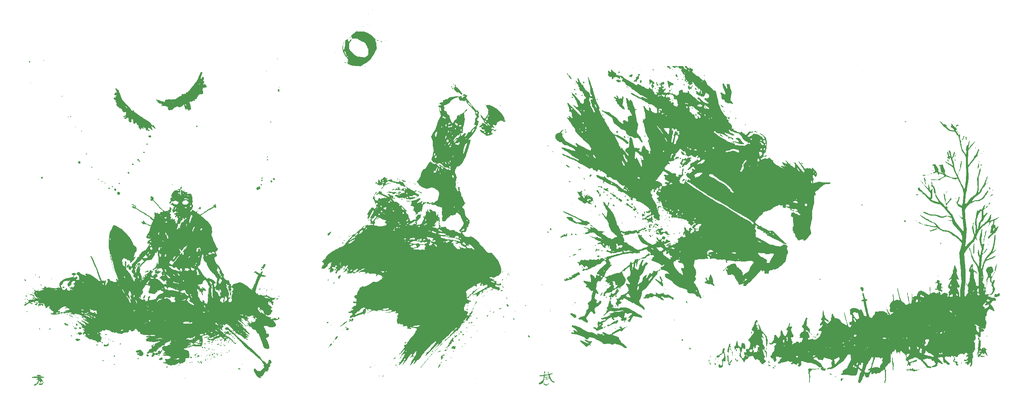
<source format=gto>
G04 Layer: TopSilkscreenLayer*
G04 EasyEDA v6.5.42, 2024-05-12 21:06:32*
G04 fdf4e44396eb4d6a93e1883587b5baf6,156c37ef0924441e834bf69462bb4c55,10*
G04 Gerber Generator version 0.2*
G04 Scale: 100 percent, Rotated: No, Reflected: No *
G04 Dimensions in millimeters *
G04 leading zeros omitted , absolute positions ,4 integer and 5 decimal *
%FSLAX45Y45*%
%MOMM*%

%ADD10C,0.0001*%

%LPD*%
G36*
X15629991Y10045649D02*
G01*
X15629991Y10032949D01*
X15636341Y10039299D01*
G37*
G36*
X15696641Y10044074D02*
G01*
X15696641Y10036606D01*
X15697047Y10033000D01*
X15698114Y10028631D01*
X15699638Y10024110D01*
X15701568Y10019944D01*
X15706496Y10010749D01*
X15731693Y10010749D01*
X15756686Y9980777D01*
X15801390Y9987483D01*
X15801390Y10001199D01*
X15792957Y10001199D01*
X15788843Y10001758D01*
X15783966Y10003332D01*
X15778886Y10005568D01*
X15774263Y10008362D01*
X15764052Y10015524D01*
X15757804Y10044074D01*
G37*
G36*
X15829178Y10044074D02*
G01*
X15830956Y10038689D01*
X15833293Y10035794D01*
X15838220Y10031730D01*
X15845129Y10027107D01*
X15861741Y10017607D01*
X15870021Y10012527D01*
X15877082Y10007752D01*
X15881908Y10003993D01*
X15889681Y9998354D01*
X15896082Y9996982D01*
X15901619Y9999878D01*
X15906699Y10007142D01*
X15909442Y10011968D01*
X15912185Y10015880D01*
X15915030Y10018928D01*
X15918180Y10021265D01*
X15921685Y10022992D01*
X15925749Y10024110D01*
X15930422Y10024719D01*
X15949015Y10025024D01*
X15949015Y10017861D01*
X15949422Y10015118D01*
X15950438Y10012832D01*
X15951962Y10011308D01*
X15953790Y10010749D01*
X15955619Y10011206D01*
X15957194Y10012476D01*
X15958210Y10014356D01*
X15958870Y10019842D01*
X15960445Y10028732D01*
X15964407Y10044074D01*
G37*
G36*
X15977616Y10044074D02*
G01*
X15977616Y10038842D01*
X15978225Y10035489D01*
X15979901Y10030307D01*
X15982391Y10023957D01*
X15985388Y10017150D01*
X15993211Y10000742D01*
X16027806Y9983063D01*
X16052952Y9987889D01*
X16070122Y9961676D01*
X16056254Y9952380D01*
X16053663Y9950246D01*
X16051733Y9948164D01*
X16050564Y9945878D01*
X16050209Y9943338D01*
X16050717Y9940340D01*
X16051688Y9937750D01*
X16228466Y9937750D01*
X16231869Y9943287D01*
X16235426Y9947554D01*
X16239540Y9948011D01*
X16245535Y9944303D01*
X16254730Y9936022D01*
X16259759Y9930892D01*
X16263467Y9926370D01*
X16265906Y9922510D01*
X16267176Y9919462D01*
X16267379Y9917125D01*
X16266464Y9915601D01*
X16264585Y9914991D01*
X16261740Y9915296D01*
X16258032Y9916566D01*
X16253510Y9918852D01*
X16248278Y9922205D01*
X16242334Y9926624D01*
X16228466Y9937750D01*
X16051688Y9937750D01*
X16054374Y9932314D01*
X16061944Y9920732D01*
X16089953Y9882022D01*
X16147846Y9882174D01*
X16159378Y9868306D01*
X16156279Y9863328D01*
X16154552Y9861397D01*
X16152063Y9859822D01*
X16149167Y9858756D01*
X16146221Y9858349D01*
X16139210Y9858349D01*
X16136112Y9866680D01*
X16134537Y9870186D01*
X16132454Y9873589D01*
X16130168Y9876485D01*
X16127933Y9878517D01*
X16122853Y9882022D01*
X16089953Y9882022D01*
X16098519Y9870236D01*
X16104006Y9836912D01*
X16131286Y9836912D01*
X16150742Y9810902D01*
X16137686Y9786518D01*
X16145560Y9773208D01*
X16148862Y9766452D01*
X16152063Y9757867D01*
X16154806Y9748621D01*
X16156635Y9739731D01*
X16159886Y9719614D01*
X16139261Y9691725D01*
X16141372Y9687661D01*
X16172129Y9687661D01*
X16174719Y9694418D01*
X16176294Y9697059D01*
X16178631Y9699193D01*
X16181476Y9700666D01*
X16184473Y9701225D01*
X16191636Y9701225D01*
X16198900Y9687153D01*
X16203884Y9676993D01*
X16558564Y9676993D01*
X16559682Y9681210D01*
X16563187Y9681413D01*
X16569385Y9677501D01*
X16578529Y9669373D01*
X16582898Y9664801D01*
X16586504Y9660331D01*
X16589248Y9656064D01*
X16591127Y9652203D01*
X16591991Y9648901D01*
X16591889Y9646310D01*
X16590670Y9644634D01*
X16588282Y9644075D01*
X16585488Y9645243D01*
X16581374Y9648342D01*
X16576497Y9652914D01*
X16571417Y9658299D01*
X16566540Y9663938D01*
X16562425Y9669322D01*
X16559631Y9673844D01*
X16558564Y9676993D01*
X16203884Y9676993D01*
X16204184Y9676384D01*
X16205403Y9670592D01*
X16202304Y9668306D01*
X16194430Y9667849D01*
X16182695Y9667849D01*
X16172129Y9687661D01*
X16141372Y9687661D01*
X16152926Y9665512D01*
X16175685Y9654336D01*
X16188588Y9648698D01*
X16193109Y9647021D01*
X16201491Y9644329D01*
X16207384Y9653727D01*
X16210127Y9657384D01*
X16213074Y9659924D01*
X16216122Y9661398D01*
X16219169Y9661855D01*
X16222167Y9661347D01*
X16225012Y9659924D01*
X16227653Y9657638D01*
X16229990Y9654540D01*
X16231971Y9650679D01*
X16233444Y9646158D01*
X16234410Y9640976D01*
X16234765Y9635185D01*
X16234765Y9625634D01*
X16225215Y9622637D01*
X16220795Y9620961D01*
X16217849Y9619132D01*
X16216528Y9617100D01*
X16216782Y9614662D01*
X16218712Y9611766D01*
X16222370Y9608312D01*
X16227755Y9604197D01*
X16254171Y9586518D01*
X16260572Y9570262D01*
X16262705Y9566910D01*
X16265042Y9564776D01*
X16267734Y9563760D01*
X16270935Y9563862D01*
X16274796Y9565081D01*
X16279368Y9567367D01*
X16296589Y9578441D01*
X16321582Y9572142D01*
X16315537Y9596424D01*
X16324173Y9596424D01*
X16330574Y9597390D01*
X16335857Y9600031D01*
X16339972Y9603943D01*
X16342715Y9608820D01*
X16343934Y9614204D01*
X16343528Y9619742D01*
X16341293Y9625025D01*
X16337127Y9629800D01*
X16332352Y9636302D01*
X16330168Y9644176D01*
X16330879Y9650780D01*
X16334740Y9653574D01*
X16336568Y9653219D01*
X16338092Y9652304D01*
X16339108Y9650882D01*
X16339515Y9649155D01*
X16340277Y9647174D01*
X16342309Y9645142D01*
X16345306Y9643211D01*
X16352723Y9640011D01*
X16355771Y9637776D01*
X16357803Y9635185D01*
X16591737Y9635185D01*
X16597731Y9644888D01*
X16602811Y9639808D01*
X16604589Y9637572D01*
X16605554Y9635337D01*
X16605707Y9633305D01*
X16604996Y9631781D01*
X16603421Y9630867D01*
X16601389Y9630613D01*
X16599103Y9631019D01*
X16596868Y9632035D01*
X16591737Y9635185D01*
X16357803Y9635185D01*
X16359378Y9629495D01*
X16361511Y9625634D01*
X16364762Y9621418D01*
X16373297Y9612376D01*
X16378326Y9605416D01*
X16383152Y9597390D01*
X16387216Y9589312D01*
X16391331Y9580422D01*
X16395700Y9573006D01*
X16398240Y9569500D01*
X16401135Y9565995D01*
X16408400Y9558477D01*
X16418407Y9549485D01*
X16457828Y9516364D01*
X16470786Y9505238D01*
X16570451Y9505238D01*
X16579596Y9505594D01*
X16582898Y9505492D01*
X16585184Y9505035D01*
X16586250Y9504172D01*
X16585844Y9503105D01*
X16584218Y9502190D01*
X16581983Y9501784D01*
X16579342Y9501987D01*
X16576700Y9502698D01*
X16570451Y9505238D01*
X16470786Y9505238D01*
X16478961Y9498177D01*
X16479977Y9461500D01*
X16489781Y9458248D01*
X16501262Y9488728D01*
X16513352Y9477349D01*
X16519144Y9471558D01*
X16524173Y9465716D01*
X16528440Y9459874D01*
X16531996Y9454134D01*
X16534688Y9448596D01*
X16536619Y9443262D01*
X16537736Y9438233D01*
X16537940Y9433610D01*
X16537330Y9429394D01*
X16535806Y9425736D01*
X16533368Y9422688D01*
X16529964Y9420250D01*
X16520464Y9415170D01*
X16520464Y9406178D01*
X16520210Y9402114D01*
X16519601Y9397644D01*
X16518686Y9393326D01*
X16517569Y9389668D01*
X16514673Y9382150D01*
X16491254Y9382150D01*
X16459809Y9415475D01*
X16429685Y9415475D01*
X16423944Y9400590D01*
X16434765Y9389770D01*
X16434765Y9365386D01*
X16541648Y9365386D01*
X16542461Y9367672D01*
X16544899Y9370060D01*
X16548912Y9372549D01*
X16558564Y9377730D01*
X16558564Y9389770D01*
X16558158Y9395206D01*
X16557040Y9401098D01*
X16555415Y9406737D01*
X16553434Y9411411D01*
X16548303Y9421012D01*
X16553738Y9435236D01*
X16570350Y9432036D01*
X16570451Y9377781D01*
X16586962Y9365488D01*
X16578986Y9352889D01*
X16561562Y9356140D01*
X16554399Y9357715D01*
X16548811Y9359442D01*
X16544848Y9361271D01*
X16542461Y9363303D01*
X16541648Y9365386D01*
X16434765Y9365386D01*
X16434765Y9345523D01*
X16435459Y9345218D01*
X16577614Y9345218D01*
X16591788Y9333484D01*
X16589146Y9329166D01*
X16585742Y9326676D01*
X16581932Y9327845D01*
X16578884Y9331807D01*
X16577614Y9337802D01*
X16577614Y9345218D01*
X16435459Y9345218D01*
X16456507Y9335871D01*
X16465346Y9331248D01*
X16474541Y9325914D01*
X16483025Y9320479D01*
X16502837Y9305950D01*
X16527983Y9305950D01*
X16560952Y9277807D01*
X16621404Y9277400D01*
X16635222Y9292183D01*
X16640556Y9298279D01*
X16644975Y9303969D01*
X16647922Y9308592D01*
X16649039Y9311538D01*
X16650004Y9315348D01*
X16652646Y9322358D01*
X16656507Y9331553D01*
X16673525Y9367875D01*
X16680535Y9367875D01*
X16683939Y9367520D01*
X16688104Y9366402D01*
X16692829Y9364726D01*
X16697960Y9362440D01*
X16703497Y9359646D01*
X16709237Y9356445D01*
X16720870Y9348978D01*
X16726611Y9344914D01*
X16732046Y9340646D01*
X16737126Y9336328D01*
X16741749Y9331960D01*
X16758564Y9315196D01*
X16758513Y9275013D01*
X16740378Y9245244D01*
X16696182Y9230207D01*
X16684193Y9234728D01*
X16678808Y9236506D01*
X16673068Y9237980D01*
X16667581Y9238945D01*
X16663111Y9239300D01*
X16654018Y9239300D01*
X16638574Y9215729D01*
X16649750Y9201556D01*
X16654830Y9195816D01*
X16660368Y9190634D01*
X16665701Y9186519D01*
X16674338Y9182252D01*
X16678706Y9179356D01*
X16683126Y9175699D01*
X16687444Y9171432D01*
X16691559Y9166606D01*
X16695318Y9161475D01*
X16698569Y9156141D01*
X16701160Y9150756D01*
X16705376Y9140748D01*
X16738295Y9125153D01*
X16741241Y9110319D01*
X16742156Y9104172D01*
X16742460Y9098381D01*
X16742105Y9093606D01*
X16741140Y9090456D01*
X16738072Y9085529D01*
X16769080Y9085529D01*
X16769181Y9086545D01*
X16769892Y9086900D01*
X16771061Y9086545D01*
X16772432Y9085529D01*
X16773906Y9084005D01*
X16775226Y9082176D01*
X16776192Y9080296D01*
X16776598Y9078772D01*
X16776496Y9077756D01*
X16775785Y9077401D01*
X16774617Y9077756D01*
X16773245Y9078772D01*
X16771772Y9080296D01*
X16770451Y9082176D01*
X16769486Y9084005D01*
X16769080Y9085529D01*
X16738041Y9085478D01*
X16732757Y9092133D01*
X16729049Y9096146D01*
X16724680Y9099753D01*
X16719600Y9103055D01*
X16713809Y9106001D01*
X16707408Y9108541D01*
X16700398Y9110726D01*
X16692829Y9112504D01*
X16684650Y9113875D01*
X16663314Y9116771D01*
X16663314Y9109252D01*
X16662907Y9106103D01*
X16661688Y9103004D01*
X16659961Y9100312D01*
X16657878Y9098381D01*
X16652392Y9095028D01*
X16657116Y9119514D01*
X16643756Y9129420D01*
X16638219Y9133281D01*
X16633037Y9136380D01*
X16628770Y9138513D01*
X16624604Y9139885D01*
X16618813Y9144304D01*
X16610076Y9152178D01*
X16599407Y9162592D01*
X16576903Y9185605D01*
X16560901Y9201302D01*
X16554805Y9206534D01*
X16528542Y9231376D01*
X16519651Y9239453D01*
X16510914Y9246819D01*
X16503396Y9252661D01*
X16487597Y9263024D01*
X16472865Y9257334D01*
X16472865Y9228074D01*
X16498722Y9203791D01*
X16508882Y9192971D01*
X16519245Y9180931D01*
X16528542Y9169095D01*
X16549420Y9138970D01*
X16543274Y9129064D01*
X16534485Y9138462D01*
X16532199Y9140647D01*
X16525240Y9145828D01*
X16516045Y9151721D01*
X16505732Y9157563D01*
X16475201Y9172498D01*
X16389502Y9258350D01*
X16374059Y9258350D01*
X16298621Y9332569D01*
X16269563Y9344609D01*
X16261689Y9361170D01*
X16258641Y9368485D01*
X16256101Y9376257D01*
X16254425Y9383471D01*
X16253764Y9389262D01*
X16253460Y9395968D01*
X16252545Y9402114D01*
X16251072Y9407601D01*
X16249142Y9412376D01*
X16246805Y9416389D01*
X16244112Y9419590D01*
X16241166Y9421876D01*
X16238067Y9423196D01*
X16234765Y9423450D01*
X16231463Y9422638D01*
X16228110Y9420656D01*
X16224859Y9417456D01*
X16218560Y9409836D01*
X16220744Y9377375D01*
X16201237Y9377375D01*
X16192906Y9376968D01*
X16184575Y9375851D01*
X16177310Y9374174D01*
X16171926Y9372142D01*
X16162172Y9366910D01*
X16143325Y9385757D01*
X16115436Y9375241D01*
X16099028Y9385655D01*
X16098977Y9408922D01*
X16098621Y9418421D01*
X16097808Y9427057D01*
X16096589Y9433966D01*
X16095116Y9438132D01*
X16091306Y9444075D01*
X16061283Y9443516D01*
X16049955Y9442500D01*
X16038779Y9440773D01*
X16029076Y9438589D01*
X16008553Y9431426D01*
X15994634Y9403588D01*
X15994278Y9332874D01*
X15960394Y9312706D01*
X15953740Y9308998D01*
X15947999Y9306153D01*
X15942970Y9304121D01*
X15938550Y9302902D01*
X15934537Y9302496D01*
X15930778Y9302953D01*
X15927171Y9304223D01*
X15923513Y9306356D01*
X15919653Y9309303D01*
X15910712Y9317736D01*
X15894253Y9334246D01*
X15861639Y9334550D01*
X15837103Y9363811D01*
X15823692Y9358680D01*
X15817392Y9356699D01*
X15810128Y9355074D01*
X15802762Y9354007D01*
X15796260Y9353600D01*
X15782239Y9353600D01*
X15756128Y9382810D01*
X15675203Y9372600D01*
X15599054Y9385096D01*
X15619323Y9396171D01*
X15634004Y9432899D01*
X15669717Y9464243D01*
X15664840Y9472015D01*
X15662198Y9475114D01*
X15658592Y9477908D01*
X15654477Y9480042D01*
X15650413Y9481210D01*
X15640812Y9482632D01*
X15610738Y9457385D01*
X15587268Y9463278D01*
X15584322Y9475063D01*
X15583407Y9480296D01*
X15583052Y9485680D01*
X15583407Y9490710D01*
X15584322Y9494621D01*
X15587268Y9502343D01*
X15615716Y9496704D01*
X15615716Y9523933D01*
X15590977Y9540087D01*
X15570352Y9534956D01*
X15557296Y9543034D01*
X15578480Y9549739D01*
X15574060Y9564522D01*
X15571927Y9573666D01*
X15570454Y9583978D01*
X15615056Y9581489D01*
X15631363Y9606381D01*
X15625876Y9624669D01*
X15623235Y9632188D01*
X15620136Y9639147D01*
X15616885Y9644786D01*
X15613989Y9648291D01*
X15607538Y9653625D01*
X15582392Y9644583D01*
X15575838Y9641840D01*
X15563189Y9635693D01*
X15551607Y9629089D01*
X15546374Y9625685D01*
X15541701Y9622332D01*
X15537637Y9619081D01*
X15534233Y9615932D01*
X15531541Y9612934D01*
X15529712Y9610191D01*
X15524995Y9601403D01*
X15532354Y9601403D01*
X15558871Y9598812D01*
X15559074Y9594189D01*
X15557855Y9589820D01*
X15554198Y9588347D01*
X15548610Y9589770D01*
X15541701Y9594088D01*
X15532354Y9601403D01*
X15524995Y9601403D01*
X15524886Y9601200D01*
X15492425Y9601200D01*
X15486735Y9591954D01*
X15509036Y9586366D01*
X15550184Y9538563D01*
X15541091Y9508337D01*
X15534335Y9510572D01*
X15530322Y9511436D01*
X15524327Y9512096D01*
X15517215Y9512554D01*
X15491917Y9512655D01*
X15480588Y9501327D01*
X15500197Y9479788D01*
X15497657Y9472625D01*
X15496133Y9469475D01*
X15493898Y9466173D01*
X15491256Y9463074D01*
X15488462Y9460585D01*
X15481807Y9455708D01*
X15482773Y9414154D01*
X15483687Y9390735D01*
X15456306Y9368891D01*
X15444266Y9397593D01*
X15429992Y9385757D01*
X15429992Y9364268D01*
X15451175Y9350197D01*
X15439186Y9323832D01*
X15422930Y9326473D01*
X15415513Y9328353D01*
X15407182Y9331502D01*
X15399105Y9335465D01*
X15392146Y9339834D01*
X15377617Y9350603D01*
X15377617Y9361881D01*
X15377363Y9365894D01*
X15376601Y9370263D01*
X15375331Y9374784D01*
X15373705Y9379508D01*
X15371622Y9384385D01*
X15369133Y9389262D01*
X15366339Y9394139D01*
X15363190Y9399016D01*
X15359786Y9403740D01*
X15356128Y9408312D01*
X15352217Y9412681D01*
X15334030Y9429902D01*
X15336875Y9469526D01*
X15331744Y9471253D01*
X15329306Y9471355D01*
X15326360Y9470288D01*
X15323362Y9468358D01*
X15316962Y9461906D01*
X15313406Y9459671D01*
X15309596Y9459061D01*
X15305430Y9460077D01*
X15300706Y9462922D01*
X15295118Y9467545D01*
X15288564Y9474149D01*
X15259354Y9507270D01*
X15244267Y9501479D01*
X15244267Y9477756D01*
X15235072Y9472828D01*
X15230348Y9470898D01*
X15224353Y9469323D01*
X15217851Y9468256D01*
X15211602Y9467850D01*
X15197378Y9467850D01*
X15183916Y9479076D01*
X15177262Y9483902D01*
X15169184Y9488728D01*
X15160599Y9492996D01*
X15145410Y9498838D01*
X15139009Y9501886D01*
X15134031Y9504984D01*
X15131186Y9507677D01*
X15128697Y9510776D01*
X15124633Y9514840D01*
X15119502Y9519462D01*
X15100147Y9534550D01*
X15073782Y9534550D01*
X15045893Y9553244D01*
X15027910Y9564471D01*
X15007437Y9576409D01*
X14997633Y9581845D01*
X14960955Y9601352D01*
X14954961Y9593224D01*
X14952675Y9589008D01*
X14950795Y9583572D01*
X14949474Y9577578D01*
X14949017Y9571736D01*
X14948865Y9566351D01*
X14948255Y9562439D01*
X14946782Y9560102D01*
X14944293Y9559239D01*
X14940381Y9559899D01*
X14934844Y9561982D01*
X14927326Y9565589D01*
X14905990Y9576816D01*
X14891004Y9585452D01*
X14873020Y9596678D01*
X14833092Y9622485D01*
X14826437Y9626295D01*
X14821204Y9628835D01*
X14815921Y9630359D01*
X14812873Y9631984D01*
X14809317Y9634372D01*
X14800732Y9641179D01*
X14792960Y9646310D01*
X14783663Y9651949D01*
X14712035Y9691928D01*
X14619833Y9744506D01*
X14586559Y9776002D01*
X14574824Y9786467D01*
X14569846Y9790328D01*
X14565274Y9793427D01*
X14560854Y9795865D01*
X14556435Y9797643D01*
X14551812Y9798964D01*
X14546783Y9799878D01*
X14541246Y9800488D01*
X14527580Y9801047D01*
X14503806Y9801504D01*
X14494763Y9808362D01*
X14490954Y9810800D01*
X14487194Y9812426D01*
X14483994Y9813137D01*
X14478050Y9812223D01*
X14471142Y9812731D01*
X14461947Y9814153D01*
X14451431Y9816338D01*
X14425168Y9822434D01*
X14419834Y9839299D01*
X14412976Y9839299D01*
X14408353Y9840569D01*
X14406372Y9843617D01*
X14407184Y9847529D01*
X14412772Y9852914D01*
X14414296Y9855352D01*
X14415312Y9858248D01*
X14415668Y9861245D01*
X14415668Y9868357D01*
X14398955Y9875570D01*
X14389811Y9880498D01*
X14378432Y9887204D01*
X14366189Y9894874D01*
X14331543Y9917887D01*
X14314932Y9957968D01*
X14296186Y9963912D01*
X14281302Y9951516D01*
X14287144Y9901783D01*
X14277898Y9896043D01*
X14264284Y9903104D01*
X14258544Y9906406D01*
X14252905Y9910216D01*
X14247977Y9914128D01*
X14244523Y9917582D01*
X14238325Y9924999D01*
X14215872Y9924999D01*
X14212874Y9913112D01*
X14211960Y9907066D01*
X14211604Y9899446D01*
X14211909Y9891217D01*
X14212773Y9883343D01*
X14214754Y9870236D01*
X14215262Y9865360D01*
X14215465Y9860991D01*
X14215363Y9856673D01*
X14214195Y9846310D01*
X14210588Y9822637D01*
X14258594Y9771583D01*
X14280540Y9785959D01*
X14294510Y9778085D01*
X14298269Y9775190D01*
X14301114Y9772091D01*
X14303197Y9768586D01*
X14304568Y9764471D01*
X14305280Y9759543D01*
X14305432Y9753650D01*
X14305178Y9746538D01*
X14304010Y9727539D01*
X14330476Y9718243D01*
X14346275Y9728200D01*
X14346631Y9755987D01*
X14380667Y9756292D01*
X14406829Y9776917D01*
X14422374Y9770668D01*
X14435531Y9764471D01*
X14447824Y9758273D01*
X14453463Y9755886D01*
X14458137Y9754209D01*
X14461286Y9753600D01*
X14464080Y9752634D01*
X14467992Y9749993D01*
X14472462Y9746132D01*
X14476933Y9741408D01*
X14487550Y9729216D01*
X14518081Y9732162D01*
X14520926Y9752025D01*
X14513560Y9758172D01*
X14510664Y9761016D01*
X14508327Y9764268D01*
X14506752Y9767468D01*
X14506194Y9770262D01*
X14506194Y9776307D01*
X14524532Y9781082D01*
X14550694Y9739680D01*
X14564106Y9736734D01*
X14569541Y9735210D01*
X14574418Y9733280D01*
X14578228Y9731095D01*
X14580463Y9729012D01*
X14583410Y9724237D01*
X14562836Y9709861D01*
X14565680Y9661550D01*
X14586102Y9654844D01*
X14605152Y9647732D01*
X14614906Y9643719D01*
X14639645Y9633051D01*
X14645589Y9595662D01*
X14660372Y9581896D01*
X14667128Y9576104D01*
X14674646Y9570516D01*
X14682012Y9565843D01*
X14693392Y9560204D01*
X14697557Y9557664D01*
X14700351Y9555276D01*
X14702637Y9551619D01*
X14705888Y9549688D01*
X14710765Y9547809D01*
X14723567Y9544253D01*
X14731034Y9541459D01*
X14738197Y9538106D01*
X14744090Y9534702D01*
X14776399Y9513214D01*
X14784273Y9507677D01*
X14790724Y9502495D01*
X14795042Y9498228D01*
X14796668Y9495485D01*
X14797582Y9492488D01*
X14800224Y9487662D01*
X14804085Y9481667D01*
X14808758Y9475165D01*
X14820900Y9459264D01*
X14853513Y9443669D01*
X14866721Y9436303D01*
X14880285Y9427870D01*
X14893391Y9418929D01*
X14905075Y9410090D01*
X14914473Y9401962D01*
X14919756Y9396831D01*
X14926970Y9391345D01*
X14938197Y9383420D01*
X14967102Y9363964D01*
X14982190Y9353499D01*
X14995702Y9343593D01*
X15006015Y9335516D01*
X15015768Y9327388D01*
X15023084Y9322511D01*
X15030500Y9318498D01*
X15034126Y9317075D01*
X15563291Y9317075D01*
X15563697Y9323425D01*
X15564916Y9328302D01*
X15566999Y9331706D01*
X15569996Y9333687D01*
X15573959Y9334195D01*
X15578886Y9333331D01*
X15584830Y9331045D01*
X15591891Y9327388D01*
X15597530Y9324746D01*
X15604032Y9322562D01*
X15610636Y9321038D01*
X15616478Y9320428D01*
X15622016Y9320123D01*
X15627705Y9319463D01*
X15632785Y9318498D01*
X15636748Y9317380D01*
X15644266Y9314484D01*
X15644266Y9303461D01*
X15644012Y9297314D01*
X15643250Y9291929D01*
X15641980Y9287205D01*
X15640100Y9283141D01*
X15637662Y9279636D01*
X15634614Y9276689D01*
X15632914Y9275572D01*
X15663672Y9275572D01*
X15669056Y9293148D01*
X15671393Y9300108D01*
X15673882Y9306102D01*
X15676676Y9311182D01*
X15679724Y9315450D01*
X15683179Y9318802D01*
X15687090Y9321393D01*
X15691510Y9323222D01*
X15696539Y9324340D01*
X15702229Y9324746D01*
X15708630Y9324543D01*
X15715843Y9323679D01*
X15739313Y9319209D01*
X15754908Y9329166D01*
X15761512Y9333128D01*
X15767405Y9336024D01*
X15772688Y9337903D01*
X15777362Y9338767D01*
X15781578Y9338564D01*
X15785388Y9337344D01*
X15788894Y9335160D01*
X15792094Y9331909D01*
X15798190Y9324543D01*
X15808147Y9325457D01*
X15813430Y9325203D01*
X15820390Y9323781D01*
X15828213Y9321495D01*
X15835934Y9318498D01*
X15853816Y9310624D01*
X15853816Y9301835D01*
X15854984Y9296857D01*
X15858185Y9289643D01*
X15862909Y9281210D01*
X15868700Y9272473D01*
X15883686Y9251848D01*
X15861842Y9234220D01*
X15888919Y9205976D01*
X15924631Y9205976D01*
X15927578Y9210751D01*
X15929965Y9213799D01*
X15932302Y9215069D01*
X15934740Y9214459D01*
X15937280Y9211818D01*
X15940125Y9207042D01*
X15943275Y9199981D01*
X15946882Y9190532D01*
X15956144Y9163100D01*
X16446347Y9163100D01*
X16449243Y9162948D01*
X16451630Y9162491D01*
X16453205Y9161830D01*
X16453815Y9161018D01*
X16452342Y9157868D01*
X16448887Y9156090D01*
X16444925Y9156141D01*
X16441928Y9158274D01*
X16438930Y9163100D01*
X15956144Y9163100D01*
X15963290Y9141663D01*
X15963290Y9105036D01*
X15965638Y9101074D01*
X16154654Y9101074D01*
X16159683Y9120276D01*
X16169944Y9120276D01*
X16174719Y9119717D01*
X16180003Y9118295D01*
X16185235Y9116161D01*
X16194379Y9110878D01*
X16199967Y9108389D01*
X16205758Y9106408D01*
X16211042Y9105239D01*
X16222827Y9103563D01*
X16225875Y9077401D01*
X16220948Y9077401D01*
X16218611Y9078163D01*
X16215969Y9080246D01*
X16213226Y9083344D01*
X16210838Y9087104D01*
X16205657Y9096756D01*
X16173856Y9090812D01*
X16154654Y9101074D01*
X15965638Y9101074D01*
X15979546Y9077604D01*
X15969030Y9063380D01*
X15964966Y9057182D01*
X15961163Y9049613D01*
X16425214Y9049613D01*
X16430853Y9047734D01*
X16433241Y9046565D01*
X16435425Y9044736D01*
X16437254Y9042552D01*
X16438422Y9040215D01*
X16440168Y9034932D01*
X16457676Y9034932D01*
X16460520Y9042349D01*
X16462501Y9046311D01*
X16465702Y9051645D01*
X16469715Y9057589D01*
X16474084Y9063482D01*
X16484752Y9077147D01*
X16505580Y9072575D01*
X16511473Y9082176D01*
X16543121Y9082176D01*
X16548557Y9075572D01*
X16551342Y9073184D01*
X16787114Y9073184D01*
X16791889Y9070238D01*
X16793718Y9068765D01*
X16795242Y9066834D01*
X16796258Y9064802D01*
X16796664Y9062821D01*
X16796258Y9061094D01*
X16795242Y9059672D01*
X16793718Y9058706D01*
X16791889Y9058351D01*
X16790060Y9058910D01*
X16788536Y9060535D01*
X16787520Y9062872D01*
X16787114Y9065768D01*
X16787114Y9073184D01*
X16551342Y9073184D01*
X16556380Y9070136D01*
X16561866Y9067901D01*
X16567556Y9066326D01*
X16574338Y9064955D01*
X16640048Y9064955D01*
X16643350Y9067139D01*
X16651427Y9067850D01*
X16663314Y9067850D01*
X16663314Y9058351D01*
X16662552Y9052001D01*
X16659961Y9049461D01*
X16655186Y9050629D01*
X16647820Y9055455D01*
X16641572Y9061094D01*
X16640048Y9064955D01*
X16574338Y9064955D01*
X16581119Y9063583D01*
X16586860Y9041688D01*
X16565676Y9020810D01*
X16503599Y9018727D01*
X16494150Y9023604D01*
X16489426Y9025737D01*
X16483533Y9027972D01*
X16477234Y9030055D01*
X16471239Y9031681D01*
X16457676Y9034932D01*
X16440168Y9034932D01*
X16440302Y9034526D01*
X16425214Y9034526D01*
X16425214Y9049613D01*
X15961163Y9049613D01*
X15959378Y9044990D01*
X15958566Y9040469D01*
X15958108Y9035694D01*
X15956889Y9031579D01*
X15955010Y9028074D01*
X15952469Y9025229D01*
X15949472Y9023045D01*
X15946069Y9021622D01*
X15942360Y9020962D01*
X15938449Y9021013D01*
X15934486Y9021927D01*
X15930473Y9023654D01*
X15926562Y9026296D01*
X15922853Y9029801D01*
X15914217Y9039301D01*
X15905124Y9039301D01*
X15900247Y9040317D01*
X15893796Y9043009D01*
X15886531Y9047073D01*
X15879368Y9052001D01*
X15862706Y9064701D01*
X15865703Y9122206D01*
X15839287Y9131706D01*
X15825571Y9123578D01*
X15819831Y9120581D01*
X15814192Y9118295D01*
X15808706Y9116669D01*
X15803575Y9115806D01*
X15798901Y9115704D01*
X15794939Y9116364D01*
X15791840Y9117787D01*
X15789656Y9120022D01*
X15786862Y9124543D01*
X15806724Y9135160D01*
X15803778Y9160713D01*
X15760293Y9157614D01*
X15747847Y9172651D01*
X15753791Y9179763D01*
X15756585Y9182557D01*
X15759836Y9184843D01*
X15763087Y9186367D01*
X15765983Y9186926D01*
X15769336Y9187281D01*
X15773907Y9188246D01*
X15779140Y9189720D01*
X15784322Y9191498D01*
X15796412Y9196120D01*
X15784830Y9216136D01*
X15781680Y9220758D01*
X15779191Y9223857D01*
X15777616Y9225076D01*
X15776143Y9225432D01*
X15771164Y9227820D01*
X15761309Y9233966D01*
X15778276Y9252712D01*
X15761868Y9271863D01*
X15748355Y9258350D01*
X15716808Y9258350D01*
X15714319Y9267850D01*
X15712948Y9271558D01*
X15711017Y9274606D01*
X15708833Y9276638D01*
X15706598Y9277400D01*
X15701416Y9277400D01*
X15701416Y9259163D01*
X15713303Y9254896D01*
X15707207Y9248292D01*
X15691205Y9254947D01*
X15684550Y9258096D01*
X15678200Y9261703D01*
X15672917Y9265361D01*
X15669412Y9268612D01*
X15663672Y9275572D01*
X15632914Y9275572D01*
X15630906Y9274251D01*
X15626537Y9272219D01*
X15614853Y9267799D01*
X15593161Y9286900D01*
X15584424Y9294266D01*
X15576651Y9300362D01*
X15570707Y9304477D01*
X15567406Y9305950D01*
X15565831Y9306864D01*
X15564510Y9309252D01*
X15563646Y9312757D01*
X15563291Y9317075D01*
X15034126Y9317075D01*
X15040406Y9314840D01*
X15048788Y9311487D01*
X15058440Y9307118D01*
X15071697Y9300260D01*
X15462859Y9300260D01*
X15503804Y9314942D01*
X15541802Y9313113D01*
X15545003Y9296196D01*
X15505785Y9302496D01*
X15485816Y9283750D01*
X15534741Y9283750D01*
X15541091Y9277400D01*
X15534741Y9271050D01*
X15534741Y9283750D01*
X15485816Y9283750D01*
X15481909Y9280093D01*
X15474086Y9285020D01*
X15470936Y9287357D01*
X15468041Y9290050D01*
X15465856Y9292742D01*
X15464536Y9295130D01*
X15462859Y9300260D01*
X15071697Y9300260D01*
X15090495Y9289948D01*
X15134285Y9266631D01*
X15146578Y9259824D01*
X15156230Y9254032D01*
X15162123Y9250019D01*
X15165527Y9247022D01*
X15169896Y9244838D01*
X15175687Y9242602D01*
X15182342Y9240621D01*
X15196652Y9236913D01*
X15720466Y9236913D01*
X15720618Y9237827D01*
X15721177Y9238589D01*
X15721888Y9239097D01*
X15722854Y9239300D01*
X15723768Y9239097D01*
X15724530Y9238589D01*
X15725038Y9237827D01*
X15725241Y9236913D01*
X15725038Y9235998D01*
X15724530Y9235236D01*
X15723768Y9234728D01*
X15722854Y9234525D01*
X15721888Y9234728D01*
X15721177Y9235236D01*
X15720669Y9235998D01*
X15720466Y9236913D01*
X15196652Y9236913D01*
X15199004Y9236303D01*
X15199004Y9222638D01*
X15184729Y9224162D01*
X15178430Y9225229D01*
X15171724Y9227108D01*
X15165476Y9229445D01*
X15155011Y9235033D01*
X15147340Y9238284D01*
X15138603Y9241434D01*
X15120721Y9247022D01*
X15111628Y9250781D01*
X15103500Y9254845D01*
X15097353Y9258808D01*
X15092222Y9262465D01*
X15087295Y9265107D01*
X15082367Y9266783D01*
X15077287Y9267393D01*
X15071902Y9267037D01*
X15065959Y9265666D01*
X15059304Y9263278D01*
X15051735Y9259925D01*
X15035072Y9252000D01*
X14983307Y9264396D01*
X14973147Y9286646D01*
X14959888Y9289897D01*
X14953843Y9291828D01*
X14947188Y9294774D01*
X14940737Y9298279D01*
X14930323Y9305340D01*
X14925192Y9308134D01*
X14920569Y9310014D01*
X14913101Y9311690D01*
X14907818Y9314230D01*
X14901824Y9317990D01*
X14889784Y9327235D01*
X14883841Y9331045D01*
X14878710Y9333585D01*
X14872055Y9335312D01*
X14868855Y9337344D01*
X14865807Y9340342D01*
X14863368Y9343999D01*
X14858288Y9353448D01*
X14845334Y9356496D01*
X14839442Y9358172D01*
X14832990Y9360611D01*
X14826742Y9363405D01*
X14821509Y9366250D01*
X14810689Y9373006D01*
X14784882Y9360662D01*
X14781834Y9344863D01*
X14801545Y9334296D01*
X14829434Y9320377D01*
X14834819Y9317177D01*
X14838934Y9314180D01*
X14841219Y9311843D01*
X14844471Y9308998D01*
X14851278Y9304680D01*
X14860625Y9299498D01*
X14957755Y9252559D01*
X14963190Y9231071D01*
X14985492Y9235338D01*
X15003576Y9227820D01*
X15011450Y9224873D01*
X15019477Y9222486D01*
X15026792Y9220860D01*
X15032431Y9220250D01*
X15043251Y9220250D01*
X15063317Y9201708D01*
X15072766Y9194292D01*
X15083129Y9187484D01*
X15088616Y9184284D01*
X15100350Y9178290D01*
X15112949Y9172905D01*
X15126512Y9168130D01*
X15144496Y9162288D01*
X15158059Y9129776D01*
X15175280Y9129776D01*
X15182291Y9129369D01*
X15189098Y9128201D01*
X15195651Y9126372D01*
X15201849Y9123883D01*
X15207691Y9120835D01*
X15212974Y9117228D01*
X15217698Y9113215D01*
X15221813Y9108795D01*
X15225115Y9104071D01*
X15227604Y9099092D01*
X15229230Y9093911D01*
X15229840Y9088577D01*
X15229992Y9078315D01*
X15299029Y9079738D01*
X15332913Y9061805D01*
X15342717Y9057132D01*
X15351150Y9053474D01*
X15357094Y9051290D01*
X15362275Y9048902D01*
X15368371Y9044533D01*
X15374924Y9038793D01*
X15381427Y9032240D01*
X15387319Y9025382D01*
X15392196Y9018778D01*
X15395448Y9012986D01*
X15396557Y9008872D01*
X16173043Y9008872D01*
X16187674Y9029801D01*
X16209924Y9029801D01*
X16212819Y9022232D01*
X16215156Y9013494D01*
X16215375Y9006281D01*
X16249040Y9006281D01*
X16249040Y9025026D01*
X16257879Y9025737D01*
X16268090Y9025585D01*
X16272306Y9025890D01*
X16278555Y9027109D01*
X16285972Y9029090D01*
X16293744Y9031579D01*
X16312286Y9038082D01*
X16321227Y9035745D01*
X16324884Y9034475D01*
X16328288Y9032849D01*
X16331031Y9031020D01*
X16334486Y9027566D01*
X16337381Y9026245D01*
X16341039Y9025331D01*
X16349116Y9024721D01*
X16353434Y9023756D01*
X16357854Y9022232D01*
X16362476Y9020048D01*
X16367251Y9017304D01*
X16372128Y9013952D01*
X16377157Y9009989D01*
X16382288Y9005468D01*
X16387521Y9000337D01*
X16395418Y8991752D01*
X16634764Y8991752D01*
X16634764Y9027414D01*
X16675201Y9047226D01*
X16686580Y9038488D01*
X16691508Y9035135D01*
X16696537Y9032341D01*
X16701058Y9030462D01*
X16707662Y9029039D01*
X16711523Y9026956D01*
X16715486Y9023959D01*
X16722750Y9016542D01*
X16726357Y9013494D01*
X16729710Y9011412D01*
X16734993Y9009684D01*
X16738955Y9007144D01*
X16743527Y9003436D01*
X16748201Y8998915D01*
X16759275Y8987231D01*
X16756176Y8965488D01*
X16733977Y8962339D01*
X16726001Y8969349D01*
X16721378Y8972346D01*
X16714724Y8975242D01*
X16706799Y8977731D01*
X16698671Y8979560D01*
X16679214Y8982710D01*
X16673068Y8975293D01*
X16670172Y8972397D01*
X16666819Y8970060D01*
X16663365Y8968435D01*
X16660368Y8967876D01*
X16653814Y8967876D01*
X16653814Y8973870D01*
X16653052Y8976664D01*
X16650969Y8979865D01*
X16647972Y8983014D01*
X16644264Y8985808D01*
X16634764Y8991752D01*
X16395418Y8991752D01*
X16403828Y8981643D01*
X16424859Y8954871D01*
X16452545Y8949334D01*
X16452678Y8948826D01*
X16588689Y8948826D01*
X16582339Y8942476D01*
X16576040Y8948826D01*
X16452678Y8948826D01*
X16457676Y8929674D01*
X16491864Y8915349D01*
X16491864Y8908440D01*
X16492626Y8905341D01*
X16494709Y8902090D01*
X16497706Y8898991D01*
X16501414Y8896451D01*
X16510914Y8891320D01*
X16510457Y8865514D01*
X16495471Y8886901D01*
X16469563Y8886901D01*
X16453510Y8869222D01*
X16459089Y8854541D01*
X16529608Y8854541D01*
X16540530Y8867648D01*
X16549522Y8862822D01*
X16553027Y8860637D01*
X16555923Y8858199D01*
X16557853Y8855811D01*
X16558564Y8853830D01*
X16558768Y8851595D01*
X16560342Y8845346D01*
X16564356Y8834526D01*
X16559682Y8834526D01*
X16556888Y8835339D01*
X16552722Y8837472D01*
X16547642Y8840673D01*
X16542359Y8844534D01*
X16529608Y8854541D01*
X16459089Y8854541D01*
X16462552Y8845397D01*
X16482568Y8834983D01*
X16486987Y8832494D01*
X16496944Y8825839D01*
X16504300Y8820251D01*
X16638473Y8820251D01*
X16644213Y8835237D01*
X16660926Y8832037D01*
X16660926Y8786926D01*
X16656812Y8785707D01*
X16654678Y8786672D01*
X16651833Y8790127D01*
X16648684Y8795562D01*
X16645636Y8802370D01*
X16638473Y8820251D01*
X16504300Y8820251D01*
X16512336Y8813596D01*
X16516959Y8809431D01*
X16539514Y8786164D01*
X16539514Y8777935D01*
X16539921Y8774379D01*
X16541089Y8770620D01*
X16542766Y8767165D01*
X16544848Y8764422D01*
X16550182Y8759088D01*
X16543782Y8752687D01*
X16810939Y8752687D01*
X16820134Y8750300D01*
X16823893Y8748826D01*
X16827398Y8746642D01*
X16830141Y8744000D01*
X16831868Y8741206D01*
X16832681Y8738057D01*
X16832884Y8734399D01*
X16832580Y8730691D01*
X16831716Y8727389D01*
X16828973Y8720277D01*
X16819930Y8731707D01*
X16816425Y8736533D01*
X16813580Y8741206D01*
X16811650Y8745169D01*
X16810939Y8747963D01*
X16810939Y8752687D01*
X16543782Y8752687D01*
X16524782Y8733637D01*
X16509746Y8745270D01*
X16503294Y8750960D01*
X16496944Y8757869D01*
X16491356Y8765184D01*
X16487343Y8771940D01*
X16479977Y8786977D01*
X16470833Y8785758D01*
X16467124Y8784844D01*
X16463822Y8783167D01*
X16461232Y8781034D01*
X16459758Y8778646D01*
X16457828Y8772753D01*
X16481399Y8762034D01*
X16458031Y8715502D01*
X16439845Y8715502D01*
X16406063Y8745118D01*
X16402507Y8760764D01*
X16399611Y8769299D01*
X16395446Y8779967D01*
X16390518Y8791498D01*
X16375278Y8824061D01*
X16337483Y8829141D01*
X16331996Y8836660D01*
X16322751Y8848242D01*
X16290036Y8886901D01*
X16273170Y8886901D01*
X16268395Y8895892D01*
X16267023Y8899144D01*
X16265906Y8903563D01*
X16264940Y8908948D01*
X16264178Y8915146D01*
X16263619Y8922004D01*
X16263162Y8937091D01*
X16263569Y8953042D01*
X16264077Y8960916D01*
X16264839Y8968536D01*
X16269004Y8995613D01*
X16249040Y9006281D01*
X16215375Y9006281D01*
X16215410Y9005112D01*
X16213582Y8997391D01*
X16209721Y8990482D01*
X16203777Y8982760D01*
X16173043Y9008872D01*
X15396557Y9008872D01*
X15396667Y9001810D01*
X15427198Y8998813D01*
X15445892Y8951214D01*
X15448726Y8901379D01*
X15489072Y8901379D01*
X15489377Y8914688D01*
X15490240Y8928404D01*
X15493034Y8960713D01*
X15500502Y8966657D01*
X15505074Y8969603D01*
X15510103Y8971432D01*
X15515691Y8972245D01*
X15521736Y8971991D01*
X15528340Y8970721D01*
X15535503Y8968333D01*
X15543225Y8964930D01*
X15551505Y8960408D01*
X15572333Y8948216D01*
X15564662Y8927388D01*
X15544292Y8924340D01*
X15518079Y8942679D01*
X15506192Y8938514D01*
X15506192Y8913723D01*
X15526562Y8892032D01*
X15510713Y8867851D01*
X15493085Y8867851D01*
X15490240Y8881973D01*
X15489732Y8885428D01*
X15489174Y8895334D01*
X15489072Y8901379D01*
X15448726Y8901379D01*
X15449702Y8884513D01*
X15421152Y8857234D01*
X15387675Y8865311D01*
X15370657Y8870594D01*
X15353995Y8876792D01*
X15339161Y8883192D01*
X15332963Y8886291D01*
X15327782Y8889187D01*
X15323819Y8891778D01*
X15321330Y8894013D01*
X15320467Y8895791D01*
X15319501Y8898737D01*
X15316962Y8903258D01*
X15313151Y8908796D01*
X15308529Y8914638D01*
X15296591Y8928811D01*
X15290596Y8972397D01*
X15253614Y9012478D01*
X15249093Y9007906D01*
X15247670Y9005824D01*
X15246451Y9002572D01*
X15245435Y8998407D01*
X15243962Y8987739D01*
X15243556Y8981643D01*
X15243454Y8968536D01*
X15244267Y8955430D01*
X15245080Y8949232D01*
X15246096Y8943543D01*
X15249855Y8926322D01*
X15228417Y8920734D01*
X15215362Y8930030D01*
X15209926Y8933637D01*
X15204846Y8936583D01*
X15200630Y8938564D01*
X15197886Y8939276D01*
X15196057Y8939987D01*
X15193416Y8941917D01*
X15190114Y8944965D01*
X15182088Y8953652D01*
X15172944Y8964828D01*
X15163596Y8977071D01*
X15155163Y8989161D01*
X15148560Y8999728D01*
X15146274Y9004096D01*
X15144800Y9007551D01*
X15144242Y9009989D01*
X15143022Y9012631D01*
X15139669Y9017050D01*
X15134640Y9022638D01*
X15128544Y9028887D01*
X15112796Y9044127D01*
X15094254Y9030411D01*
X15107869Y8993733D01*
X15112542Y8978646D01*
X15116810Y8962796D01*
X15120061Y8948013D01*
X15122194Y8935669D01*
X15124785Y8923578D01*
X15127833Y8912504D01*
X15129357Y8907780D01*
X15130932Y8903766D01*
X15133828Y8897620D01*
X15135301Y8893606D01*
X15138095Y8883650D01*
X15140482Y8872067D01*
X15142159Y8860180D01*
X15145143Y8834577D01*
X15564662Y8834577D01*
X15569184Y8858351D01*
X15631566Y8858351D01*
X15625216Y8852001D01*
X15618866Y8858351D01*
X15587675Y8858351D01*
X15594838Y8858148D01*
X15600730Y8857538D01*
X15604693Y8856675D01*
X15606166Y8855659D01*
X15604908Y8851188D01*
X16101415Y8851188D01*
X16101618Y8852154D01*
X16102126Y8852865D01*
X16102888Y8853424D01*
X16103803Y8853576D01*
X16104717Y8853424D01*
X16105479Y8852865D01*
X16105987Y8852154D01*
X16106190Y8851188D01*
X16105987Y8850274D01*
X16105479Y8849512D01*
X16104717Y8849004D01*
X16103803Y8848801D01*
X16102888Y8849004D01*
X16102126Y8849512D01*
X16101618Y8850274D01*
X16101415Y8851188D01*
X15604908Y8851188D01*
X15604236Y8848801D01*
X15599308Y8841181D01*
X15592653Y8834424D01*
X15585643Y8830056D01*
X15575229Y8826093D01*
X15564662Y8834577D01*
X15145143Y8834577D01*
X15149435Y8801201D01*
X15692577Y8801201D01*
X15689376Y8784539D01*
X15665805Y8784539D01*
X15662605Y8801201D01*
X15149435Y8801201D01*
X15153233Y8773160D01*
X15155265Y8754922D01*
X15156383Y8740444D01*
X15156434Y8731402D01*
X15156027Y8729522D01*
X15153233Y8725001D01*
X15144292Y8729776D01*
X15136723Y8733383D01*
X15132354Y8733840D01*
X15130424Y8730792D01*
X15129662Y8718804D01*
X15129243Y8715197D01*
X16749013Y8715197D01*
X16749013Y8722461D01*
X16749979Y8727592D01*
X16752976Y8729421D01*
X16758056Y8728049D01*
X16765422Y8723426D01*
X16768673Y8720531D01*
X16771061Y8717432D01*
X16772331Y8714486D01*
X16772280Y8712098D01*
X16770451Y8707120D01*
X16749013Y8715197D01*
X15129243Y8715197D01*
X15128087Y8707424D01*
X15126659Y8701227D01*
X15206167Y8701227D01*
X15206522Y8703056D01*
X15207589Y8704580D01*
X15209062Y8705596D01*
X15210942Y8705951D01*
X15212771Y8705596D01*
X15214295Y8704580D01*
X15215311Y8703056D01*
X15215717Y8701227D01*
X15215311Y8699347D01*
X15214295Y8697823D01*
X15212771Y8696807D01*
X15210942Y8696452D01*
X15209062Y8696807D01*
X15207589Y8697823D01*
X15206522Y8699347D01*
X15206167Y8701227D01*
X15126659Y8701227D01*
X15124125Y8691676D01*
X15106904Y8691676D01*
X15103805Y8705951D01*
X15100706Y8715552D01*
X15097150Y8719718D01*
X15093645Y8718245D01*
X15090597Y8711031D01*
X15088158Y8701836D01*
X15101112Y8683345D01*
X15100654Y8682177D01*
X16710913Y8682177D01*
X16711320Y8684006D01*
X16712336Y8685530D01*
X16713860Y8686546D01*
X16715689Y8686901D01*
X16717568Y8686546D01*
X16719042Y8685530D01*
X16720108Y8684006D01*
X16720464Y8682177D01*
X16720108Y8680297D01*
X16719042Y8678773D01*
X16717568Y8677757D01*
X16715689Y8677402D01*
X16713860Y8677757D01*
X16712336Y8678773D01*
X16711320Y8680297D01*
X16710913Y8682177D01*
X15100654Y8682177D01*
X15085212Y8642908D01*
X15093950Y8628024D01*
X15097607Y8621115D01*
X15101163Y8613292D01*
X15104211Y8605570D01*
X15124115Y8532114D01*
X15444266Y8532114D01*
X15445028Y8533028D01*
X15447060Y8533841D01*
X15450108Y8534349D01*
X15453766Y8534552D01*
X15463316Y8534552D01*
X15463316Y8527643D01*
X15464231Y8523935D01*
X15466822Y8519007D01*
X15470581Y8513419D01*
X15479826Y8502396D01*
X15483636Y8496960D01*
X15486176Y8492185D01*
X15487142Y8488680D01*
X15487142Y8482279D01*
X15510751Y8472424D01*
X15615005Y8472424D01*
X15621000Y8482177D01*
X15747847Y8482177D01*
X15755061Y8473389D01*
X15756331Y8471408D01*
X15757296Y8469172D01*
X15758058Y8466480D01*
X15758464Y8463127D01*
X15758617Y8458911D01*
X15758109Y8447074D01*
X15756534Y8429193D01*
X15753791Y8403590D01*
X15751098Y8381238D01*
X15748203Y8363203D01*
X15745002Y8349081D01*
X15743275Y8343290D01*
X15741396Y8338312D01*
X15739363Y8334044D01*
X15737230Y8330438D01*
X15734893Y8327440D01*
X15732353Y8325002D01*
X15726206Y8319922D01*
X15691967Y8381238D01*
X15660573Y8414715D01*
X15651226Y8425180D01*
X15644164Y8433562D01*
X15640151Y8438896D01*
X15638576Y8442502D01*
X15635935Y8446668D01*
X15632023Y8452002D01*
X15615005Y8472424D01*
X15510751Y8472424D01*
X15520822Y8468207D01*
X15527883Y8451240D01*
X15531287Y8444026D01*
X15535300Y8436813D01*
X15539415Y8430514D01*
X15543174Y8425942D01*
X15547898Y8420658D01*
X15559024Y8406180D01*
X15564612Y8398154D01*
X15569692Y8390382D01*
X15573806Y8383574D01*
X15576600Y8378240D01*
X15578378Y8372602D01*
X15580512Y8368995D01*
X15583662Y8364778D01*
X15587472Y8360359D01*
X15597378Y8349792D01*
X15593822Y8322614D01*
X15587014Y8336940D01*
X15583865Y8342782D01*
X15580410Y8348116D01*
X15577007Y8352383D01*
X15571774Y8357057D01*
X15569844Y8359749D01*
X15568574Y8362746D01*
X15568066Y8365744D01*
X15568066Y8372652D01*
X15554706Y8372652D01*
X15549676Y8387029D01*
X15546476Y8393836D01*
X15541447Y8401710D01*
X15535300Y8409736D01*
X15525292Y8420252D01*
X15517977Y8428431D01*
X15510713Y8437422D01*
X15504413Y8446160D01*
X15496946Y8457438D01*
X15491561Y8464143D01*
X15486329Y8469579D01*
X15478404Y8475319D01*
X15475508Y8478367D01*
X15473578Y8481618D01*
X15472156Y8488121D01*
X15470378Y8492185D01*
X15467736Y8496452D01*
X15457728Y8508492D01*
X15451175Y8517940D01*
X15446248Y8526526D01*
X15444774Y8529828D01*
X15444266Y8532114D01*
X15124115Y8532114D01*
X15143480Y8460740D01*
X15149880Y8389315D01*
X15189758Y8306053D01*
X15201239Y8281060D01*
X15207013Y8269478D01*
X15629991Y8269478D01*
X15636341Y8263128D01*
X15629991Y8256778D01*
X15629991Y8269478D01*
X15207013Y8269478D01*
X15212313Y8260130D01*
X15225420Y8239302D01*
X15228671Y8233714D01*
X15231821Y8227263D01*
X15234167Y8221421D01*
X15644266Y8221421D01*
X15644317Y8244230D01*
X15644571Y8248954D01*
X15645333Y8251596D01*
X15646654Y8252002D01*
X15648838Y8250174D01*
X15652089Y8246008D01*
X15662503Y8230311D01*
X15668345Y8220862D01*
X15673171Y8212277D01*
X15676422Y8205622D01*
X15677591Y8201710D01*
X15678353Y8198256D01*
X15680385Y8192770D01*
X15683433Y8185962D01*
X15690799Y8170875D01*
X15693847Y8162899D01*
X15695879Y8155686D01*
X15696641Y8150098D01*
X15696641Y8139277D01*
X15682366Y8139277D01*
X15682213Y8145272D01*
X15681248Y8149437D01*
X15678657Y8156448D01*
X15674898Y8165287D01*
X15665805Y8184692D01*
X15662046Y8193430D01*
X15659557Y8200237D01*
X15658033Y8206740D01*
X15656458Y8209737D01*
X15654172Y8212785D01*
X15651429Y8215477D01*
X15644266Y8221421D01*
X15234167Y8221421D01*
X15236240Y8215071D01*
X15239288Y8202777D01*
X15217101Y8172653D01*
X15249042Y8172653D01*
X15250871Y8172196D01*
X15252395Y8170976D01*
X15253411Y8169198D01*
X15254325Y8164322D01*
X15255697Y8160918D01*
X15257830Y8157311D01*
X15263164Y8150199D01*
X15265958Y8145525D01*
X15268448Y8140496D01*
X15270226Y8135721D01*
X15271951Y8130031D01*
X15805251Y8130031D01*
X15808248Y8157768D01*
X15810230Y8171180D01*
X15812922Y8186928D01*
X15818662Y8215884D01*
X15823285Y8240471D01*
X15827756Y8266938D01*
X15829584Y8279079D01*
X15835528Y8322614D01*
X15841675Y8332266D01*
X15842996Y8334806D01*
X15844367Y8338362D01*
X15847060Y8347811D01*
X15849447Y8359343D01*
X15851276Y8371687D01*
X15854730Y8401456D01*
X15849803Y8407400D01*
X15847923Y8410956D01*
X15846450Y8416188D01*
X15845485Y8422436D01*
X15845282Y8428939D01*
X15845739Y8444484D01*
X15835071Y8455152D01*
X15831972Y8447176D01*
X15830956Y8443112D01*
X15830448Y8438032D01*
X15830499Y8432546D01*
X15831159Y8427364D01*
X15833394Y8415528D01*
X15821304Y8405520D01*
X15818510Y8409990D01*
X15817697Y8414054D01*
X15817443Y8421674D01*
X15817799Y8431784D01*
X15818764Y8443315D01*
X15821761Y8472119D01*
X15831819Y8474100D01*
X15836239Y8474710D01*
X15840811Y8474964D01*
X15844977Y8474862D01*
X15856762Y8472779D01*
X15858947Y8472627D01*
X15860623Y8471966D01*
X15862046Y8470087D01*
X15862960Y8467344D01*
X15863874Y8459927D01*
X15865297Y8455202D01*
X15867481Y8450427D01*
X15870123Y8446160D01*
X15876930Y8436914D01*
X15919754Y8460130D01*
X15959124Y8432850D01*
X15944240Y8424519D01*
X15944240Y8405977D01*
X15953536Y8405317D01*
X15974974Y8405926D01*
X15981172Y8405520D01*
X15987013Y8404707D01*
X15991789Y8403640D01*
X16001390Y8400542D01*
X16001390Y8367928D01*
X16881805Y8367928D01*
X16884751Y8403590D01*
X16909491Y8406485D01*
X16938752Y8373211D01*
X16985488Y8349488D01*
X17070476Y8340293D01*
X17098619Y8329777D01*
X17111776Y8324443D01*
X17124426Y8318804D01*
X17136465Y8312912D01*
X17147946Y8306765D01*
X17158716Y8300466D01*
X17168774Y8294014D01*
X17178020Y8287461D01*
X17203674Y8267141D01*
X17217898Y8269986D01*
X17223740Y8271408D01*
X17229124Y8273186D01*
X17233493Y8275167D01*
X17236236Y8276996D01*
X17240453Y8281162D01*
X17221555Y8294166D01*
X17207331Y8305444D01*
X17189196Y8320836D01*
X17143069Y8362950D01*
X17158716Y8368944D01*
X17193768Y8356498D01*
X17215764Y8348065D01*
X17245076Y8336178D01*
X17268240Y8326323D01*
X17289881Y8316671D01*
X17308576Y8307831D01*
X17341900Y8291474D01*
X17357039Y8291575D01*
X17363948Y8291982D01*
X17371568Y8293100D01*
X17378934Y8294674D01*
X17385182Y8296605D01*
X17398136Y8301532D01*
X17384979Y8315248D01*
X17381626Y8318347D01*
X17377206Y8321903D01*
X17371822Y8325815D01*
X17359071Y8334146D01*
X17344898Y8342274D01*
X17317618Y8356244D01*
X17298771Y8366252D01*
X17293234Y8369401D01*
X17284903Y8373211D01*
X17272609Y8377174D01*
X17278096Y8399119D01*
X17261230Y8424164D01*
X17254728Y8434882D01*
X17253813Y8437118D01*
X17256658Y8439404D01*
X17263160Y8439150D01*
X17270069Y8436965D01*
X17274184Y8433358D01*
X17275454Y8431377D01*
X17277842Y8429142D01*
X17281194Y8426602D01*
X17285512Y8423808D01*
X17290745Y8420811D01*
X17303546Y8414308D01*
X17319193Y8407400D01*
X17337024Y8400237D01*
X17352924Y8394344D01*
X17366894Y8388908D01*
X17381423Y8382965D01*
X17410582Y8370214D01*
X17419980Y8366506D01*
X17427448Y8364016D01*
X17436084Y8362391D01*
X17442586Y8360409D01*
X17450562Y8357463D01*
X17459096Y8353856D01*
X17479721Y8344662D01*
X17485817Y8349691D01*
X17488154Y8352383D01*
X17490084Y8355888D01*
X17491405Y8359800D01*
X17492268Y8367166D01*
X17493284Y8370011D01*
X17494808Y8371941D01*
X17496637Y8372652D01*
X17498517Y8372043D01*
X17499990Y8370366D01*
X17501057Y8367979D01*
X17501412Y8364981D01*
X17501412Y8357362D01*
X17569637Y8289290D01*
X17600218Y8222640D01*
X17617372Y8205876D01*
X17791887Y8205876D01*
X17795341Y8209686D01*
X17803825Y8214156D01*
X17814290Y8217966D01*
X17823891Y8219897D01*
X17829733Y8220252D01*
X17844668Y8191398D01*
X17841917Y8186928D01*
X18057876Y8186928D01*
X18062702Y8186267D01*
X18068848Y8184489D01*
X18075503Y8181797D01*
X18081955Y8178596D01*
X18096585Y8170265D01*
X18095781Y8167827D01*
X18124017Y8167827D01*
X18129961Y8174990D01*
X18134685Y8179562D01*
X18140019Y8181644D01*
X18147131Y8181441D01*
X18157342Y8179155D01*
X18168061Y8176310D01*
X18176646Y8147050D01*
X18179186Y8136432D01*
X18181116Y8126272D01*
X18182234Y8117840D01*
X18182386Y8101228D01*
X18173192Y8101228D01*
X18168569Y8102142D01*
X18162625Y8104682D01*
X18156224Y8108391D01*
X18150078Y8112963D01*
X18136057Y8124748D01*
X18124017Y8167827D01*
X18095781Y8167827D01*
X18093486Y8160715D01*
X18051424Y8160715D01*
X18048376Y8186928D01*
X17841917Y8186928D01*
X17839740Y8184997D01*
X17836337Y8183524D01*
X17831968Y8182508D01*
X17827193Y8182152D01*
X17815407Y8182152D01*
X17812715Y8189112D01*
X17810988Y8192058D01*
X17808194Y8194903D01*
X17804688Y8197291D01*
X17797424Y8200390D01*
X17794579Y8202168D01*
X17792598Y8204098D01*
X17791887Y8205876D01*
X17617372Y8205876D01*
X17635372Y8188401D01*
X17647716Y8177275D01*
X17659146Y8167776D01*
X17668290Y8161070D01*
X17683276Y8152282D01*
X17688661Y8148574D01*
X17692878Y8145272D01*
X17697297Y8142274D01*
X17703241Y8139328D01*
X17709946Y8136788D01*
X17716652Y8134959D01*
X17731305Y8131962D01*
X18030291Y8131962D01*
X18033136Y8136128D01*
X18035879Y8138058D01*
X18039232Y8139125D01*
X18043144Y8139226D01*
X18047411Y8138515D01*
X18052084Y8136940D01*
X18056961Y8134553D01*
X18062041Y8131352D01*
X18073116Y8122767D01*
X18078754Y8119008D01*
X18083479Y8116417D01*
X18086628Y8115503D01*
X18088660Y8115198D01*
X18090337Y8114334D01*
X18091454Y8113064D01*
X18091912Y8111540D01*
X18093791Y8108797D01*
X18098871Y8104225D01*
X18106440Y8098434D01*
X18115686Y8092135D01*
X18139511Y8076692D01*
X18139511Y8070037D01*
X18138546Y8066786D01*
X18137847Y8065770D01*
X18168823Y8065770D01*
X18169483Y8072221D01*
X18171261Y8077962D01*
X18174055Y8082635D01*
X18177764Y8085785D01*
X18182386Y8086902D01*
X18183910Y8086445D01*
X18186044Y8085226D01*
X18188482Y8083448D01*
X18190921Y8081213D01*
X18193156Y8078165D01*
X18194985Y8074050D01*
X18196204Y8069427D01*
X18196661Y8064855D01*
X18196661Y8054289D01*
X18180608Y8038236D01*
X18174360Y8046821D01*
X18171160Y8052612D01*
X18169331Y8059115D01*
X18168823Y8065770D01*
X18137847Y8065770D01*
X18135854Y8062874D01*
X18131891Y8058861D01*
X18127014Y8055152D01*
X18114568Y8046974D01*
X18070474Y8072018D01*
X18070372Y8083042D01*
X18069814Y8088375D01*
X18068290Y8094776D01*
X18066156Y8101380D01*
X18063514Y8107476D01*
X18056758Y8120837D01*
X18043347Y8123529D01*
X18035320Y8125764D01*
X18031002Y8128508D01*
X18030291Y8131962D01*
X17731305Y8131962D01*
X17732298Y8131759D01*
X17734584Y8118297D01*
X17736515Y8109813D01*
X17739715Y8099907D01*
X17748300Y8107680D01*
X17755260Y8113268D01*
X17761051Y8114842D01*
X17767909Y8112353D01*
X17778069Y8105648D01*
X17791887Y8095792D01*
X17791887Y8077403D01*
X17785943Y8077403D01*
X17782184Y8077809D01*
X17769433Y8080502D01*
X17743932Y8087461D01*
X17718176Y8075269D01*
X17707965Y8070138D01*
X17699126Y8065262D01*
X17692624Y8061096D01*
X17686782Y8055609D01*
X17681600Y8051952D01*
X17674742Y8047736D01*
X17666970Y8043468D01*
X17647412Y8033512D01*
X17612207Y8044078D01*
X17510099Y8044688D01*
X17479721Y8045399D01*
X17454372Y8046415D01*
X17437354Y8047634D01*
X17413325Y8051190D01*
X17410480Y8080248D01*
X17390465Y8090763D01*
X17380813Y8095234D01*
X17369383Y8099653D01*
X17357598Y8103463D01*
X17337278Y8108492D01*
X17328692Y8110880D01*
X17322038Y8113217D01*
X17314824Y8116874D01*
X17309185Y8118856D01*
X17302073Y8120735D01*
X17289830Y8123224D01*
X17278350Y8126272D01*
X17264786Y8130438D01*
X17250867Y8135315D01*
X17213326Y8150098D01*
X17187062Y8173262D01*
X17178274Y8180222D01*
X17168672Y8187029D01*
X17158106Y8193735D01*
X17146422Y8200440D01*
X17133417Y8207298D01*
X17118990Y8214359D01*
X17088053Y8228279D01*
X17075302Y8234578D01*
X17062297Y8241690D01*
X17049394Y8249412D01*
X17036948Y8257438D01*
X17025264Y8265718D01*
X17014596Y8273897D01*
X17005401Y8281822D01*
X16998137Y8288731D01*
X16989755Y8296097D01*
X16979341Y8304530D01*
X16954804Y8323173D01*
X16935348Y8336991D01*
X16923004Y8345373D01*
X16911828Y8352637D01*
X16902328Y8358327D01*
X16895165Y8362035D01*
X16881805Y8367928D01*
X16001390Y8367928D01*
X16001390Y8358225D01*
X16012972Y8339683D01*
X16012590Y8339277D01*
X16112540Y8339277D01*
X16106190Y8332927D01*
X16099840Y8339277D01*
X16012590Y8339277D01*
X15990214Y8315502D01*
X15972840Y8315502D01*
X15972688Y8341664D01*
X15951200Y8379612D01*
X15940176Y8385098D01*
X15935502Y8387638D01*
X15930829Y8390534D01*
X15926816Y8393379D01*
X15923869Y8395868D01*
X15920821Y8397900D01*
X15916401Y8399475D01*
X15911220Y8400542D01*
X15905683Y8401100D01*
X15900450Y8401100D01*
X15895929Y8400542D01*
X15892678Y8399424D01*
X15891205Y8397646D01*
X15890494Y8387181D01*
X15888868Y8340090D01*
X15863112Y8306308D01*
X15873628Y8264550D01*
X15860166Y8224266D01*
X15856966Y8213445D01*
X15853968Y8202015D01*
X15849092Y8179866D01*
X15847517Y8170367D01*
X15844113Y8138515D01*
X15829178Y8112506D01*
X15825774Y8107172D01*
X15823082Y8103870D01*
X15820796Y8102498D01*
X15818713Y8103006D01*
X15816681Y8105394D01*
X15814395Y8109610D01*
X15805251Y8130031D01*
X15271951Y8130031D01*
X15273477Y8125002D01*
X15263317Y8125002D01*
X15263317Y8142935D01*
X15244267Y8147913D01*
X15244267Y8172653D01*
X15217101Y8172653D01*
X15215717Y8170773D01*
X15215717Y8159750D01*
X15216073Y8156651D01*
X15218918Y8146084D01*
X15223947Y8131200D01*
X15230601Y8113775D01*
X15244075Y8081873D01*
X15872815Y8081873D01*
X15872815Y8098383D01*
X15873272Y8105851D01*
X15874390Y8113979D01*
X15876066Y8121751D01*
X15880486Y8135010D01*
X15883940Y8148218D01*
X15888258Y8168741D01*
X15894100Y8199374D01*
X15909696Y8285632D01*
X15911169Y8291931D01*
X15912693Y8296808D01*
X15914268Y8300364D01*
X15916097Y8302904D01*
X15918281Y8304530D01*
X15920872Y8305444D01*
X15924022Y8305850D01*
X15948456Y8305952D01*
X15951403Y8301228D01*
X15953232Y8299348D01*
X15955975Y8297824D01*
X15959328Y8296808D01*
X15962833Y8296452D01*
X15971316Y8296452D01*
X15981934Y8260740D01*
X15976346Y8236508D01*
X15973196Y8225739D01*
X15969183Y8214461D01*
X15964611Y8203184D01*
X15959632Y8192160D01*
X15954349Y8181848D01*
X15949015Y8172602D01*
X15944600Y8165998D01*
X16244265Y8165998D01*
X16244824Y8166709D01*
X16246348Y8167319D01*
X16248634Y8167725D01*
X16251428Y8167878D01*
X16254171Y8167522D01*
X16256457Y8166506D01*
X16257981Y8165033D01*
X16258540Y8163255D01*
X16258540Y8158632D01*
X16248634Y8162594D01*
X16246348Y8163864D01*
X16244824Y8165033D01*
X16244265Y8165998D01*
X15944600Y8165998D01*
X15941192Y8161528D01*
X15929965Y8148116D01*
X15929863Y8135366D01*
X15929101Y8128812D01*
X15927120Y8120481D01*
X15923978Y8110728D01*
X16177615Y8110728D01*
X16177971Y8112556D01*
X16178987Y8114080D01*
X16180511Y8115096D01*
X16182340Y8115503D01*
X16184219Y8115096D01*
X16185743Y8114080D01*
X16186759Y8112556D01*
X16187115Y8110728D01*
X16186759Y8108899D01*
X16185743Y8107375D01*
X16184219Y8106359D01*
X16182340Y8105952D01*
X16180511Y8106359D01*
X16178987Y8107375D01*
X16177971Y8108899D01*
X16177615Y8110728D01*
X15923978Y8110728D01*
X15920669Y8102549D01*
X15911576Y8082483D01*
X15899333Y8079435D01*
X15894050Y8078470D01*
X15888614Y8078063D01*
X15883737Y8078266D01*
X15879978Y8079130D01*
X15872815Y8081873D01*
X15244075Y8081873D01*
X15253055Y8060740D01*
X15260167Y8023301D01*
X15263215Y8010347D01*
X15267157Y7996428D01*
X16222929Y7996428D01*
X16234308Y7978241D01*
X16232085Y7977378D01*
X16839793Y7977378D01*
X16842689Y7984947D01*
X16844619Y7988350D01*
X16847413Y7991348D01*
X16851071Y7993837D01*
X16855338Y7995818D01*
X16860164Y7997240D01*
X16865346Y7998002D01*
X16870730Y7998053D01*
X16876217Y7997393D01*
X16887647Y7995259D01*
X16884751Y7966456D01*
X16868394Y7956194D01*
X16858538Y7966811D01*
X16854322Y7970926D01*
X16850258Y7974279D01*
X16846753Y7976565D01*
X16844213Y7977378D01*
X16256101Y7977378D01*
X16258743Y7976819D01*
X16261283Y7975295D01*
X16263467Y7973009D01*
X16265042Y7970266D01*
X16267785Y7963103D01*
X16281044Y7963052D01*
X16286683Y7962696D01*
X16292271Y7961782D01*
X16297148Y7960461D01*
X16300704Y7958886D01*
X16307104Y7954822D01*
X16303701Y7937042D01*
X16288918Y7934198D01*
X16270478Y7950962D01*
X16265499Y7954822D01*
X16261435Y7957413D01*
X16257117Y7959090D01*
X16255339Y7961122D01*
X16253713Y7964170D01*
X16252393Y7967878D01*
X16249904Y7977378D01*
X16232085Y7977378D01*
X16228161Y7975853D01*
X16223183Y7974990D01*
X16218407Y7976463D01*
X16213124Y7980730D01*
X16206774Y7988096D01*
X16200221Y7996428D01*
X15267157Y7996428D01*
X15269565Y7989468D01*
X15272257Y7983169D01*
X15273629Y7979003D01*
X15276322Y7968183D01*
X15278709Y7955381D01*
X15280487Y7942021D01*
X15283738Y7910169D01*
X15270371Y7892084D01*
X15596920Y7892084D01*
X15597073Y7896606D01*
X15597886Y7901533D01*
X15599257Y7906918D01*
X15601289Y7912811D01*
X15605455Y7920939D01*
X15609824Y7924495D01*
X15613989Y7923377D01*
X15617545Y7917484D01*
X15618663Y7913522D01*
X15619628Y7908239D01*
X15620238Y7902397D01*
X15620441Y7896656D01*
X15620441Y7883347D01*
X15607842Y7872882D01*
X15602254Y7878470D01*
X15600019Y7881213D01*
X15598343Y7884414D01*
X15597327Y7888020D01*
X15596920Y7892084D01*
X15270371Y7892084D01*
X15263012Y7882128D01*
X15268194Y7872374D01*
X15270124Y7867599D01*
X15271445Y7861706D01*
X15272105Y7855559D01*
X15271953Y7849768D01*
X15270480Y7836916D01*
X15242184Y7836916D01*
X15230601Y7860131D01*
X15235072Y7868462D01*
X15236799Y7872374D01*
X15238171Y7876844D01*
X15239136Y7881416D01*
X15239441Y7885430D01*
X15239390Y7894066D01*
X15220594Y7914284D01*
X15212872Y7922158D01*
X15205710Y7928609D01*
X15199969Y7932928D01*
X15196362Y7934553D01*
X15193213Y7935315D01*
X15188539Y7937398D01*
X15183053Y7940497D01*
X15177312Y7944256D01*
X15163596Y7954009D01*
X15137790Y8008061D01*
X15129713Y8024164D01*
X15123160Y8036356D01*
X15118994Y8043164D01*
X15118029Y8044078D01*
X15114828Y8043519D01*
X15111323Y8042046D01*
X15107513Y8039709D01*
X15103500Y8036610D01*
X15099385Y8032800D01*
X15095270Y8028482D01*
X15091105Y8023707D01*
X15087092Y8018576D01*
X15083282Y8013192D01*
X15079675Y8007603D01*
X15076474Y8002016D01*
X15073630Y7996529D01*
X15071293Y7991144D01*
X15069566Y7986014D01*
X15068448Y7981289D01*
X15067838Y7973923D01*
X15066467Y7964576D01*
X15064079Y7952028D01*
X15057475Y7922818D01*
X15053868Y7908899D01*
X15050617Y7897317D01*
X15047874Y7889392D01*
X15046858Y7887258D01*
X15043150Y7883448D01*
X15037714Y7882585D01*
X15029535Y7884668D01*
X15017496Y7889900D01*
X15001240Y7897622D01*
X14981275Y7925612D01*
X15002154Y7931099D01*
X15006523Y7942630D01*
X15009926Y7952892D01*
X15010079Y7959750D01*
X15006574Y7965084D01*
X14998801Y7970824D01*
X14986711Y7978749D01*
X14963394Y7966303D01*
X14944598Y7983372D01*
X14923211Y7977733D01*
X14906904Y7992465D01*
X14898878Y7980172D01*
X14895068Y7974736D01*
X14891867Y7971028D01*
X14889124Y7969097D01*
X14886584Y7969046D01*
X14884196Y7970824D01*
X14881809Y7974584D01*
X14879218Y7980324D01*
X14845334Y8075015D01*
X14839086Y8140903D01*
X14828062Y8167522D01*
X14824049Y8178292D01*
X14820239Y8189569D01*
X14817039Y8199932D01*
X14810790Y8224164D01*
X14787321Y8244586D01*
X14781885Y8248802D01*
X14777415Y8251444D01*
X14773554Y8252663D01*
X14770049Y8252459D01*
X14766493Y8250885D01*
X14762683Y8247989D01*
X14748408Y8233918D01*
X14754707Y8183422D01*
X14742515Y8127390D01*
X14741906Y8015122D01*
X14736622Y8011769D01*
X14734184Y8009585D01*
X14731288Y8006232D01*
X14728444Y8002168D01*
X14725853Y7997799D01*
X14720316Y7987233D01*
X14679980Y7976565D01*
X14668804Y7966252D01*
X14663775Y7960868D01*
X14658238Y7953806D01*
X14653006Y7946034D01*
X14648637Y7938414D01*
X14639645Y7920837D01*
X14645436Y7891678D01*
X14659406Y7891678D01*
X14725751Y7824266D01*
X14722856Y7789316D01*
X14717318Y7789316D01*
X14715286Y7789875D01*
X14712543Y7791703D01*
X14709140Y7794802D01*
X14704923Y7799273D01*
X14693849Y7812633D01*
X14678863Y7832293D01*
X14670532Y7843672D01*
X14662505Y7855153D01*
X14655292Y7865922D01*
X14649450Y7875066D01*
X14645538Y7881772D01*
X14642998Y7887614D01*
X14640306Y7890916D01*
X14636445Y7894828D01*
X14626996Y7902651D01*
X14618004Y7910525D01*
X14609470Y7918907D01*
X14601240Y7927949D01*
X14593214Y7937855D01*
X14585137Y7948828D01*
X14565680Y7977327D01*
X14522856Y7974990D01*
X14519910Y8010601D01*
X14511274Y8016595D01*
X14506600Y8020659D01*
X14501723Y8026146D01*
X14496897Y8032750D01*
X14492376Y8039912D01*
X14488363Y8047278D01*
X14485213Y8054390D01*
X14483130Y8060791D01*
X14481962Y8068919D01*
X14480692Y8073339D01*
X14476069Y8085836D01*
X14469262Y8101685D01*
X14452600Y8136280D01*
X14445792Y8150859D01*
X14441169Y8161426D01*
X14438376Y8170011D01*
X14435328Y8176920D01*
X14430806Y8186064D01*
X14416328Y8213140D01*
X14402663Y8239709D01*
X14396618Y8249869D01*
X14391640Y8257184D01*
X14389354Y8261705D01*
X14387322Y8266633D01*
X14385899Y8271256D01*
X14383359Y8281822D01*
X14396974Y8293100D01*
X14406524Y8282889D01*
X14410639Y8278875D01*
X14414754Y8275624D01*
X14418462Y8273440D01*
X14424507Y8271459D01*
X14429790Y8268309D01*
X14436191Y8263585D01*
X14446910Y8254746D01*
X14455851Y8248192D01*
X14465706Y8241893D01*
X14475206Y8236661D01*
X14483943Y8232597D01*
X14494763Y8226958D01*
X14506956Y8219998D01*
X14518995Y8212581D01*
X14534743Y8202218D01*
X14543887Y8196732D01*
X14550796Y8193024D01*
X14554606Y8191703D01*
X14556181Y8191347D01*
X14561057Y8188959D01*
X14568068Y8184388D01*
X14576856Y8178088D01*
X14598091Y8161223D01*
X14609775Y8151368D01*
X14633295Y8130336D01*
X14644369Y8119770D01*
X14681911Y8082178D01*
X14690445Y8081568D01*
X14698218Y8081721D01*
X14705584Y8083042D01*
X14712289Y8085378D01*
X14718182Y8088731D01*
X14723059Y8092846D01*
X14726767Y8097723D01*
X14729155Y8103108D01*
X14729968Y8108950D01*
X14729409Y8110677D01*
X14727783Y8113369D01*
X14721890Y8121091D01*
X14713204Y8131149D01*
X14702586Y8142579D01*
X14691106Y8154314D01*
X14679574Y8165439D01*
X14669007Y8174990D01*
X14660270Y8182000D01*
X14633194Y8201304D01*
X14609368Y8217916D01*
X14588032Y8232292D01*
X14568373Y8244992D01*
X14549526Y8256473D01*
X14525955Y8269986D01*
X14505990Y8280704D01*
X14447418Y8310727D01*
X14434870Y8310727D01*
X14429587Y8310270D01*
X14424355Y8309051D01*
X14419834Y8307222D01*
X14416582Y8304987D01*
X14410842Y8299196D01*
X14396110Y8320227D01*
X14354708Y8320227D01*
X14349730Y8334552D01*
X14347494Y8340090D01*
X14345107Y8344662D01*
X14342821Y8347760D01*
X14340941Y8348878D01*
X14339011Y8349488D01*
X14336166Y8351266D01*
X14328241Y8357514D01*
X14318183Y8366658D01*
X14306956Y8377631D01*
X14295678Y8389467D01*
X14285264Y8401100D01*
X14276730Y8411464D01*
X14273530Y8415883D01*
X14263369Y8432850D01*
X14246199Y8460486D01*
X14240967Y8470239D01*
X14236090Y8480755D01*
X14232128Y8490813D01*
X14224812Y8515553D01*
X14213535Y8522919D01*
X14208506Y8526983D01*
X14203222Y8532622D01*
X14198346Y8539022D01*
X14194383Y8545525D01*
X14182699Y8566048D01*
X14147546Y8623198D01*
X14133779Y8646464D01*
X14123009Y8665514D01*
X14122857Y8712758D01*
X14085671Y8733637D01*
X14065504Y8775700D01*
X14059001Y8788552D01*
X14053566Y8798661D01*
X14049857Y8804757D01*
X14047266Y8807856D01*
X14045438Y8811158D01*
X14043558Y8815425D01*
X14039850Y8825839D01*
X14037056Y8832138D01*
X14033804Y8838488D01*
X14027861Y8848242D01*
X14022527Y8857589D01*
X14016939Y8868359D01*
X14011148Y8880703D01*
X14005001Y8894724D01*
X13998448Y8910574D01*
X13983309Y8949232D01*
X13997482Y8985351D01*
X13960246Y9059367D01*
X13946784Y9087713D01*
X13937183Y9109405D01*
X13924280Y9142831D01*
X13913815Y9170771D01*
X13907465Y9188907D01*
X13903858Y9201048D01*
X13901470Y9209887D01*
X13899083Y9216491D01*
X13896441Y9222587D01*
X13891006Y9232595D01*
X13888059Y9239707D01*
X13885214Y9247835D01*
X13878153Y9273387D01*
X13869568Y9301734D01*
X13856665Y9340443D01*
X13853922Y9350197D01*
X13850823Y9362440D01*
X13844981Y9388754D01*
X13841628Y9402470D01*
X13837869Y9415627D01*
X13834262Y9426651D01*
X13829741Y9438741D01*
X13827404Y9447225D01*
X13825778Y9455251D01*
X13825169Y9461754D01*
X13825169Y9475012D01*
X13815669Y9489287D01*
X13812012Y9495586D01*
X13809014Y9502140D01*
X13806982Y9508236D01*
X13805966Y9515754D01*
X13804087Y9524085D01*
X13800582Y9535617D01*
X13795806Y9549485D01*
X13789964Y9564928D01*
X13779855Y9589312D01*
X13777163Y9596374D01*
X13774470Y9605010D01*
X13772134Y9614103D01*
X13769746Y9626346D01*
X13768019Y9633813D01*
X13765631Y9641890D01*
X13762329Y9651085D01*
X13757859Y9662109D01*
X13744448Y9691827D01*
X13725804Y9731095D01*
X13719149Y9746030D01*
X13714120Y9758527D01*
X13712393Y9763353D01*
X13711326Y9767011D01*
X13710564Y9772446D01*
X13709548Y9775494D01*
X13708024Y9778034D01*
X13706144Y9779762D01*
X13701420Y9782708D01*
X13701420Y9740442D01*
X13708634Y9723170D01*
X13710157Y9719106D01*
X13713155Y9708438D01*
X13715847Y9695738D01*
X13717930Y9682480D01*
X13719149Y9671812D01*
X13720622Y9661804D01*
X13722654Y9650577D01*
X13725144Y9638741D01*
X13727938Y9626955D01*
X13730884Y9615830D01*
X13737183Y9594240D01*
X13743990Y9569500D01*
X13749782Y9546539D01*
X13758621Y9508337D01*
X13758519Y9384538D01*
X13769594Y9350654D01*
X13775893Y9332264D01*
X13782141Y9315500D01*
X13802055Y9315500D01*
X13799007Y9289288D01*
X13779449Y9286494D01*
X13753795Y9310268D01*
X13753795Y9345066D01*
X13741907Y9359239D01*
X13737285Y9365234D01*
X13733475Y9371177D01*
X13730935Y9376308D01*
X13729969Y9380016D01*
X13729969Y9386671D01*
X13715949Y9393936D01*
X13709853Y9396780D01*
X13703706Y9399066D01*
X13698219Y9400641D01*
X13694054Y9401200D01*
X13686231Y9401200D01*
X13681608Y9418777D01*
X13663066Y9430258D01*
X13655852Y9435134D01*
X13649909Y9440011D01*
X13645896Y9444278D01*
X13644372Y9447377D01*
X13643813Y9449917D01*
X13642390Y9452559D01*
X13640257Y9454997D01*
X13637717Y9456928D01*
X13635888Y9458604D01*
X13633399Y9461804D01*
X13626642Y9472066D01*
X13618413Y9485985D01*
X13609624Y9501886D01*
X13601141Y9517989D01*
X13593978Y9532620D01*
X13589000Y9544100D01*
X13587628Y9548114D01*
X13586460Y9553956D01*
X13584529Y9557562D01*
X13581735Y9561220D01*
X13578230Y9564725D01*
X13574268Y9567824D01*
X13570153Y9570364D01*
X13566089Y9572040D01*
X13562380Y9572650D01*
X13555065Y9572650D01*
X13543026Y9590481D01*
X13538047Y9598253D01*
X13533577Y9606178D01*
X13529970Y9613392D01*
X13527836Y9618878D01*
X13525500Y9623856D01*
X13521486Y9629749D01*
X13516356Y9635744D01*
X13510666Y9641179D01*
X13496645Y9652965D01*
X13496645Y9662312D01*
X13496137Y9666071D01*
X13494613Y9671202D01*
X13492327Y9677349D01*
X13489381Y9684308D01*
X13482066Y9699396D01*
X13473887Y9714128D01*
X13469874Y9720630D01*
X13466063Y9726218D01*
X13462660Y9730536D01*
X13459764Y9733330D01*
X13456056Y9735667D01*
X13451738Y9737547D01*
X13447318Y9738817D01*
X13443356Y9739325D01*
X13434720Y9739325D01*
X13434720Y9731349D01*
X13435330Y9727590D01*
X13437006Y9723221D01*
X13439444Y9718802D01*
X13442391Y9714890D01*
X13450062Y9706406D01*
X13455091Y9644075D01*
X13435380Y9644075D01*
X13432383Y9653473D01*
X13430504Y9657130D01*
X13427100Y9661499D01*
X13422680Y9666274D01*
X13417550Y9670999D01*
X13412266Y9675317D01*
X13407237Y9678873D01*
X13402818Y9681260D01*
X13399465Y9682175D01*
X13397433Y9681768D01*
X13395960Y9680651D01*
X13395045Y9678822D01*
X13394690Y9676384D01*
X13394842Y9673285D01*
X13395553Y9669627D01*
X13396722Y9665411D01*
X13400481Y9655606D01*
X13403021Y9650069D01*
X13409320Y9637928D01*
X13417143Y9624669D01*
X13423030Y9615474D01*
X13453770Y9615474D01*
X13454481Y9641687D01*
X13460171Y9628174D01*
X13462507Y9621215D01*
X13462965Y9619081D01*
X13462711Y9617659D01*
X13461796Y9616541D01*
X13460374Y9615779D01*
X13458545Y9615474D01*
X13423030Y9615474D01*
X13431266Y9603435D01*
X13453821Y9573361D01*
X13458748Y9565589D01*
X13462101Y9558985D01*
X13463320Y9554464D01*
X13463930Y9549892D01*
X13465606Y9543034D01*
X13468096Y9534855D01*
X13471093Y9526320D01*
X13478916Y9505899D01*
X13491463Y9516313D01*
X13496442Y9513214D01*
X13498372Y9511538D01*
X13499947Y9509150D01*
X13501014Y9506407D01*
X13501420Y9503613D01*
X13501420Y9497060D01*
X13482370Y9491065D01*
X13482370Y9469018D01*
X13489178Y9463379D01*
X13492073Y9460128D01*
X13494867Y9455454D01*
X13497306Y9450019D01*
X13500862Y9438386D01*
X13503960Y9431832D01*
X13507719Y9425584D01*
X13511834Y9420402D01*
X13521740Y9409734D01*
X13557910Y9415475D01*
X13561212Y9405010D01*
X13563041Y9400438D01*
X13565479Y9395663D01*
X13568273Y9391345D01*
X13573607Y9384741D01*
X13575690Y9380728D01*
X13577062Y9376460D01*
X13577620Y9372447D01*
X13577620Y9363456D01*
X13595807Y9353702D01*
X13600277Y9327997D01*
X13601547Y9322714D01*
X13603020Y9317736D01*
X13604849Y9312910D01*
X13606932Y9308185D01*
X13609421Y9303512D01*
X13612266Y9298838D01*
X13619226Y9289186D01*
X13623442Y9284106D01*
X13633500Y9273082D01*
X13649045Y9256877D01*
X13649045Y9231884D01*
X13629284Y9215018D01*
X13609319Y9217863D01*
X13605357Y9203588D01*
X13604116Y9197594D01*
X13730325Y9197594D01*
X13744905Y9225788D01*
X13743787Y9243720D01*
X13743736Y9255099D01*
X13744244Y9259011D01*
X13754963Y9255607D01*
X13759637Y9253575D01*
X13764412Y9250527D01*
X13768781Y9246920D01*
X13772083Y9243110D01*
X13778534Y9233966D01*
X13804442Y9239707D01*
X13815720Y9214967D01*
X13810792Y9205722D01*
X13807135Y9199524D01*
X13803833Y9197035D01*
X13799413Y9197949D01*
X13792454Y9201962D01*
X13783614Y9207449D01*
X13766850Y9201048D01*
X13773607Y9132163D01*
X13779550Y9125000D01*
X13782700Y9120632D01*
X13786815Y9113977D01*
X13791387Y9105950D01*
X13806015Y9077401D01*
X13877899Y9077401D01*
X13880592Y9076994D01*
X13884148Y9075978D01*
X13888110Y9074454D01*
X13892022Y9072575D01*
X13901064Y9067698D01*
X13906296Y9047530D01*
X13908836Y9038539D01*
X13911986Y9028887D01*
X13915288Y9019794D01*
X13921028Y9005925D01*
X13923010Y8999778D01*
X13924330Y8993987D01*
X13924940Y8988704D01*
X13924889Y8984081D01*
X13924076Y8980170D01*
X13922603Y8977071D01*
X13920419Y8974988D01*
X13915644Y8972042D01*
X13911529Y8984742D01*
X13907820Y8993835D01*
X13901928Y9005874D01*
X13886891Y9034322D01*
X13881404Y9045092D01*
X13876985Y9055201D01*
X13873937Y9063482D01*
X13872819Y9068866D01*
X13872819Y9077401D01*
X13806015Y9077401D01*
X13806169Y9077096D01*
X13806169Y9025077D01*
X13836142Y8998813D01*
X13851788Y8963609D01*
X13857528Y8949740D01*
X13862913Y8935720D01*
X13867841Y8922105D01*
X13871956Y8909710D01*
X13875156Y8899144D01*
X13877137Y8891066D01*
X13877696Y8886190D01*
X13877340Y8885123D01*
X13875816Y8884208D01*
X13873175Y8883192D01*
X13866215Y8881414D01*
X13857224Y8879789D01*
X13840561Y8906865D01*
X13833957Y8919514D01*
X13827201Y8933992D01*
X13821054Y8948521D01*
X13807084Y8986824D01*
X13789913Y9008719D01*
X13783310Y9018270D01*
X13776604Y9028734D01*
X13770711Y9038894D01*
X13757757Y9064244D01*
X13762939Y9069374D01*
X13764615Y9071762D01*
X13765834Y9074912D01*
X13766698Y9078874D01*
X13767104Y9083446D01*
X13767104Y9088577D01*
X13766800Y9094114D01*
X13766088Y9100108D01*
X13765072Y9106306D01*
X13762075Y9119260D01*
X13760145Y9125762D01*
X13755471Y9138412D01*
X13752779Y9144355D01*
X13749883Y9149943D01*
X13743482Y9160814D01*
X13740130Y9167825D01*
X13737082Y9175242D01*
X13734745Y9182150D01*
X13730325Y9197594D01*
X13604116Y9197594D01*
X13602919Y9189872D01*
X13601446Y9176918D01*
X13600379Y9162745D01*
X13598651Y9122156D01*
X13576706Y9091320D01*
X13566444Y9094419D01*
X13561466Y9096502D01*
X13555624Y9099956D01*
X13549528Y9104223D01*
X13543991Y9108897D01*
X13531850Y9120276D01*
X13512901Y9120276D01*
X13502030Y9160967D01*
X13480135Y9182252D01*
X13470534Y9192361D01*
X13460526Y9204045D01*
X13451281Y9215831D01*
X13438022Y9235440D01*
X13432028Y9243263D01*
X13426795Y9248952D01*
X13418921Y9254744D01*
X13412673Y9260840D01*
X13405205Y9269222D01*
X13392708Y9284919D01*
X13382142Y9297619D01*
X13370458Y9310928D01*
X13358469Y9323933D01*
X13346887Y9335922D01*
X13336473Y9346082D01*
X13328040Y9353651D01*
X13324789Y9356191D01*
X13322300Y9357817D01*
X13318591Y9358985D01*
X13316204Y9360662D01*
X13313867Y9363151D01*
X13311784Y9366148D01*
X13307415Y9373971D01*
X13296595Y9367316D01*
X13305688Y9350349D01*
X13300557Y9330740D01*
X13308990Y9317177D01*
X13313867Y9309760D01*
X13319201Y9302597D01*
X13324687Y9295892D01*
X13330123Y9289846D01*
X13335355Y9284766D01*
X13340029Y9280804D01*
X13344042Y9278315D01*
X13347090Y9277400D01*
X13350189Y9276181D01*
X13353897Y9272778D01*
X13358012Y9267698D01*
X13362178Y9261246D01*
X13366242Y9253880D01*
X13369899Y9246057D01*
X13372896Y9238183D01*
X13375995Y9227261D01*
X13377570Y9223248D01*
X13382142Y9214002D01*
X13388035Y9203994D01*
X13391286Y9199118D01*
X13411098Y9173006D01*
X13414146Y9157360D01*
X13416026Y9149943D01*
X13418870Y9141409D01*
X13422325Y9132773D01*
X13429386Y9118193D01*
X13432180Y9111742D01*
X13434060Y9106408D01*
X13435482Y9099194D01*
X13437514Y9092996D01*
X13440511Y9085224D01*
X13447369Y9068816D01*
X13449960Y9060789D01*
X13451890Y9052814D01*
X13453110Y9044990D01*
X13453618Y9037472D01*
X13453465Y9030411D01*
X13452551Y9023959D01*
X13450874Y9018270D01*
X13448030Y9010751D01*
X13416534Y9010751D01*
X13393013Y9029344D01*
X13386511Y9034221D01*
X13379500Y9039098D01*
X13364616Y9048445D01*
X13349833Y9056624D01*
X13336727Y9062770D01*
X13331291Y9064853D01*
X13326821Y9066123D01*
X13323569Y9066530D01*
X13321690Y9065920D01*
X13321284Y9064701D01*
X13322147Y9063228D01*
X13324078Y9061704D01*
X13329970Y9058656D01*
X13332460Y9056370D01*
X13334136Y9053728D01*
X13334746Y9051036D01*
X13335558Y9049004D01*
X13337844Y9045702D01*
X13341451Y9041333D01*
X13352119Y9029852D01*
X13366140Y9016034D01*
X13376951Y9005976D01*
X13617295Y9005976D01*
X13610945Y8999626D01*
X13604595Y9005976D01*
X13376951Y9005976D01*
X13390016Y8993581D01*
X13399973Y8983776D01*
X13408812Y8974683D01*
X13416026Y8966809D01*
X13421156Y8960713D01*
X13425220Y8955227D01*
X13428319Y8951518D01*
X13436346Y8943238D01*
X13445744Y8934551D01*
X13449289Y8931554D01*
X13515797Y8931554D01*
X13523518Y8940088D01*
X13530021Y8945372D01*
X13535101Y8945676D01*
X13538352Y8941104D01*
X13539520Y8931859D01*
X13539520Y8923578D01*
X13588238Y8923578D01*
X13588542Y8927134D01*
X13589457Y8929725D01*
X13594892Y8933078D01*
X13603579Y8934399D01*
X13612215Y8933637D01*
X13617549Y8930589D01*
X13618311Y8928252D01*
X13618463Y8924798D01*
X13618159Y8920632D01*
X13617295Y8916314D01*
X13614603Y8905951D01*
X13592505Y8905951D01*
X13589507Y8915450D01*
X13588593Y8919514D01*
X13588238Y8923578D01*
X13539520Y8923578D01*
X13539520Y8920276D01*
X13533323Y8920276D01*
X13530478Y8920683D01*
X13527278Y8921902D01*
X13524128Y8923731D01*
X13521486Y8925915D01*
X13515797Y8931554D01*
X13449289Y8931554D01*
X13455497Y8926576D01*
X13478662Y8908897D01*
X13491700Y8891676D01*
X13777620Y8891676D01*
X13777976Y8893505D01*
X13778992Y8895029D01*
X13780516Y8896045D01*
X13782344Y8896451D01*
X13784224Y8896045D01*
X13785697Y8895029D01*
X13786764Y8893505D01*
X13787119Y8891676D01*
X13786764Y8889847D01*
X13785697Y8888323D01*
X13784224Y8887307D01*
X13782344Y8886901D01*
X13780516Y8887307D01*
X13778992Y8888323D01*
X13777976Y8889847D01*
X13777620Y8891676D01*
X13491700Y8891676D01*
X13524585Y8848242D01*
X13530986Y8819184D01*
X13517168Y8805367D01*
X13477646Y8838692D01*
X13465657Y8849106D01*
X13456361Y8857488D01*
X13450874Y8862872D01*
X13449096Y8865311D01*
X13438022Y8877401D01*
X13418870Y8896858D01*
X13397687Y8917533D01*
X13382447Y8931757D01*
X13371271Y8942781D01*
X13354456Y8959951D01*
X13297306Y9019590D01*
X13284962Y9031884D01*
X13274497Y9041942D01*
X13266419Y9049156D01*
X13261340Y9053017D01*
X13257225Y9054795D01*
X13253364Y9058148D01*
X13249097Y9063075D01*
X13240512Y9075724D01*
X13235584Y9082328D01*
X13230809Y9088221D01*
X13214857Y9104630D01*
X13205307Y9116060D01*
X13184733Y9113113D01*
X13181431Y9089745D01*
X13200329Y9050883D01*
X13206425Y9039301D01*
X13211606Y9030563D01*
X13213588Y9027566D01*
X13215162Y9025686D01*
X13216178Y9025026D01*
X13217753Y9023045D01*
X13219531Y9017660D01*
X13221309Y9009735D01*
X13224662Y8989466D01*
X13227100Y8979255D01*
X13229945Y8970518D01*
X13232790Y8964472D01*
X13235584Y8959748D01*
X13237787Y8954770D01*
X13277596Y8954770D01*
X13277596Y8981389D01*
X13283539Y8983421D01*
X13286689Y8983827D01*
X13290905Y8983472D01*
X13295579Y8982354D01*
X13300201Y8980678D01*
X13310920Y8975852D01*
X13310920Y8953906D01*
X13291261Y8943390D01*
X13277596Y8954770D01*
X13237787Y8954770D01*
X13238734Y8951518D01*
X13239038Y8947556D01*
X13238581Y8943441D01*
X13237260Y8938869D01*
X13235127Y8933688D01*
X13229488Y8921800D01*
X13227659Y8916111D01*
X13226796Y8911285D01*
X13227100Y8907932D01*
X13229336Y8902090D01*
X13251942Y8897518D01*
X13264845Y8894521D01*
X13277748Y8890965D01*
X13295477Y8855964D01*
X13290956Y8826144D01*
X13301116Y8819896D01*
X13295579Y8792210D01*
X13304717Y8777376D01*
X13929969Y8777376D01*
X13930376Y8779256D01*
X13931392Y8780780D01*
X13932916Y8781796D01*
X13934744Y8782151D01*
X13936573Y8781796D01*
X13938097Y8780780D01*
X13939113Y8779256D01*
X13939519Y8777376D01*
X13939113Y8775547D01*
X13938097Y8774023D01*
X13936573Y8773007D01*
X13934744Y8772652D01*
X13932916Y8773007D01*
X13931392Y8774023D01*
X13930376Y8775547D01*
X13929969Y8777376D01*
X13304717Y8777376D01*
X13316610Y8758072D01*
X13300811Y8733942D01*
X13279983Y8736939D01*
X13276884Y8758885D01*
X13264743Y8763457D01*
X13259155Y8765946D01*
X13252856Y8769350D01*
X13246658Y8773210D01*
X13241274Y8777020D01*
X13229844Y8786012D01*
X13220395Y8783523D01*
X13213892Y8780983D01*
X13211352Y8777579D01*
X13212775Y8773312D01*
X13220852Y8764930D01*
X13223138Y8761323D01*
X13224662Y8757513D01*
X13225678Y8750401D01*
X13226897Y8746642D01*
X13228726Y8743086D01*
X13230910Y8740241D01*
X13236651Y8734552D01*
X13225932Y8734552D01*
X13220446Y8735110D01*
X13214146Y8736736D01*
X13207390Y8739225D01*
X13200481Y8742324D01*
X13193826Y8745982D01*
X13187832Y8749893D01*
X13182803Y8753906D01*
X13179196Y8757869D01*
X13173608Y8765489D01*
X13166801Y8758631D01*
X13186816Y8728506D01*
X13192912Y8718702D01*
X13206831Y8694978D01*
X13211301Y8688324D01*
X13215721Y8682278D01*
X13226897Y8668613D01*
X13240766Y8649512D01*
X13257022Y8626195D01*
X13271525Y8606231D01*
X13561923Y8606231D01*
X13567257Y8618016D01*
X13569696Y8622690D01*
X13572083Y8626144D01*
X13574623Y8628278D01*
X13577316Y8629192D01*
X13580262Y8628837D01*
X13583615Y8627211D01*
X13587425Y8624417D01*
X13591794Y8620353D01*
X13601192Y8610955D01*
X13598601Y8604199D01*
X13596670Y8601405D01*
X13593368Y8598763D01*
X13589152Y8596630D01*
X13584428Y8595207D01*
X13572896Y8593023D01*
X13561923Y8606231D01*
X13271525Y8606231D01*
X13289026Y8582609D01*
X13295477Y8573058D01*
X13299795Y8565743D01*
X13302843Y8557971D01*
X13306856Y8551621D01*
X13312749Y8543544D01*
X13333628Y8517534D01*
X13343940Y8504072D01*
X13353745Y8490762D01*
X13377143Y8457387D01*
X13486180Y8457387D01*
X13489330Y8467394D01*
X13492835Y8474862D01*
X13496544Y8476945D01*
X13499893Y8473795D01*
X13634719Y8473795D01*
X13634719Y8484311D01*
X13635482Y8490254D01*
X13637564Y8495080D01*
X13640663Y8498738D01*
X13644524Y8501075D01*
X13648893Y8502040D01*
X13653465Y8501430D01*
X13657986Y8499195D01*
X13662202Y8495233D01*
X13666978Y8489289D01*
X13663117Y8479078D01*
X13661186Y8474862D01*
X13658799Y8470900D01*
X13656259Y8467648D01*
X13653922Y8465566D01*
X13648588Y8462314D01*
X13634719Y8473795D01*
X13499947Y8473744D01*
X13502589Y8465362D01*
X13504875Y8453374D01*
X13500354Y8450580D01*
X13498220Y8449868D01*
X13495731Y8449970D01*
X13493242Y8450935D01*
X13491006Y8452561D01*
X13486180Y8457387D01*
X13377143Y8457387D01*
X13377570Y8456777D01*
X13377570Y8415680D01*
X13623899Y8415680D01*
X13632434Y8425129D01*
X13639850Y8431631D01*
X13646454Y8434171D01*
X13651839Y8432596D01*
X13655649Y8427008D01*
X13657376Y8421268D01*
X13657834Y8416594D01*
X13656970Y8412937D01*
X13654938Y8410397D01*
X13651687Y8408924D01*
X13647318Y8408568D01*
X13641832Y8409432D01*
X13635278Y8411464D01*
X13623899Y8415680D01*
X13377570Y8415680D01*
X13377570Y8410752D01*
X13381482Y8410752D01*
X13383768Y8409330D01*
X13387171Y8405469D01*
X13391235Y8399780D01*
X13397179Y8390077D01*
X13404209Y8380780D01*
X13535609Y8380780D01*
X13536371Y8385251D01*
X13538758Y8389467D01*
X13542568Y8393074D01*
X13547598Y8395512D01*
X13553795Y8396427D01*
X13557199Y8395970D01*
X13560856Y8394750D01*
X13564311Y8392922D01*
X13567105Y8390737D01*
X13570813Y8385759D01*
X13572083Y8380984D01*
X13571219Y8376666D01*
X13568476Y8373008D01*
X13564107Y8370316D01*
X13558469Y8368792D01*
X13551763Y8368690D01*
X13544245Y8370265D01*
X13539368Y8372805D01*
X13536523Y8376462D01*
X13535609Y8380780D01*
X13404209Y8380780D01*
X13410641Y8373008D01*
X13420344Y8362035D01*
X13431316Y8350199D01*
X13443000Y8338108D01*
X13534136Y8248142D01*
X13544397Y8237474D01*
X13554303Y8226602D01*
X13567851Y8210753D01*
X13674445Y8210753D01*
X13668095Y8204403D01*
X13661745Y8210753D01*
X13567851Y8210753D01*
X13574623Y8202218D01*
X13585545Y8186318D01*
X13591286Y8178800D01*
X13596315Y8173262D01*
X13599871Y8170570D01*
X13604341Y8168131D01*
X13611910Y8163153D01*
X13625387Y8153603D01*
X13758570Y8153603D01*
X13758926Y8155431D01*
X13759942Y8156956D01*
X13761466Y8157972D01*
X13763294Y8158327D01*
X13765174Y8157972D01*
X13766698Y8156956D01*
X13767714Y8155431D01*
X13768069Y8153603D01*
X13767714Y8151723D01*
X13766698Y8150199D01*
X13765174Y8149183D01*
X13763294Y8148828D01*
X13761466Y8149183D01*
X13759942Y8150199D01*
X13758926Y8151723D01*
X13758570Y8153603D01*
X13625387Y8153603D01*
X13657630Y8129320D01*
X13663472Y8105952D01*
X13684757Y8105597D01*
X13699693Y8092694D01*
X13707567Y8085277D01*
X13715746Y8076539D01*
X13723975Y8066887D01*
X13732001Y8056524D01*
X13739622Y8045805D01*
X13746530Y8035086D01*
X13752525Y8024672D01*
X13761719Y8006130D01*
X13766698Y7997748D01*
X13771727Y7990586D01*
X13776096Y7985709D01*
X13785494Y7977378D01*
X13776147Y7919415D01*
X13762532Y7914182D01*
X13742162Y7924342D01*
X13733729Y7928305D01*
X13725753Y7931556D01*
X13719200Y7933740D01*
X13711936Y7934909D01*
X13708735Y7935823D01*
X13705840Y7937246D01*
X13702334Y7939938D01*
X13697457Y7943138D01*
X13679373Y7953705D01*
X13652550Y7968437D01*
X13586815Y8003031D01*
X13575842Y8009026D01*
X13559282Y8016951D01*
X13542162Y8024368D01*
X13534948Y8027212D01*
X13529411Y8029092D01*
X13523772Y8030260D01*
X13520775Y8031632D01*
X13517676Y8033664D01*
X13511834Y8038744D01*
X13502894Y8044992D01*
X13490194Y8052358D01*
X13473938Y8060791D01*
X13464489Y8065363D01*
X13458494Y8068614D01*
X13453567Y8071967D01*
X13450265Y8075066D01*
X13449046Y8077453D01*
X13448538Y8079282D01*
X13447166Y8080756D01*
X13445083Y8081772D01*
X13439444Y8082940D01*
X13435482Y8085023D01*
X13431316Y8088122D01*
X13427405Y8091931D01*
X13418566Y8101634D01*
X13394334Y8098840D01*
X13391184Y8082178D01*
X13412622Y8046313D01*
X13419988Y8034781D01*
X13426744Y8025180D01*
X13431977Y8018576D01*
X13433806Y8016798D01*
X13440968Y8011007D01*
X13424712Y8004759D01*
X13400125Y8015782D01*
X13388492Y8021675D01*
X13375030Y8028940D01*
X13361416Y8036661D01*
X13348969Y8044027D01*
X13337286Y8050428D01*
X13327380Y8055254D01*
X13320420Y8057997D01*
X13315492Y8058759D01*
X13312546Y8059928D01*
X13310057Y8061604D01*
X13305383Y8066430D01*
X13300151Y8070138D01*
X13293191Y8074253D01*
X13285317Y8078317D01*
X13246862Y8097012D01*
X13236600Y8102346D01*
X13224763Y8109203D01*
X13191642Y8126933D01*
X13178434Y8134350D01*
X13165480Y8142528D01*
X13154304Y8150402D01*
X13149884Y8153958D01*
X13146430Y8157057D01*
X13135203Y8168436D01*
X13125399Y8178850D01*
X13117372Y8187994D01*
X13109092Y8198713D01*
X13106501Y8203438D01*
X13105587Y8207248D01*
X13103961Y8210042D01*
X13101523Y8213039D01*
X13098627Y8215833D01*
X13094969Y8219846D01*
X13090550Y8226094D01*
X13085978Y8233714D01*
X13077393Y8250428D01*
X13072414Y8258860D01*
X13067436Y8266328D01*
X13063118Y8271764D01*
X13060171Y8275878D01*
X13057987Y8280958D01*
X13056615Y8286800D01*
X13055955Y8293150D01*
X13055955Y8299907D01*
X13056666Y8306765D01*
X13058038Y8313623D01*
X13059968Y8320176D01*
X13062508Y8326323D01*
X13065607Y8331860D01*
X13069214Y8336534D01*
X13073329Y8340191D01*
X13079984Y8344865D01*
X13057073Y8339785D01*
X13029488Y8354059D01*
X13032587Y8364524D01*
X13034873Y8370366D01*
X13038378Y8377377D01*
X13042798Y8384997D01*
X13047726Y8392617D01*
X13052653Y8399627D01*
X13057225Y8405368D01*
X13061035Y8409279D01*
X13063626Y8410752D01*
X13069163Y8413089D01*
X13075361Y8418880D01*
X13080288Y8426043D01*
X13082371Y8432495D01*
X13082371Y8439302D01*
X13075462Y8439302D01*
X13072313Y8438540D01*
X13068655Y8436508D01*
X13065099Y8433460D01*
X13061950Y8429802D01*
X13055295Y8420252D01*
X13018058Y8407501D01*
X13007441Y8374989D01*
X12996062Y8369147D01*
X12990525Y8366861D01*
X12983870Y8364931D01*
X12976910Y8363661D01*
X12964566Y8362746D01*
X12958521Y8361629D01*
X12952272Y8359851D01*
X12946024Y8357412D01*
X12939826Y8354364D01*
X12933730Y8350758D01*
X12927838Y8346643D01*
X12907416Y8329726D01*
X12891820Y8317890D01*
X12877038Y8260740D01*
X12880035Y8244535D01*
X12881559Y8238032D01*
X12883692Y8231479D01*
X12886385Y8224977D01*
X12889687Y8218474D01*
X12893548Y8212074D01*
X12897916Y8205774D01*
X12902895Y8199526D01*
X12912852Y8188502D01*
X12922758Y8176158D01*
X12935915Y8157362D01*
X12953187Y8150250D01*
X12960553Y8146897D01*
X12967766Y8143087D01*
X12974015Y8139277D01*
X12978536Y8135924D01*
X12986613Y8128762D01*
X13062458Y8127390D01*
X13053364Y8116417D01*
X13059816Y8090763D01*
X13073481Y8085988D01*
X13078764Y8083854D01*
X13083133Y8081568D01*
X13086029Y8079384D01*
X13087146Y8077555D01*
X13088162Y8075015D01*
X13090956Y8070799D01*
X13095122Y8065465D01*
X13100202Y8059623D01*
X13113308Y8045297D01*
X13175234Y8051800D01*
X13181533Y8045551D01*
X13184530Y8043113D01*
X13188035Y8041131D01*
X13191591Y8039811D01*
X13199110Y8038693D01*
X13204545Y8037068D01*
X13210844Y8034477D01*
X13217601Y8031225D01*
X13224459Y8027416D01*
X13231164Y8023250D01*
X13237311Y8018932D01*
X13247014Y8011109D01*
X13251637Y8008467D01*
X13255904Y8006892D01*
X13260882Y8006638D01*
X13266978Y8004657D01*
X13276173Y8000492D01*
X13287654Y7994650D01*
X13300760Y7987588D01*
X13314629Y7979664D01*
X13328599Y7971332D01*
X13341807Y7963052D01*
X13353592Y7955229D01*
X13363194Y7948269D01*
X13382447Y7932166D01*
X13391235Y7901178D01*
X13360907Y7901533D01*
X13342721Y7915300D01*
X13320268Y7909661D01*
X13260933Y7931048D01*
X13245134Y7948828D01*
X13208558Y7948930D01*
X13154304Y7968335D01*
X13127329Y7977479D01*
X13103809Y7984794D01*
X13094969Y7987284D01*
X13069925Y7993176D01*
X13053212Y7988553D01*
X13048081Y7986623D01*
X13043357Y7984540D01*
X13039801Y7982559D01*
X13032994Y7978140D01*
X13039801Y7969859D01*
X13043966Y7965948D01*
X13050215Y7961528D01*
X13057733Y7957058D01*
X13069824Y7951114D01*
X13078764Y7946085D01*
X13087807Y7940090D01*
X13095782Y7933994D01*
X13105536Y7925409D01*
X13112597Y7919821D01*
X13119455Y7915046D01*
X13125196Y7911693D01*
X13132460Y7907781D01*
X13156590Y7893456D01*
X13207034Y7862062D01*
X13237006Y7843723D01*
X13244169Y7838846D01*
X13258342Y7828178D01*
X13265048Y7822641D01*
X13277185Y7811617D01*
X13661491Y7811617D01*
X13664996Y7814919D01*
X13669111Y7815021D01*
X13673429Y7811973D01*
X13676783Y7807147D01*
X14590877Y7807147D01*
X14596872Y7810855D01*
X14603222Y7812836D01*
X14610384Y7811820D01*
X14617547Y7808112D01*
X14624050Y7802016D01*
X14626336Y7798155D01*
X14628266Y7793228D01*
X14629587Y7787741D01*
X14630400Y7778648D01*
X14631212Y7774127D01*
X14632482Y7769148D01*
X14634159Y7763764D01*
X14638426Y7752486D01*
X14643557Y7741462D01*
X14645977Y7736941D01*
X14881656Y7736941D01*
X14885009Y7753654D01*
X14887397Y7771384D01*
X14890292Y7797850D01*
X14893848Y7835188D01*
X14896642Y7862214D01*
X14898878Y7881213D01*
X14899640Y7886141D01*
X14901824Y7897266D01*
X14914626Y7888884D01*
X14920569Y7884718D01*
X14933777Y7874203D01*
X14945106Y7864144D01*
X14951659Y7859064D01*
X14958364Y7854442D01*
X14964308Y7850886D01*
X14977211Y7844028D01*
X15001595Y7802422D01*
X15021915Y7794650D01*
X15030450Y7791653D01*
X15038679Y7789214D01*
X15045690Y7787538D01*
X15054681Y7786319D01*
X15059761Y7784744D01*
X15065197Y7782356D01*
X15070277Y7779461D01*
X15081605Y7771993D01*
X15085720Y7748422D01*
X15088260Y7738414D01*
X15089582Y7733995D01*
X15780308Y7733995D01*
X15791688Y7766354D01*
X15794278Y7775194D01*
X15796056Y7782407D01*
X15797479Y7791450D01*
X15799612Y7797698D01*
X15802863Y7805064D01*
X15806724Y7812938D01*
X15810941Y7820558D01*
X15815208Y7827314D01*
X15819069Y7832598D01*
X15822218Y7835646D01*
X15828060Y7838440D01*
X15833801Y7838592D01*
X15840354Y7835950D01*
X15848533Y7830312D01*
X15859912Y7821574D01*
X15856559Y7816138D01*
X15854730Y7814056D01*
X15852190Y7812328D01*
X15849346Y7811160D01*
X15846450Y7810753D01*
X15839643Y7810753D01*
X15813633Y7771434D01*
X15811957Y7727391D01*
X15803118Y7726172D01*
X15799104Y7726070D01*
X15794786Y7726629D01*
X15790672Y7727797D01*
X15787268Y7729474D01*
X15780308Y7733995D01*
X15089582Y7733995D01*
X15091663Y7727543D01*
X15095423Y7717180D01*
X15106548Y7691780D01*
X15096286Y7672628D01*
X15073071Y7672628D01*
X15065705Y7686903D01*
X15062504Y7692440D01*
X15059202Y7697012D01*
X15056307Y7700060D01*
X15052141Y7702346D01*
X15050109Y7705394D01*
X15048179Y7709966D01*
X15045080Y7721041D01*
X15043150Y7725562D01*
X15041067Y7728661D01*
X15039136Y7729778D01*
X15034717Y7729778D01*
X15034717Y7705648D01*
X15049042Y7700162D01*
X15049042Y7640777D01*
X15067940Y7585760D01*
X15067076Y7543800D01*
X15066263Y7530439D01*
X15065044Y7519314D01*
X15063520Y7511796D01*
X15062758Y7509865D01*
X15058847Y7503566D01*
X15035733Y7527391D01*
X14998649Y7611465D01*
X14982951Y7645704D01*
X14969236Y7674152D01*
X14957551Y7696758D01*
X14952522Y7705801D01*
X14948052Y7713319D01*
X14944140Y7719263D01*
X14940737Y7723631D01*
X14929256Y7735265D01*
X14915692Y7730083D01*
X14915692Y7713522D01*
X14915337Y7706918D01*
X14914422Y7701076D01*
X14913051Y7696657D01*
X14911374Y7694320D01*
X14907006Y7691628D01*
X14881656Y7736941D01*
X14645977Y7736941D01*
X14648992Y7731861D01*
X14651685Y7727950D01*
X14656054Y7722870D01*
X14660676Y7716926D01*
X14666518Y7708747D01*
X14673376Y7698638D01*
X14689023Y7674152D01*
X14700707Y7655001D01*
X14695373Y7615478D01*
X14690801Y7615478D01*
X14687651Y7616698D01*
X14683130Y7620050D01*
X14677694Y7624978D01*
X14671801Y7631023D01*
X14665909Y7637627D01*
X14660575Y7644333D01*
X14656155Y7650530D01*
X14653209Y7655814D01*
X14650466Y7661452D01*
X14640610Y7679283D01*
X14623186Y7709408D01*
X14619071Y7717383D01*
X14615871Y7724343D01*
X14613585Y7730388D01*
X14612061Y7735824D01*
X14611197Y7740853D01*
X14610435Y7750505D01*
X14609013Y7755890D01*
X14606930Y7761122D01*
X14601596Y7770520D01*
X14598751Y7776972D01*
X14596262Y7784084D01*
X14594382Y7791094D01*
X14590877Y7807147D01*
X13676783Y7807147D01*
X13680135Y7802270D01*
X13683183Y7799222D01*
X13686434Y7797190D01*
X13692530Y7795666D01*
X13695832Y7793634D01*
X13698880Y7790637D01*
X13701420Y7786928D01*
X13706500Y7777378D01*
X13715593Y7777378D01*
X13722146Y7776057D01*
X13727176Y7772755D01*
X13728841Y7769910D01*
X13834719Y7769910D01*
X13834719Y7778038D01*
X13834973Y7781798D01*
X13835583Y7785963D01*
X13836497Y7790129D01*
X13837615Y7793685D01*
X13840510Y7801203D01*
X13858341Y7801203D01*
X13870381Y7779410D01*
X13875664Y7770622D01*
X13884351Y7757007D01*
X13894206Y7742834D01*
X13897559Y7737602D01*
X13899743Y7733334D01*
X13900759Y7729931D01*
X13900657Y7727238D01*
X13899489Y7725105D01*
X13897203Y7723378D01*
X13893901Y7721853D01*
X13886383Y7718958D01*
X13834719Y7769910D01*
X13728841Y7769910D01*
X13729614Y7768590D01*
X13728293Y7764627D01*
X13726312Y7763814D01*
X13722857Y7763611D01*
X13718438Y7764018D01*
X13713510Y7764983D01*
X13701420Y7768031D01*
X13701420Y7782153D01*
X13693851Y7782153D01*
X13689685Y7783220D01*
X13684402Y7786014D01*
X13678662Y7790078D01*
X13672972Y7794904D01*
X13667841Y7799933D01*
X13663828Y7804759D01*
X13661542Y7808823D01*
X13661491Y7811617D01*
X13277185Y7811617D01*
X13281964Y7806740D01*
X13286079Y7802168D01*
X13289229Y7798053D01*
X13291210Y7794701D01*
X13291870Y7792110D01*
X13293445Y7789011D01*
X13297560Y7784846D01*
X13303605Y7780121D01*
X13310819Y7775194D01*
X13318540Y7770571D01*
X13326008Y7766761D01*
X13332510Y7764068D01*
X13340334Y7762697D01*
X13344194Y7761478D01*
X13348817Y7759598D01*
X13359587Y7754264D01*
X13371169Y7747508D01*
X13382091Y7740091D01*
X13386917Y7736433D01*
X13391032Y7732979D01*
X13394283Y7729728D01*
X13402868Y7720228D01*
X13423747Y7720228D01*
X13430084Y7714742D01*
X13856157Y7714742D01*
X13865301Y7715097D01*
X13868603Y7715046D01*
X13870889Y7714538D01*
X13871956Y7713725D01*
X13871549Y7712608D01*
X13869924Y7711694D01*
X13867688Y7711338D01*
X13865098Y7711490D01*
X13862405Y7712252D01*
X13856157Y7714742D01*
X13430084Y7714742D01*
X13439343Y7707020D01*
X13443762Y7704023D01*
X13447471Y7701940D01*
X13449960Y7701229D01*
X13452652Y7700162D01*
X13456462Y7697419D01*
X13460984Y7693456D01*
X13465708Y7688732D01*
X13470178Y7683753D01*
X13473988Y7679029D01*
X13476630Y7675016D01*
X13477595Y7672273D01*
X13476884Y7670596D01*
X13475004Y7668768D01*
X13472210Y7667091D01*
X13468756Y7665720D01*
X13459917Y7662925D01*
X13431672Y7676235D01*
X13411962Y7686497D01*
X13398195Y7694675D01*
X13389254Y7699044D01*
X13377722Y7703870D01*
X13364972Y7708595D01*
X13345820Y7715097D01*
X13333780Y7719720D01*
X13323773Y7724038D01*
X13319963Y7725918D01*
X13312444Y7730236D01*
X13307415Y7732471D01*
X13302742Y7733995D01*
X13294613Y7735265D01*
X13288416Y7737195D01*
X13281202Y7740040D01*
X13251230Y7754924D01*
X13222986Y7768640D01*
X13198754Y7779918D01*
X13188696Y7784388D01*
X13173963Y7790281D01*
X13169747Y7791551D01*
X13163854Y7792669D01*
X13156031Y7795361D01*
X13146074Y7799324D01*
X13110463Y7815630D01*
X13087654Y7825587D01*
X13079476Y7828788D01*
X13072668Y7831124D01*
X13059359Y7834934D01*
X13056971Y7831124D01*
X13056209Y7828178D01*
X13056819Y7824368D01*
X13058698Y7819898D01*
X13061696Y7814919D01*
X13065658Y7809687D01*
X13070484Y7804353D01*
X13076021Y7799120D01*
X13082219Y7794193D01*
X13098475Y7782153D01*
X13109194Y7782153D01*
X13113613Y7781747D01*
X13117677Y7780680D01*
X13120928Y7779105D01*
X13123672Y7776362D01*
X13126719Y7774127D01*
X13139013Y7767167D01*
X13158774Y7757261D01*
X13184987Y7744866D01*
X13216534Y7730490D01*
X13277037Y7703870D01*
X13304012Y7691120D01*
X13309803Y7688935D01*
X13314934Y7687462D01*
X13322807Y7686192D01*
X13328802Y7684211D01*
X13335914Y7681264D01*
X13367766Y7665161D01*
X13381858Y7658455D01*
X14559026Y7658455D01*
X14559127Y7661351D01*
X14559889Y7662824D01*
X14561362Y7663027D01*
X14563445Y7662011D01*
X14566239Y7659827D01*
X14574012Y7652410D01*
X14577872Y7648397D01*
X14585746Y7639100D01*
X14593569Y7628483D01*
X14601088Y7617002D01*
X14608200Y7605014D01*
X14614651Y7592923D01*
X14620240Y7581087D01*
X14622678Y7575448D01*
X14626539Y7564780D01*
X14629028Y7555382D01*
X14629688Y7551267D01*
X14629942Y7547609D01*
X14629993Y7534554D01*
X14619274Y7534605D01*
X14615363Y7534960D01*
X14611553Y7535925D01*
X14607895Y7537500D01*
X14604288Y7539736D01*
X14600783Y7542631D01*
X14597430Y7546187D01*
X14594078Y7550403D01*
X14590877Y7555280D01*
X14587728Y7560818D01*
X14584629Y7567117D01*
X14581632Y7574076D01*
X14578685Y7581747D01*
X14572894Y7599222D01*
X14567357Y7619644D01*
X14562277Y7640421D01*
X14559483Y7654036D01*
X14559026Y7658455D01*
X13381858Y7658455D01*
X13392200Y7653934D01*
X13400836Y7650683D01*
X13406932Y7649006D01*
X13409015Y7648803D01*
X13413638Y7647330D01*
X13420851Y7643215D01*
X13429589Y7637170D01*
X13448131Y7622387D01*
X13456462Y7616342D01*
X13462965Y7612227D01*
X13470382Y7609281D01*
X13476325Y7605318D01*
X13483742Y7599425D01*
X13491870Y7592263D01*
X13511682Y7573772D01*
X13557351Y7567675D01*
X13580160Y7551674D01*
X13591438Y7544562D01*
X13604798Y7536688D01*
X13618616Y7529017D01*
X13629640Y7523175D01*
X13639444Y7517638D01*
X13650010Y7511338D01*
X13670991Y7497724D01*
X13680287Y7491171D01*
X13691717Y7482687D01*
X13705636Y7473137D01*
X13712139Y7469022D01*
X13724331Y7462316D01*
X13729969Y7459675D01*
X13735304Y7457490D01*
X13740333Y7455763D01*
X13745057Y7454544D01*
X13749477Y7453833D01*
X13753541Y7453579D01*
X13763091Y7453579D01*
X13778687Y7477404D01*
X13800937Y7477404D01*
X13826388Y7453782D01*
X13827644Y7447584D01*
X15642386Y7447584D01*
X15642742Y7479792D01*
X15680334Y7543647D01*
X15713303Y7565847D01*
X15729508Y7598816D01*
X15729966Y7577734D01*
X15749930Y7567066D01*
X15773400Y7572959D01*
X15770148Y7583525D01*
X15768269Y7588605D01*
X15765729Y7593584D01*
X15762782Y7598156D01*
X15759480Y7602270D01*
X15756026Y7605725D01*
X15752521Y7608417D01*
X15749117Y7610144D01*
X15745917Y7610703D01*
X15739516Y7610703D01*
X15739516Y7627010D01*
X15739719Y7633919D01*
X15740329Y7640675D01*
X15741243Y7646568D01*
X15742361Y7650734D01*
X15745206Y7658201D01*
X15762274Y7637170D01*
X15796564Y7644180D01*
X15810026Y7646263D01*
X15823742Y7647838D01*
X15836036Y7648702D01*
X15863620Y7648803D01*
X15866668Y7657134D01*
X15868751Y7661554D01*
X15872155Y7667396D01*
X15876320Y7673949D01*
X15892068Y7695234D01*
X15869259Y7710170D01*
X15876625Y7750403D01*
X15895421Y7765491D01*
X15907664Y7799019D01*
X15911322Y7807807D01*
X15914573Y7814716D01*
X15916910Y7818831D01*
X15921228Y7824571D01*
X15915030Y7844078D01*
X15932353Y7844332D01*
X15972485Y7890560D01*
X15985134Y7905902D01*
X15995446Y7919262D01*
X16002203Y7929016D01*
X16006521Y7937398D01*
X16009823Y7942834D01*
X16013582Y7948015D01*
X16017544Y7952841D01*
X16021557Y7956956D01*
X16025368Y7960207D01*
X16028771Y7962341D01*
X16031565Y7963103D01*
X16033292Y7962392D01*
X16036290Y7960258D01*
X16045586Y7952435D01*
X16058083Y7940903D01*
X16071640Y7927695D01*
X16380002Y7927695D01*
X16380002Y7941665D01*
X16420998Y7944612D01*
X16423589Y7951470D01*
X16425011Y7954162D01*
X16426789Y7956346D01*
X16428821Y7957820D01*
X16430802Y7958328D01*
X16435324Y7958328D01*
X16434511Y7949996D01*
X16434003Y7940395D01*
X16435222Y7934045D01*
X16438473Y7930032D01*
X16447973Y7925866D01*
X16450970Y7923936D01*
X16453053Y7921904D01*
X16453815Y7919923D01*
X16453815Y7915503D01*
X16435933Y7915859D01*
X16427500Y7916468D01*
X16417747Y7917789D01*
X16407841Y7919720D01*
X16399052Y7921955D01*
X16380002Y7927695D01*
X16071640Y7927695D01*
X16108527Y7890560D01*
X16144036Y7899806D01*
X16144118Y7899552D01*
X16198545Y7899552D01*
X16199256Y7901533D01*
X16202050Y7905038D01*
X16204234Y7905648D01*
X16205657Y7903464D01*
X16206165Y7897672D01*
X16642486Y7897672D01*
X16657472Y7908340D01*
X16662044Y7909966D01*
X16667226Y7909255D01*
X16684548Y7902702D01*
X16662958Y7891170D01*
X16642486Y7897672D01*
X16206165Y7897672D01*
X16206165Y7891119D01*
X16201339Y7894116D01*
X16199662Y7895640D01*
X16198697Y7897520D01*
X16198545Y7899552D01*
X16144118Y7899552D01*
X16147084Y7890357D01*
X16149523Y7884972D01*
X16153976Y7877403D01*
X17124680Y7877403D01*
X17130268Y7886496D01*
X17139970Y7882636D01*
X17142206Y7881366D01*
X17143730Y7880197D01*
X17144288Y7879283D01*
X17143476Y7878521D01*
X17141393Y7877962D01*
X17138681Y7877606D01*
X17172736Y7877606D01*
X17190364Y7905496D01*
X17193768Y7906461D01*
X17202150Y7907781D01*
X17228718Y7910677D01*
X17265700Y7913928D01*
X17327626Y7945120D01*
X17380204Y7952994D01*
X17382083Y7952943D01*
X17390313Y7951724D01*
X17419167Y7946136D01*
X17450931Y7938922D01*
X18052084Y7938922D01*
X18063108Y7963103D01*
X18079110Y7963103D01*
X18085511Y7962900D01*
X18091200Y7962290D01*
X18095518Y7961426D01*
X18097855Y7960309D01*
X18098566Y7958124D01*
X18098414Y7954264D01*
X18097449Y7949234D01*
X18095772Y7943646D01*
X18090946Y7929727D01*
X18067274Y7923784D01*
X18052084Y7938922D01*
X17450931Y7938922D01*
X17476673Y7932318D01*
X17486071Y7929473D01*
X17501717Y7923987D01*
X17503646Y7920228D01*
X18139511Y7920228D01*
X18139511Y7958480D01*
X18150128Y7974685D01*
X18154599Y7981035D01*
X18158358Y7985353D01*
X18161457Y7987639D01*
X18163895Y7987842D01*
X18165775Y7986064D01*
X18167096Y7982153D01*
X18167858Y7976209D01*
X18168061Y7968183D01*
X18168061Y7949996D01*
X18160949Y7944053D01*
X18158155Y7941056D01*
X18155869Y7937246D01*
X18154345Y7933131D01*
X18153786Y7929168D01*
X18153786Y7920228D01*
X17503646Y7920228D01*
X17508677Y7910423D01*
X17511420Y7904632D01*
X17513655Y7898739D01*
X17515128Y7893558D01*
X17515687Y7889646D01*
X17515687Y7882381D01*
X17491760Y7866684D01*
X17477486Y7869580D01*
X17470932Y7871409D01*
X17463566Y7874355D01*
X17456353Y7878013D01*
X17446853Y7884109D01*
X17442789Y7886446D01*
X17432680Y7891221D01*
X17420793Y7895996D01*
X17407890Y7900568D01*
X17394834Y7904581D01*
X17382490Y7907832D01*
X17371669Y7909966D01*
X17367097Y7910525D01*
X17363186Y7910728D01*
X17355718Y7910017D01*
X17344999Y7908086D01*
X17332553Y7905292D01*
X17310100Y7899044D01*
X17284750Y7892389D01*
X17256404Y7885379D01*
X17196562Y7871612D01*
X17172736Y7877606D01*
X17124680Y7877403D01*
X16153976Y7877403D01*
X16159734Y7868666D01*
X16172484Y7850987D01*
X16176974Y7843875D01*
X18017337Y7843875D01*
X18020131Y7865973D01*
X18022163Y7877454D01*
X18023078Y7881061D01*
X18024957Y7887055D01*
X18045328Y7884058D01*
X18053608Y7882432D01*
X18061127Y7880248D01*
X18067020Y7877809D01*
X18070474Y7875320D01*
X18072963Y7872882D01*
X18076265Y7870393D01*
X18079923Y7868208D01*
X18083580Y7866532D01*
X18091912Y7863433D01*
X18091861Y7822641D01*
X18081955Y7805978D01*
X18077789Y7799324D01*
X18073725Y7793583D01*
X18069814Y7788757D01*
X18065953Y7784795D01*
X18062194Y7781747D01*
X18058536Y7779562D01*
X18054929Y7778292D01*
X18051373Y7777886D01*
X18047868Y7778343D01*
X18044414Y7779664D01*
X18040908Y7781848D01*
X18037454Y7784896D01*
X18029986Y7792364D01*
X18029986Y7833359D01*
X18017337Y7843875D01*
X16176974Y7843875D01*
X16181069Y7836255D01*
X16182340Y7832039D01*
X16179546Y7826095D01*
X16172738Y7819085D01*
X16164661Y7813192D01*
X16157803Y7810753D01*
X16154654Y7812227D01*
X16149726Y7816291D01*
X16143681Y7822133D01*
X16137178Y7828991D01*
X16130930Y7836153D01*
X16125596Y7842808D01*
X16121888Y7848193D01*
X16120516Y7851648D01*
X16119805Y7854594D01*
X16117874Y7857947D01*
X16114725Y7861655D01*
X16110559Y7865567D01*
X16105428Y7869631D01*
X16099434Y7873746D01*
X16092627Y7877911D01*
X16085210Y7881924D01*
X16067887Y7890764D01*
X16048482Y7885684D01*
X16051733Y7877962D01*
X16053257Y7873542D01*
X16055086Y7867294D01*
X16059810Y7846771D01*
X16061385Y7841538D01*
X16063315Y7836712D01*
X16065601Y7832293D01*
X16068294Y7828229D01*
X16071342Y7824622D01*
X16074898Y7821269D01*
X16078911Y7818323D01*
X16083432Y7815630D01*
X16088512Y7813243D01*
X16094201Y7811109D01*
X16100501Y7809230D01*
X16107410Y7807553D01*
X16114979Y7806080D01*
X16144595Y7802067D01*
X16156736Y7800136D01*
X16167404Y7798053D01*
X16175228Y7796072D01*
X16189502Y7791703D01*
X16216122Y7758328D01*
X16238016Y7758328D01*
X16247110Y7768539D01*
X16249853Y7770977D01*
X16254323Y7774127D01*
X16266972Y7781848D01*
X16282416Y7790281D01*
X16297960Y7798053D01*
X16310863Y7803743D01*
X16315537Y7805369D01*
X16318534Y7805978D01*
X16319296Y7805420D01*
X16319906Y7803997D01*
X16320312Y7801864D01*
X16320465Y7799222D01*
X16320973Y7796834D01*
X16322497Y7793939D01*
X16324884Y7790688D01*
X16327983Y7787131D01*
X16336060Y7779562D01*
X16340785Y7775752D01*
X16350996Y7768488D01*
X16356279Y7765288D01*
X16361511Y7762443D01*
X16372687Y7757210D01*
X16378123Y7754162D01*
X16382339Y7751267D01*
X16384676Y7748879D01*
X16386911Y7747000D01*
X16390670Y7745475D01*
X16395496Y7744459D01*
X16400881Y7744053D01*
X16414038Y7744053D01*
X16425062Y7755788D01*
X16429736Y7761224D01*
X16434409Y7767269D01*
X16438524Y7773263D01*
X16441470Y7778394D01*
X16446855Y7789316D01*
X16472916Y7792313D01*
X16478504Y7777734D01*
X16470884Y7762544D01*
X16468496Y7756753D01*
X16466413Y7750098D01*
X16464788Y7743088D01*
X16463670Y7736230D01*
X16463111Y7729981D01*
X16463162Y7724902D01*
X16463924Y7721498D01*
X16465397Y7720228D01*
X16467582Y7721041D01*
X16477894Y7726476D01*
X16501973Y7740548D01*
X16525240Y7729981D01*
X16525212Y7724444D01*
X16749013Y7724444D01*
X16749013Y7729474D01*
X16749420Y7731455D01*
X16750436Y7733080D01*
X16751960Y7734147D01*
X16753789Y7734553D01*
X16755618Y7734350D01*
X16757142Y7733944D01*
X16758157Y7733233D01*
X16758564Y7732420D01*
X16758157Y7731404D01*
X16757142Y7730083D01*
X16753789Y7727391D01*
X16749013Y7724444D01*
X16525212Y7724444D01*
X16525143Y7710728D01*
X16710913Y7710728D01*
X16711523Y7712557D01*
X16713098Y7714081D01*
X16715486Y7715097D01*
X16718381Y7715503D01*
X16725798Y7715503D01*
X16722851Y7710728D01*
X16721328Y7708900D01*
X16719448Y7707375D01*
X16717365Y7706359D01*
X16715435Y7705953D01*
X16713657Y7706359D01*
X16712234Y7707375D01*
X16711269Y7708900D01*
X16710913Y7710728D01*
X16525143Y7710728D01*
X16525087Y7689291D01*
X16513048Y7665466D01*
X16480282Y7665466D01*
X16474541Y7676997D01*
X16468851Y7685684D01*
X16462044Y7691983D01*
X16455288Y7695133D01*
X16449649Y7694422D01*
X16445534Y7691932D01*
X16449954Y7668869D01*
X16410584Y7647178D01*
X16397528Y7639558D01*
X16386098Y7632547D01*
X16377818Y7626959D01*
X16372586Y7623098D01*
X16368776Y7620914D01*
X16358362Y7615986D01*
X16345306Y7610703D01*
X16331184Y7605775D01*
X16296640Y7594701D01*
X16296640Y7578699D01*
X16272814Y7583271D01*
X16272814Y7575854D01*
X16273221Y7572756D01*
X16274237Y7569758D01*
X16275761Y7567218D01*
X16276460Y7566558D01*
X16462501Y7566558D01*
X16465702Y7589316D01*
X16535857Y7638135D01*
X16558920Y7654645D01*
X16573347Y7665466D01*
X16580967Y7671714D01*
X16586707Y7675829D01*
X16592296Y7679334D01*
X16597833Y7682128D01*
X16603268Y7684262D01*
X16608704Y7685786D01*
X16614089Y7686649D01*
X16619524Y7686852D01*
X16624960Y7686446D01*
X16630446Y7685379D01*
X16635984Y7683703D01*
X16641673Y7681366D01*
X16646347Y7678978D01*
X16650207Y7676489D01*
X16652849Y7674152D01*
X16653814Y7672374D01*
X16653408Y7670292D01*
X16652240Y7667447D01*
X16650462Y7664043D01*
X16645077Y7655661D01*
X16637863Y7645857D01*
X16629329Y7635290D01*
X16620032Y7624673D01*
X16610533Y7614666D01*
X16601389Y7605928D01*
X16594836Y7600442D01*
X16732351Y7600442D01*
X16741495Y7600848D01*
X16744797Y7600746D01*
X16747083Y7600238D01*
X16748150Y7599425D01*
X16747744Y7598308D01*
X16746118Y7597394D01*
X16743883Y7597038D01*
X16741292Y7597190D01*
X16738600Y7597952D01*
X16732351Y7600442D01*
X16594836Y7600442D01*
X16572179Y7581900D01*
X16524986Y7588199D01*
X16506545Y7571486D01*
X16462501Y7566558D01*
X16276460Y7566558D01*
X16277590Y7565491D01*
X16282365Y7562545D01*
X16282365Y7519873D01*
X16274288Y7510170D01*
X16247516Y7480503D01*
X16237305Y7468311D01*
X16228974Y7457236D01*
X16225519Y7452106D01*
X16222573Y7447280D01*
X16220135Y7442809D01*
X16218204Y7438694D01*
X16216833Y7434935D01*
X16216020Y7431582D01*
X16215715Y7428585D01*
X16215715Y7420254D01*
X16240912Y7420254D01*
X16276421Y7448905D01*
X16290747Y7460945D01*
X16299129Y7468412D01*
X16312692Y7479690D01*
X16326510Y7490256D01*
X16339515Y7499350D01*
X16345357Y7503159D01*
X16350589Y7506258D01*
X16355009Y7508595D01*
X16358565Y7510119D01*
X16361054Y7510627D01*
X16362527Y7509967D01*
X16364762Y7508036D01*
X16371112Y7500975D01*
X16379291Y7490409D01*
X16388435Y7477556D01*
X16410838Y7444333D01*
X16391686Y7434122D01*
X16343528Y7460234D01*
X16327577Y7450226D01*
X16324529Y7424166D01*
X16339737Y7407351D01*
X17539004Y7407351D01*
X17568062Y7437374D01*
X17568062Y7467346D01*
X17578628Y7485481D01*
X17583251Y7492898D01*
X17588077Y7499756D01*
X17592497Y7505344D01*
X17595951Y7508748D01*
X17602708Y7513929D01*
X17598847Y7534046D01*
X17595697Y7547051D01*
X17590871Y7562850D01*
X17614646Y7573670D01*
X17619929Y7585303D01*
X17622012Y7590332D01*
X17623688Y7595463D01*
X17624806Y7600086D01*
X17625771Y7606690D01*
X17627295Y7610754D01*
X17629733Y7615631D01*
X17632934Y7621168D01*
X17636693Y7627061D01*
X17640960Y7633258D01*
X17650409Y7645603D01*
X17655387Y7651445D01*
X17660264Y7656779D01*
X17665039Y7661452D01*
X17669510Y7665313D01*
X17674488Y7668971D01*
X17679466Y7671917D01*
X17684089Y7674152D01*
X17688306Y7675625D01*
X17691912Y7676235D01*
X17694706Y7675981D01*
X17696535Y7674762D01*
X17697145Y7672628D01*
X17695246Y7658709D01*
X17977053Y7658709D01*
X17980304Y7681163D01*
X17982133Y7691983D01*
X17984114Y7700314D01*
X17986400Y7706258D01*
X17989245Y7709916D01*
X17992648Y7711440D01*
X17996865Y7710931D01*
X18002046Y7708544D01*
X18008295Y7704378D01*
X18016982Y7698028D01*
X18023687Y7653629D01*
X18000675Y7640218D01*
X17995188Y7637424D01*
X17991277Y7635748D01*
X17989550Y7635544D01*
X17987060Y7639710D01*
X17977053Y7658709D01*
X17695246Y7658709D01*
X17690693Y7630058D01*
X17681854Y7627213D01*
X17677942Y7625638D01*
X17673828Y7623200D01*
X17669510Y7620050D01*
X17665090Y7616240D01*
X17660569Y7611770D01*
X17656048Y7606792D01*
X17651526Y7601305D01*
X17647107Y7595412D01*
X17642890Y7589215D01*
X17638826Y7582662D01*
X17635016Y7575905D01*
X17631562Y7568996D01*
X17619782Y7544053D01*
X18436336Y7544053D01*
X18429986Y7537703D01*
X18423636Y7544053D01*
X17991886Y7544053D01*
X17991886Y7528763D01*
X17981066Y7532776D01*
X17974767Y7534300D01*
X17970754Y7534909D01*
X17969382Y7535925D01*
X17968417Y7537450D01*
X17968061Y7539278D01*
X17968061Y7544053D01*
X17619782Y7544053D01*
X17619014Y7542428D01*
X17630771Y7515504D01*
X17758562Y7515504D01*
X17758562Y7519924D01*
X17759578Y7522464D01*
X17762321Y7524699D01*
X17766436Y7526528D01*
X17771567Y7527899D01*
X17777206Y7528661D01*
X17783098Y7528814D01*
X17788788Y7528255D01*
X17793868Y7526883D01*
X17801336Y7524038D01*
X17798745Y7519771D01*
X17796205Y7518095D01*
X17791328Y7516723D01*
X17784826Y7515809D01*
X17777307Y7515504D01*
X17630771Y7515504D01*
X17631816Y7513116D01*
X17631105Y7471003D01*
X17629505Y7467904D01*
X18977711Y7467904D01*
X18978270Y7474508D01*
X18981216Y7477404D01*
X18984163Y7475423D01*
X18989497Y7470038D01*
X18996456Y7462113D01*
X19008445Y7446975D01*
X19017081Y7435037D01*
X19025412Y7422896D01*
X19032423Y7411974D01*
X19046494Y7387539D01*
X19039992Y7381087D01*
X19022364Y7395159D01*
X19018199Y7399121D01*
X19014389Y7403439D01*
X19010731Y7408316D01*
X19007124Y7413904D01*
X19003416Y7420508D01*
X18991935Y7443571D01*
X18988582Y7449007D01*
X18985433Y7453223D01*
X18982842Y7455662D01*
X18979337Y7460589D01*
X18977711Y7467904D01*
X17629505Y7467904D01*
X17629400Y7467701D01*
X18644260Y7467853D01*
X18644260Y7463129D01*
X18642584Y7459725D01*
X18638215Y7458608D01*
X18632119Y7459725D01*
X18625210Y7463129D01*
X18618098Y7467701D01*
X17629400Y7467701D01*
X17589500Y7390333D01*
X17559070Y7377480D01*
X17552111Y7380173D01*
X17549164Y7382154D01*
X17546269Y7385659D01*
X17543780Y7390130D01*
X17542052Y7395108D01*
X17539004Y7407351D01*
X16339737Y7407351D01*
X16340378Y7406640D01*
X16337381Y7397242D01*
X16335654Y7393330D01*
X16333216Y7389774D01*
X16330371Y7386929D01*
X16324732Y7383525D01*
X16323448Y7382154D01*
X17505629Y7382154D01*
X17508575Y7386929D01*
X17510048Y7388758D01*
X17511928Y7390282D01*
X17514011Y7391298D01*
X17515992Y7391653D01*
X17517719Y7391298D01*
X17519142Y7390282D01*
X17520107Y7388758D01*
X17520462Y7386929D01*
X17519853Y7385050D01*
X17518278Y7383576D01*
X17515941Y7382509D01*
X17513046Y7382154D01*
X16323448Y7382154D01*
X16322497Y7381138D01*
X16321024Y7378242D01*
X16320465Y7375245D01*
X16320465Y7368031D01*
X16273170Y7344054D01*
X16268090Y7334554D01*
X16265499Y7330236D01*
X16263010Y7327341D01*
X16260673Y7325817D01*
X16258438Y7325664D01*
X16256203Y7326985D01*
X16254069Y7329678D01*
X16251885Y7333742D01*
X16249751Y7339279D01*
X16244773Y7353604D01*
X16216782Y7353604D01*
X16182340Y7315453D01*
X16182390Y7289292D01*
X16191280Y7274763D01*
X16195827Y7268209D01*
X16381831Y7268209D01*
X16386810Y7283754D01*
X16391737Y7295642D01*
X16400373Y7312761D01*
X16446652Y7327392D01*
X16449700Y7348829D01*
X16492677Y7350709D01*
X16506190Y7351471D01*
X16511778Y7352385D01*
X16516146Y7353604D01*
X16518686Y7354976D01*
X16522141Y7358430D01*
X16531996Y7355230D01*
X16537432Y7354062D01*
X16544950Y7353300D01*
X16553484Y7352893D01*
X16562171Y7353046D01*
X16582440Y7354011D01*
X16590670Y7331811D01*
X16590670Y7330592D01*
X19431101Y7330592D01*
X19433489Y7339685D01*
X19436283Y7346340D01*
X19440093Y7348321D01*
X19444970Y7345629D01*
X19451167Y7338263D01*
X19454012Y7333843D01*
X19456400Y7329678D01*
X19457974Y7326223D01*
X19458533Y7323937D01*
X19455892Y7320991D01*
X19449643Y7320381D01*
X19442226Y7321905D01*
X19436232Y7325410D01*
X19431101Y7330592D01*
X16590670Y7330592D01*
X16590670Y7326934D01*
X16585996Y7325207D01*
X16559174Y7325004D01*
X16556329Y7316012D01*
X16555262Y7313726D01*
X16553383Y7310780D01*
X16547439Y7303160D01*
X16539362Y7294270D01*
X16536498Y7291374D01*
X16759021Y7291374D01*
X16759732Y7295946D01*
X16761409Y7300061D01*
X16764101Y7303719D01*
X16767860Y7307021D01*
X16772737Y7310069D01*
X16778732Y7312914D01*
X16794276Y7319467D01*
X16835674Y7313117D01*
X19458533Y7313117D01*
X19458736Y7314031D01*
X19459244Y7314793D01*
X19460006Y7315301D01*
X19460921Y7315504D01*
X19461886Y7315301D01*
X19462597Y7314793D01*
X19463156Y7314031D01*
X19463308Y7313117D01*
X19463156Y7312202D01*
X19462597Y7311440D01*
X19461886Y7310932D01*
X19460921Y7310729D01*
X19460006Y7310932D01*
X19459244Y7311440D01*
X19458736Y7312202D01*
X19458533Y7313117D01*
X16835674Y7313117D01*
X16848328Y7311085D01*
X16888505Y7275017D01*
X19191884Y7275017D01*
X19192087Y7275931D01*
X19192595Y7276693D01*
X19193357Y7277201D01*
X19194272Y7277404D01*
X19195186Y7277201D01*
X19195948Y7276693D01*
X19196456Y7275931D01*
X19196659Y7275017D01*
X19196456Y7274102D01*
X19195948Y7273340D01*
X19195186Y7272832D01*
X19194272Y7272629D01*
X19193357Y7272832D01*
X19192595Y7273340D01*
X19192087Y7274102D01*
X19191884Y7275017D01*
X16888505Y7275017D01*
X16895318Y7269225D01*
X16905579Y7261453D01*
X16910050Y7259066D01*
X16911828Y7258507D01*
X16913301Y7258354D01*
X16916349Y7257592D01*
X16920565Y7255560D01*
X16925290Y7252512D01*
X16934637Y7245146D01*
X16939107Y7242098D01*
X16943019Y7240066D01*
X16945711Y7239304D01*
X16949166Y7237628D01*
X16955008Y7233005D01*
X16962475Y7226198D01*
X16978985Y7209536D01*
X16986504Y7202728D01*
X16992447Y7198156D01*
X16998645Y7195312D01*
X17001845Y7192264D01*
X17005300Y7187692D01*
X17008551Y7182154D01*
X17015917Y7167880D01*
X17025112Y7167880D01*
X17029379Y7167473D01*
X17034611Y7166305D01*
X17040402Y7164578D01*
X17046346Y7162444D01*
X17051985Y7160056D01*
X17057014Y7157618D01*
X17060926Y7155180D01*
X17065548Y7151217D01*
X17069917Y7148525D01*
X17075708Y7145375D01*
X17094911Y7135977D01*
X17104943Y7130389D01*
X19328790Y7130389D01*
X19337070Y7171842D01*
X19341592Y7191349D01*
X19343065Y7196429D01*
X19345757Y7203592D01*
X19350228Y7179919D01*
X19351599Y7167372D01*
X19352717Y7151928D01*
X19353326Y7135418D01*
X19353631Y7089292D01*
X19345300Y7076084D01*
X19340423Y7085177D01*
X19338290Y7090105D01*
X19336004Y7096861D01*
X19333921Y7104583D01*
X19332194Y7112304D01*
X19328790Y7130389D01*
X17104943Y7130389D01*
X17120158Y7120890D01*
X17147743Y7102348D01*
X17171314Y7087006D01*
X17179239Y7081367D01*
X17223689Y7045147D01*
X17234916Y7035393D01*
X17246193Y7025081D01*
X17257369Y7014311D01*
X17268342Y7003237D01*
X17278959Y6991959D01*
X17289170Y6980631D01*
X17298873Y6969404D01*
X17307915Y6958380D01*
X17316196Y6947662D01*
X17323612Y6937451D01*
X17330064Y6927850D01*
X17335449Y6919010D01*
X17339665Y6910984D01*
X17342561Y6904024D01*
X17343526Y6900925D01*
X17344085Y6898182D01*
X17344288Y6895693D01*
X17344288Y6886905D01*
X17367351Y6886905D01*
X17378680Y6852615D01*
X17364354Y6838289D01*
X17354702Y6847890D01*
X17349571Y6852310D01*
X17342561Y6857187D01*
X17334687Y6862013D01*
X17319091Y6870242D01*
X17311522Y6875068D01*
X17305020Y6879945D01*
X17300397Y6884416D01*
X17292218Y6894068D01*
X17292066Y6909155D01*
X17291761Y6915607D01*
X17291100Y6922008D01*
X17290135Y6927646D01*
X17289018Y6931761D01*
X17286122Y6939280D01*
X17265497Y6939280D01*
X17235627Y6968896D01*
X17226686Y6978599D01*
X17219980Y6986879D01*
X17217644Y6990232D01*
X17216221Y6992823D01*
X17214646Y6998411D01*
X17211700Y7003084D01*
X17207433Y7008114D01*
X17202200Y7013092D01*
X17196511Y7017715D01*
X17190821Y7021525D01*
X17185589Y7024065D01*
X17181220Y7025030D01*
X17172838Y7025030D01*
X17172838Y7038949D01*
X17162119Y7044639D01*
X17156633Y7047890D01*
X17149673Y7052614D01*
X17142104Y7058152D01*
X17134840Y7063841D01*
X17118279Y7077405D01*
X17098416Y7077405D01*
X17077994Y7105091D01*
X17029938Y7121042D01*
X17006824Y7140194D01*
X16997984Y7146290D01*
X16989196Y7151420D01*
X16985132Y7153402D01*
X16981474Y7154875D01*
X16978376Y7155789D01*
X16964812Y7158786D01*
X16928033Y7196429D01*
X16918990Y7196429D01*
X16914063Y7197547D01*
X16907306Y7200646D01*
X16899585Y7205167D01*
X16891863Y7210704D01*
X16873829Y7225030D01*
X16845534Y7225030D01*
X16834205Y7233818D01*
X16827449Y7238288D01*
X16817390Y7243978D01*
X16805503Y7250074D01*
X16793006Y7255916D01*
X16763136Y7269225D01*
X16760342Y7280452D01*
X16759224Y7286244D01*
X16759021Y7291374D01*
X16536498Y7291374D01*
X16530015Y7285024D01*
X16506596Y7263130D01*
X16497909Y7263130D01*
X16493693Y7262520D01*
X16488663Y7260894D01*
X16483380Y7258507D01*
X16478554Y7255611D01*
X16467836Y7248093D01*
X16438829Y7254494D01*
X16433901Y7235494D01*
X16410178Y7230973D01*
X16404793Y7245045D01*
X16417899Y7253122D01*
X16381831Y7268209D01*
X16195827Y7268209D01*
X16201694Y7260742D01*
X16211499Y7249769D01*
X16222573Y7238288D01*
X16234206Y7227163D01*
X16245636Y7217003D01*
X16256000Y7208723D01*
X16260572Y7205472D01*
X16264585Y7202931D01*
X16267938Y7201255D01*
X16281552Y7195616D01*
X16284346Y7184491D01*
X16285616Y7178090D01*
X16286124Y7172604D01*
X16285870Y7168032D01*
X16284905Y7164527D01*
X16283228Y7161936D01*
X16280892Y7160412D01*
X16277945Y7159904D01*
X16274440Y7160412D01*
X16270427Y7161987D01*
X16265906Y7164679D01*
X16260927Y7168388D01*
X16255542Y7173264D01*
X16240150Y7188149D01*
X16226078Y7176820D01*
X16219982Y7171385D01*
X16213734Y7164882D01*
X16208146Y7158177D01*
X16203879Y7152081D01*
X16195751Y7138670D01*
X16203879Y7129678D01*
X16208959Y7125512D01*
X16216680Y7120940D01*
X16226078Y7116470D01*
X16241115Y7110882D01*
X16252037Y7106513D01*
X16262756Y7101636D01*
X16271951Y7096810D01*
X16321278Y7065772D01*
X16336670Y7055764D01*
X16356330Y7042302D01*
X16383000Y7023404D01*
X16424808Y6992772D01*
X16438168Y6983374D01*
X16446195Y6978091D01*
X16448887Y6976872D01*
X16454577Y6973062D01*
X16475456Y6957110D01*
X16488410Y6946747D01*
X16501465Y6936740D01*
X16513200Y6928154D01*
X16522192Y6922109D01*
X16532453Y6916216D01*
X16547744Y6906869D01*
X16592245Y6878472D01*
X16645686Y6843471D01*
X16696436Y6809384D01*
X16725747Y6789166D01*
X16735501Y6782765D01*
X16759021Y6768439D01*
X16783558Y6754520D01*
X16803624Y6743750D01*
X16853509Y6715861D01*
X16913259Y6681317D01*
X18947942Y6681317D01*
X18951295Y6686753D01*
X18955918Y6690207D01*
X18962065Y6690614D01*
X18967958Y6688175D01*
X18971666Y6683349D01*
X18973647Y6677406D01*
X18957899Y6671360D01*
X18947942Y6681317D01*
X16913259Y6681317D01*
X16937431Y6667703D01*
X16963898Y6653225D01*
X16986097Y6641592D01*
X17002607Y6633565D01*
X17008348Y6631127D01*
X17014952Y6629146D01*
X17021708Y6625488D01*
X17024672Y6623659D01*
X18874079Y6623659D01*
X18874181Y6626250D01*
X18876314Y6628485D01*
X18880683Y6630517D01*
X18887490Y6632498D01*
X18897092Y6634581D01*
X18939713Y6642709D01*
X18942456Y6643420D01*
X18944437Y6642912D01*
X18956477Y6638036D01*
X18987058Y6624624D01*
X18992697Y6602069D01*
X18982029Y6582156D01*
X18969685Y6582156D01*
X18963690Y6582867D01*
X18956578Y6584848D01*
X18949212Y6587693D01*
X18937274Y6594144D01*
X18931991Y6596583D01*
X18926556Y6598564D01*
X18920968Y6600139D01*
X18915329Y6601206D01*
X18909538Y6601866D01*
X18903746Y6602018D01*
X18891910Y6601206D01*
X18891910Y6582156D01*
X18881242Y6582156D01*
X18886322Y6608368D01*
X18878804Y6616700D01*
X18875705Y6620509D01*
X18874079Y6623659D01*
X17024672Y6623659D01*
X17031970Y6619036D01*
X17044619Y6610502D01*
X17058436Y6600799D01*
X17072762Y6591147D01*
X17086122Y6582765D01*
X17096892Y6576517D01*
X17112894Y6568490D01*
X17122241Y6563410D01*
X17143120Y6551168D01*
X17150994Y6547459D01*
X17157954Y6544970D01*
X17163034Y6544056D01*
X17172482Y6544056D01*
X17189704Y6529070D01*
X17198492Y6522212D01*
X17228566Y6500977D01*
X17276013Y6469176D01*
X17339919Y6427419D01*
X17366335Y6410706D01*
X17389297Y6396888D01*
X17410734Y6384899D01*
X17444516Y6367119D01*
X17454321Y6361531D01*
X17461280Y6357264D01*
X17465497Y6354267D01*
X17473422Y6349390D01*
X17485004Y6342684D01*
X17543068Y6311341D01*
X17568316Y6297422D01*
X17589754Y6285280D01*
X17607381Y6274866D01*
X17622367Y6265468D01*
X17632781Y6259322D01*
X17644364Y6252819D01*
X17666157Y6241338D01*
X17678298Y6234531D01*
X17691150Y6226708D01*
X17703241Y6218834D01*
X17725644Y6203645D01*
X17738090Y6195771D01*
X17758156Y6183934D01*
X17766487Y6178702D01*
X17776139Y6172149D01*
X17798186Y6156096D01*
X17821808Y6137808D01*
X17844566Y6119266D01*
X17863820Y6102553D01*
X17871440Y6095492D01*
X17877180Y6089650D01*
X17880838Y6085230D01*
X17881803Y6083655D01*
X17886629Y6073292D01*
X17877028Y6061049D01*
X17872354Y6055664D01*
X17868138Y6051956D01*
X17864226Y6049975D01*
X17860365Y6049822D01*
X17856504Y6051397D01*
X17852390Y6054852D01*
X17847868Y6060135D01*
X17840299Y6070955D01*
X17834762Y6078169D01*
X17828463Y6085332D01*
X17821198Y6092444D01*
X17812969Y6099759D01*
X17803571Y6107226D01*
X17792852Y6115050D01*
X17780762Y6123330D01*
X17767096Y6132068D01*
X17751806Y6141466D01*
X17737683Y6149848D01*
X17709134Y6165748D01*
X17678349Y6182055D01*
X17653355Y6194602D01*
X17645532Y6198158D01*
X17640503Y6200038D01*
X17632476Y6204051D01*
X17622164Y6209944D01*
X17610734Y6217056D01*
X17585131Y6233871D01*
X17578527Y6237833D01*
X17572532Y6240830D01*
X17561915Y6247333D01*
X17522494Y6272885D01*
X17458537Y6315303D01*
X17437963Y6328613D01*
X17430038Y6333388D01*
X17421555Y6338011D01*
X17405502Y6348018D01*
X17335703Y6393637D01*
X17315078Y6406794D01*
X17298162Y6417259D01*
X17272711Y6432600D01*
X17266310Y6436766D01*
X17260417Y6441490D01*
X17248174Y6450025D01*
X17232680Y6459880D01*
X17220692Y6466789D01*
X17216831Y6468313D01*
X17211090Y6471462D01*
X17189856Y6484518D01*
X17165421Y6500266D01*
X17142256Y6514541D01*
X17120108Y6527546D01*
X17098924Y6539331D01*
X17078858Y6549745D01*
X17059859Y6558838D01*
X17042028Y6566611D01*
X17029836Y6571538D01*
X17014850Y6577990D01*
X17002353Y6583832D01*
X16993819Y6588455D01*
X16988180Y6592519D01*
X16984624Y6594551D01*
X16981271Y6595922D01*
X16978528Y6596430D01*
X16976547Y6597040D01*
X16967911Y6601561D01*
X16954500Y6609638D01*
X16937888Y6620357D01*
X16910050Y6638950D01*
X16885615Y6654800D01*
X16866616Y6666585D01*
X16781881Y6715353D01*
X16762476Y6726986D01*
X16730268Y6746849D01*
X16683634Y6776618D01*
X16647617Y6800291D01*
X16571925Y6851243D01*
X16355466Y6995109D01*
X16323360Y7016242D01*
X16310610Y7025436D01*
X16297757Y7035495D01*
X16286327Y7045198D01*
X16277183Y7053630D01*
X16267633Y7061606D01*
X16258133Y7068616D01*
X16249853Y7073747D01*
X16243198Y7076948D01*
X16235172Y7081723D01*
X16226231Y7087920D01*
X16217392Y7094931D01*
X16194786Y7115505D01*
X16177615Y7115505D01*
X16177615Y7143597D01*
X16192601Y7151979D01*
X16189502Y7184542D01*
X16175990Y7184542D01*
X16171418Y7170267D01*
X16169132Y7164120D01*
X16166287Y7157974D01*
X16163188Y7152487D01*
X16157803Y7145223D01*
X16155720Y7141972D01*
X16154298Y7139076D01*
X16153180Y7134656D01*
X16151453Y7131507D01*
X16148964Y7127900D01*
X16145916Y7124192D01*
X16142411Y7119010D01*
X16138651Y7111390D01*
X16135146Y7102348D01*
X16132251Y7092848D01*
X16126460Y7070242D01*
X16084753Y7073493D01*
X16025215Y7101687D01*
X16025164Y7127392D01*
X16005911Y7159040D01*
X16029990Y7187641D01*
X16029990Y7210907D01*
X16107054Y7292949D01*
X16095776Y7365492D01*
X16115690Y7415834D01*
X16115690Y7467295D01*
X16106089Y7473238D01*
X16103041Y7464602D01*
X16101009Y7460284D01*
X16097707Y7455001D01*
X16093643Y7449362D01*
X16089172Y7444079D01*
X16078352Y7432141D01*
X16075202Y7315962D01*
X16063264Y7304024D01*
X15989503Y7303566D01*
X15989300Y7273594D01*
X15988842Y7266482D01*
X15987979Y7260640D01*
X15986658Y7256170D01*
X15984677Y7252919D01*
X15981984Y7250836D01*
X15978479Y7249972D01*
X15974060Y7250175D01*
X15968624Y7251446D01*
X15962122Y7253731D01*
X15954400Y7256983D01*
X15919297Y7273493D01*
X15925139Y7316266D01*
X15916097Y7333183D01*
X15873933Y7344968D01*
X15861385Y7338314D01*
X15856153Y7336129D01*
X15853562Y7335418D01*
X15850971Y7335012D01*
X15848177Y7335012D01*
X15845231Y7335316D01*
X15842030Y7336028D01*
X15838474Y7337196D01*
X15830143Y7340904D01*
X15819678Y7346696D01*
X15806521Y7354824D01*
X15754756Y7389266D01*
X15744951Y7394854D01*
X15733115Y7401102D01*
X15720212Y7407402D01*
X15707258Y7413396D01*
X15695218Y7418628D01*
X15685160Y7422540D01*
X15678099Y7424724D01*
X15672104Y7425893D01*
X15666923Y7428331D01*
X15661182Y7431938D01*
X15655493Y7436307D01*
X15642386Y7447584D01*
X13827644Y7447584D01*
X13829968Y7436103D01*
X14920468Y7436103D01*
X14926818Y7429753D01*
X14920468Y7423403D01*
X14920468Y7436103D01*
X13829968Y7436103D01*
X13832687Y7422642D01*
X13894257Y7412431D01*
X13909395Y7397292D01*
X13915745Y7391400D01*
X13921994Y7386624D01*
X13927378Y7383373D01*
X13931138Y7382154D01*
X13937843Y7382154D01*
X13946632Y7416952D01*
X13971574Y7435443D01*
X14011554Y7410196D01*
X14005407Y7382154D01*
X14020444Y7382154D01*
X14020444Y7395667D01*
X14049908Y7402169D01*
X14067129Y7386878D01*
X14076578Y7379309D01*
X14086179Y7372299D01*
X14095780Y7366000D01*
X14105280Y7360564D01*
X14114475Y7355992D01*
X14118894Y7354112D01*
X14125905Y7350455D01*
X14133880Y7345019D01*
X14141805Y7338517D01*
X14148765Y7331760D01*
X14154810Y7325410D01*
X14160398Y7320280D01*
X14164919Y7316774D01*
X14169491Y7314539D01*
X14171472Y7311948D01*
X14173301Y7308138D01*
X14174825Y7303465D01*
X14177822Y7291476D01*
X14167459Y7272121D01*
X14185239Y7241743D01*
X14209268Y7233310D01*
X14241983Y7248804D01*
X14272869Y7239965D01*
X14279237Y7235088D01*
X14955672Y7235088D01*
X14956688Y7238085D01*
X14959126Y7240574D01*
X14963038Y7242657D01*
X14968423Y7244384D01*
X14979954Y7247331D01*
X15005507Y7234631D01*
X15011704Y7215022D01*
X15000224Y7201204D01*
X14978430Y7201204D01*
X14965934Y7216089D01*
X14961209Y7222032D01*
X14957958Y7227163D01*
X14956078Y7231481D01*
X14955672Y7235088D01*
X14279237Y7235088D01*
X14327784Y7197852D01*
X14346529Y7183120D01*
X14355216Y7175703D01*
X14381886Y7173823D01*
X14392046Y7172858D01*
X14401698Y7171486D01*
X14410639Y7169759D01*
X14418614Y7167727D01*
X14425269Y7165543D01*
X14430349Y7163206D01*
X14433600Y7160869D01*
X14436598Y7155281D01*
X15411907Y7155180D01*
X15412466Y7159193D01*
X15413837Y7163612D01*
X15415818Y7168032D01*
X15421254Y7178294D01*
X15438882Y7173671D01*
X15457779Y7186930D01*
X15474340Y7236714D01*
X15487396Y7247178D01*
X15492831Y7252716D01*
X15499689Y7260488D01*
X15516148Y7280859D01*
X15525089Y7292492D01*
X15538551Y7310628D01*
X15554655Y7333640D01*
X15561259Y7343648D01*
X15566339Y7352030D01*
X15569641Y7358329D01*
X15573857Y7367117D01*
X15578074Y7374585D01*
X15582341Y7380833D01*
X15586811Y7385964D01*
X15591434Y7389977D01*
X15596311Y7392974D01*
X15601492Y7394956D01*
X15607080Y7396073D01*
X15608452Y7395819D01*
X15614700Y7393381D01*
X15624708Y7388910D01*
X15637205Y7382967D01*
X15650768Y7376109D01*
X15662757Y7369403D01*
X15671850Y7363663D01*
X15674949Y7361326D01*
X15676930Y7359497D01*
X15678150Y7356957D01*
X15679826Y7354773D01*
X15685871Y7348524D01*
X15694863Y7340396D01*
X15705836Y7331252D01*
X15734030Y7308697D01*
X15728543Y7299807D01*
X15626181Y7305700D01*
X15614548Y7291730D01*
X15769640Y7291679D01*
X15763290Y7285329D01*
X15756991Y7291679D01*
X15614581Y7291679D01*
X15622320Y7279843D01*
X15626232Y7274661D01*
X15631160Y7269327D01*
X15636392Y7264400D01*
X15641421Y7260590D01*
X15652699Y7253224D01*
X15648330Y7233716D01*
X15646247Y7225538D01*
X15643910Y7217511D01*
X15641574Y7210704D01*
X15639491Y7205929D01*
X15635071Y7197648D01*
X15643250Y7190231D01*
X15648076Y7186574D01*
X15655290Y7182053D01*
X15663875Y7177278D01*
X15677743Y7170420D01*
X15689986Y7163663D01*
X15704007Y7155332D01*
X15718078Y7146391D01*
X15754908Y7121194D01*
X15733217Y7109561D01*
X15663367Y7114031D01*
X15643707Y7100265D01*
X15646654Y7075017D01*
X15691866Y7066280D01*
X15691866Y7061708D01*
X15759887Y7061708D01*
X15760090Y7064044D01*
X15761004Y7066940D01*
X15762528Y7070547D01*
X15767405Y7079691D01*
X15782747Y7105954D01*
X15790875Y7105751D01*
X15795345Y7104989D01*
X15801441Y7103211D01*
X15808350Y7100570D01*
X15815360Y7097420D01*
X15821812Y7093864D01*
X15827349Y7090156D01*
X15831413Y7086752D01*
X15833344Y7084059D01*
X15835071Y7078827D01*
X15795091Y7065721D01*
X15780766Y7061352D01*
X15775127Y7059828D01*
X15770402Y7058812D01*
X15766643Y7058304D01*
X15763697Y7058355D01*
X15761665Y7058914D01*
X15760395Y7060031D01*
X15759887Y7061708D01*
X15691866Y7061708D01*
X15691866Y7040829D01*
X15644571Y7015073D01*
X15575229Y7017867D01*
X15577210Y7045401D01*
X15570250Y7055307D01*
X15567558Y7060031D01*
X15565374Y7065568D01*
X15563850Y7071207D01*
X15563291Y7076287D01*
X15563291Y7087362D01*
X15548406Y7095490D01*
X15541650Y7099401D01*
X15534233Y7104176D01*
X15527070Y7109104D01*
X15518079Y7115911D01*
X15510103Y7121093D01*
X15500400Y7126681D01*
X15490240Y7131964D01*
X15462046Y7144867D01*
X15414040Y7146594D01*
X15412161Y7152233D01*
X15411907Y7155180D01*
X14436680Y7155180D01*
X14441728Y7148982D01*
X14449298Y7140448D01*
X14463318Y7125665D01*
X14471853Y7115911D01*
X14478304Y7107478D01*
X14480489Y7104075D01*
X14481860Y7101382D01*
X14482368Y7099553D01*
X14482368Y7092848D01*
X14515490Y7065670D01*
X14527072Y7056932D01*
X14537690Y7049617D01*
X14542262Y7046722D01*
X14546072Y7044588D01*
X14560905Y7038340D01*
X14572843Y7032904D01*
X14584730Y7027113D01*
X14622830Y7033869D01*
X14629853Y7025690D01*
X15182189Y7025690D01*
X15188184Y7035342D01*
X15193314Y7030262D01*
X15195042Y7028078D01*
X15196057Y7025792D01*
X15196210Y7023760D01*
X15195448Y7022236D01*
X15193924Y7021322D01*
X15191841Y7021118D01*
X15189606Y7021474D01*
X15187371Y7022490D01*
X15182189Y7025690D01*
X14629853Y7025690D01*
X14634362Y7019950D01*
X14636953Y7015683D01*
X14638629Y7011873D01*
X14639137Y7009028D01*
X14638731Y7003592D01*
X14636343Y7009536D01*
X14634870Y7011822D01*
X14632686Y7013752D01*
X14629993Y7015022D01*
X14627199Y7015480D01*
X14623084Y7014514D01*
X14620595Y7011212D01*
X14619681Y7005218D01*
X14620036Y6996125D01*
X14619579Y6992518D01*
X14617700Y6988302D01*
X14616801Y6986930D01*
X14653768Y6986930D01*
X14654174Y6988759D01*
X14655190Y6990283D01*
X14656714Y6991299D01*
X14658543Y6991654D01*
X14660422Y6991299D01*
X14661896Y6990283D01*
X14662962Y6988759D01*
X14663318Y6986930D01*
X14662962Y6985050D01*
X14661896Y6983577D01*
X14660422Y6982510D01*
X14658543Y6982155D01*
X14656714Y6982510D01*
X14655190Y6983577D01*
X14654174Y6985050D01*
X14653768Y6986930D01*
X14616801Y6986930D01*
X14614804Y6983882D01*
X14611096Y6979920D01*
X14608572Y6977634D01*
X14672818Y6977634D01*
X14686534Y6970572D01*
X14692071Y6967220D01*
X14697049Y6963409D01*
X14700910Y6959549D01*
X14703044Y6956145D01*
X14704720Y6950151D01*
X14704923Y6945071D01*
X14703704Y6941007D01*
X14701316Y6938009D01*
X14697811Y6936282D01*
X14693341Y6935876D01*
X14688057Y6936892D01*
X14682063Y6939483D01*
X14672818Y6944410D01*
X14672818Y6977634D01*
X14608572Y6977634D01*
X14601393Y6971131D01*
X14601393Y6937959D01*
X14650415Y6943801D01*
X14668754Y6925411D01*
X14674951Y6918909D01*
X14680418Y6912102D01*
X14716556Y6912102D01*
X14719147Y6913219D01*
X14727174Y6912000D01*
X14738654Y6909765D01*
X14742363Y6894728D01*
X14742668Y6891070D01*
X14742210Y6888835D01*
X14740890Y6887972D01*
X14738807Y6888480D01*
X14735911Y6890410D01*
X14732203Y6893661D01*
X14727631Y6898335D01*
X14719350Y6907530D01*
X14716556Y6912102D01*
X14680418Y6912102D01*
X14683486Y6907479D01*
X14685822Y6902653D01*
X14686889Y6898436D01*
X14686635Y6894779D01*
X14685111Y6891731D01*
X14682317Y6889292D01*
X14677491Y6886295D01*
X14664994Y6896150D01*
X14659660Y6899960D01*
X14654428Y6903059D01*
X14649856Y6905193D01*
X14641931Y6907022D01*
X14635124Y6909765D01*
X14626945Y6913778D01*
X14618360Y6918553D01*
X14610130Y6923531D01*
X14603222Y6928256D01*
X14598446Y6932269D01*
X14596668Y6934962D01*
X14595957Y6936638D01*
X14594078Y6938009D01*
X14591334Y6938975D01*
X14587931Y6939280D01*
X14579244Y6939280D01*
X14567814Y6951522D01*
X14562023Y6957059D01*
X14554758Y6963105D01*
X14546986Y6968947D01*
X14536928Y6975551D01*
X14529612Y6981037D01*
X14520113Y6988759D01*
X14497100Y7008825D01*
X14484756Y7020153D01*
X14434362Y7067854D01*
X14411655Y7067854D01*
X14392656Y7082790D01*
X14380667Y7091222D01*
X14367865Y7099300D01*
X14354759Y7106818D01*
X14342008Y7113371D01*
X14335963Y7116267D01*
X14324787Y7120940D01*
X14319808Y7122668D01*
X14315389Y7123938D01*
X14311528Y7124750D01*
X14308328Y7125004D01*
X14296999Y7125004D01*
X14292072Y7134199D01*
X14289328Y7138060D01*
X14285518Y7141667D01*
X14281150Y7144715D01*
X14274139Y7147712D01*
X14266926Y7151319D01*
X14257934Y7156551D01*
X14248180Y7162800D01*
X14233956Y7172350D01*
X14225168Y7177430D01*
X14217954Y7180884D01*
X14213382Y7182154D01*
X14209877Y7182866D01*
X14205661Y7184796D01*
X14201241Y7187641D01*
X14188694Y7198715D01*
X14184477Y7201916D01*
X14179042Y7205472D01*
X14173098Y7210044D01*
X14165224Y7216698D01*
X14156334Y7224623D01*
X14129969Y7249363D01*
X14129969Y7260996D01*
X14129766Y7266025D01*
X14129105Y7269480D01*
X14127937Y7271461D01*
X14126108Y7271816D01*
X14123568Y7270648D01*
X14120215Y7267854D01*
X14115999Y7263434D01*
X14098066Y7242149D01*
X14051838Y7254951D01*
X14021460Y7262571D01*
X14015313Y7264958D01*
X14009878Y7267752D01*
X14005813Y7270597D01*
X14002410Y7273340D01*
X13998448Y7276033D01*
X13994028Y7278573D01*
X13989202Y7281011D01*
X13978636Y7285431D01*
X13967256Y7289241D01*
X13955674Y7292340D01*
X13944396Y7294575D01*
X13933982Y7295946D01*
X13924991Y7296302D01*
X13921232Y7296099D01*
X13918031Y7295540D01*
X13915440Y7294727D01*
X13913561Y7293609D01*
X13912443Y7292187D01*
X13912189Y7290409D01*
X13912850Y7288326D01*
X13916609Y7282332D01*
X13918844Y7277201D01*
X13920927Y7271207D01*
X13922501Y7264958D01*
X13925702Y7250175D01*
X13941704Y7236002D01*
X13947952Y7230973D01*
X13954658Y7226147D01*
X13962532Y7221169D01*
X13972286Y7215479D01*
X14020444Y7189063D01*
X14025880Y7186422D01*
X14031925Y7184288D01*
X14037767Y7182764D01*
X14042745Y7182205D01*
X14053108Y7182154D01*
X14100335Y7138568D01*
X14237106Y7138568D01*
X14231162Y7136130D01*
X14228368Y7135418D01*
X14225219Y7135164D01*
X14222069Y7135418D01*
X14219275Y7136130D01*
X14213332Y7138568D01*
X14100335Y7138568D01*
X14103807Y7135368D01*
X14077594Y7125258D01*
X14077594Y7118553D01*
X14078102Y7115556D01*
X14079524Y7112253D01*
X14081607Y7109104D01*
X14084147Y7106462D01*
X14090700Y7101027D01*
X14097762Y7103770D01*
X14100962Y7105751D01*
X14104366Y7109104D01*
X14107566Y7113371D01*
X14110207Y7118146D01*
X14115491Y7129780D01*
X14139875Y7129780D01*
X14162125Y7114082D01*
X14187017Y7095388D01*
X14196263Y7089495D01*
X14207490Y7083196D01*
X14216888Y7078421D01*
X14282369Y7078421D01*
X14282369Y7088835D01*
X14283690Y7096252D01*
X14286992Y7103313D01*
X14291462Y7108647D01*
X14296085Y7110730D01*
X14297863Y7109917D01*
X14300962Y7107681D01*
X14309445Y7100366D01*
X14313712Y7095896D01*
X14317218Y7091375D01*
X14319605Y7087311D01*
X14320469Y7084212D01*
X14320469Y7078421D01*
X14308937Y7075525D01*
X14303857Y7074662D01*
X14298574Y7074357D01*
X14293697Y7074611D01*
X14289887Y7075525D01*
X14282369Y7078421D01*
X14216888Y7078421D01*
X14226641Y7073747D01*
X14239748Y7067905D01*
X14252295Y7062876D01*
X14263471Y7058964D01*
X14279473Y7054850D01*
X14286280Y7052411D01*
X14292122Y7049617D01*
X14297863Y7045655D01*
X14303552Y7042403D01*
X14323568Y7032752D01*
X14351101Y7020864D01*
X14413331Y6995566D01*
X14438223Y6971538D01*
X14446605Y6962444D01*
X14454073Y6953554D01*
X14459661Y6945884D01*
X14461439Y6942836D01*
X14468348Y6929678D01*
X14458543Y6911390D01*
X14466062Y6903923D01*
X14469567Y6901027D01*
X14473682Y6898589D01*
X14477796Y6896963D01*
X14481505Y6896353D01*
X14486636Y6895185D01*
X14494713Y6892137D01*
X14504619Y6887565D01*
X14515287Y6882079D01*
X14541042Y6867855D01*
X14584730Y6867652D01*
X14603780Y6858812D01*
X14608098Y6856628D01*
X14613026Y6853732D01*
X14624050Y6846265D01*
X14635530Y6837527D01*
X14645995Y6828485D01*
X14669211Y6806946D01*
X14695881Y6801612D01*
X14698980Y6791858D01*
X14700605Y6788099D01*
X14702840Y6785000D01*
X14705380Y6782917D01*
X14707869Y6782155D01*
X14711781Y6780479D01*
X14718080Y6775958D01*
X14725954Y6769201D01*
X14734489Y6761022D01*
X14755215Y6739839D01*
X14803780Y6718858D01*
X14781733Y6711086D01*
X14776551Y6708851D01*
X14772995Y6706616D01*
X14770963Y6704075D01*
X14770303Y6700977D01*
X14770912Y6697014D01*
X14772538Y6691884D01*
X14782393Y6668058D01*
X14812416Y6662318D01*
X14834717Y6658559D01*
X14834717Y6662928D01*
X14834362Y6664858D01*
X14833346Y6666890D01*
X14831822Y6668770D01*
X14829993Y6670243D01*
X14825218Y6673189D01*
X14825218Y6704888D01*
X14849297Y6720636D01*
X14902434Y6703923D01*
X14910714Y6682181D01*
X14926716Y6682181D01*
X14911273Y6665163D01*
X14916759Y6644131D01*
X14955469Y6632651D01*
X14967966Y6629247D01*
X14978430Y6626656D01*
X14985644Y6625183D01*
X14991588Y6624675D01*
X14996261Y6623761D01*
X15001494Y6622338D01*
X15007183Y6620408D01*
X15019528Y6615379D01*
X15025979Y6612381D01*
X15038832Y6605676D01*
X15050922Y6598412D01*
X15061336Y6591147D01*
X15065654Y6587591D01*
X15069210Y6584188D01*
X15075001Y6577787D01*
X15078862Y6575094D01*
X15082926Y6573316D01*
X15086787Y6572605D01*
X15095474Y6572605D01*
X15113609Y6555994D01*
X15121432Y6549288D01*
X15129306Y6543344D01*
X15136317Y6538823D01*
X15146985Y6533794D01*
X15154351Y6529120D01*
X15162784Y6522974D01*
X15184272Y6505041D01*
X15199613Y6492697D01*
X15221915Y6475526D01*
X15244267Y6457492D01*
X15244267Y6425031D01*
X15248432Y6425031D01*
X15250566Y6425590D01*
X15253207Y6427216D01*
X15256103Y6429603D01*
X15258846Y6432499D01*
X15265095Y6440017D01*
X15277541Y6423660D01*
X15280132Y6419494D01*
X15281401Y6416294D01*
X15281249Y6413957D01*
X15279674Y6412382D01*
X15276525Y6411366D01*
X15271902Y6410858D01*
X15248788Y6410706D01*
X15205608Y6370929D01*
X15171674Y6383172D01*
X15167559Y6376720D01*
X15165984Y6373571D01*
X15164663Y6369862D01*
X15163749Y6365951D01*
X15163393Y6362395D01*
X15163292Y6354521D01*
X15194280Y6336538D01*
X15232380Y6343040D01*
X15238323Y6338214D01*
X15240609Y6335826D01*
X15242540Y6332880D01*
X15243810Y6329730D01*
X15244622Y6324244D01*
X15245689Y6322161D01*
X15247213Y6320790D01*
X15249042Y6320231D01*
X15253817Y6320231D01*
X15265095Y6362395D01*
X15286380Y6372098D01*
X15290901Y6366408D01*
X15292628Y6362395D01*
X15294101Y6355689D01*
X15295168Y6347206D01*
X15295575Y6337909D01*
X15295778Y6315049D01*
X15285516Y6305245D01*
X15282011Y6302197D01*
X15277744Y6299149D01*
X15272816Y6295999D01*
X15267279Y6292850D01*
X15254579Y6286550D01*
X15240203Y6280607D01*
X15232634Y6277813D01*
X15216835Y6272784D01*
X15185339Y6264554D01*
X15174976Y6227368D01*
X15139873Y6224473D01*
X15115489Y6195466D01*
X15096845Y6199936D01*
X15085669Y6202832D01*
X15073579Y6206337D01*
X15070531Y6196634D01*
X15069566Y6192113D01*
X15069210Y6186982D01*
X15069515Y6181852D01*
X15070429Y6177381D01*
X15073477Y6167882D01*
X15086279Y6168085D01*
X15092680Y6168694D01*
X15100706Y6170168D01*
X15109342Y6172301D01*
X15117521Y6174892D01*
X15135961Y6181445D01*
X15153690Y6170422D01*
X15174976Y6191707D01*
X15184729Y6151219D01*
X15214396Y6148324D01*
X15224607Y6125972D01*
X15212568Y6109512D01*
X15190876Y6121146D01*
X15181275Y6111544D01*
X15188031Y6100622D01*
X15198293Y6101638D01*
X15202966Y6101740D01*
X15208097Y6101232D01*
X15213126Y6100216D01*
X15217343Y6098844D01*
X15226080Y6095085D01*
X15250413Y6121349D01*
X15297099Y6116828D01*
X15325039Y6090056D01*
X15349016Y6100978D01*
X15349016Y6107176D01*
X15347899Y6110579D01*
X15344851Y6115253D01*
X15340279Y6120536D01*
X15334742Y6125921D01*
X15320467Y6138418D01*
X15320467Y6154420D01*
X15334742Y6159804D01*
X15343428Y6163970D01*
X15348356Y6168136D01*
X15348864Y6171336D01*
X15342412Y6173114D01*
X15340888Y6174435D01*
X15339872Y6176365D01*
X15338856Y6182004D01*
X15337129Y6186373D01*
X15334589Y6191351D01*
X15331440Y6196279D01*
X15323413Y6207760D01*
X15325851Y6247130D01*
X15309900Y6260388D01*
X15303296Y6251295D01*
X15300706Y6246926D01*
X15298572Y6241694D01*
X15297150Y6236309D01*
X15296642Y6231382D01*
X15296642Y6220510D01*
X15282621Y6213246D01*
X15276423Y6210401D01*
X15270022Y6208115D01*
X15264079Y6206540D01*
X15254986Y6205220D01*
X15249550Y6203289D01*
X15243911Y6200343D01*
X15238679Y6196787D01*
X15226995Y6187643D01*
X15213330Y6196279D01*
X15182342Y6190640D01*
X15182342Y6208928D01*
X15202204Y6223406D01*
X15207386Y6226708D01*
X15211450Y6228943D01*
X15215158Y6230162D01*
X15221356Y6233058D01*
X15231160Y6238189D01*
X15243454Y6244996D01*
X15283180Y6267856D01*
X15314523Y6267856D01*
X15321076Y6275730D01*
X15324988Y6279540D01*
X15330271Y6283299D01*
X15336469Y6286855D01*
X15343073Y6289954D01*
X15349575Y6292443D01*
X15355468Y6294069D01*
X15360294Y6294628D01*
X15363545Y6293916D01*
X15367101Y6289802D01*
X15367812Y6284214D01*
X15365730Y6278219D01*
X15360954Y6272631D01*
X15353842Y6266738D01*
X15359735Y6227368D01*
X15398496Y6187033D01*
X15420644Y6201511D01*
X15429331Y6173520D01*
X15443606Y6170371D01*
X15449600Y6168644D01*
X15455341Y6166154D01*
X15460218Y6163310D01*
X15463570Y6160414D01*
X15469260Y6153556D01*
X15499486Y6153556D01*
X15510916Y6165037D01*
X15510916Y6182410D01*
X15510510Y6190284D01*
X15509443Y6198971D01*
X15507817Y6207404D01*
X15505836Y6214465D01*
X15500705Y6229146D01*
X15514421Y6260693D01*
X15517571Y6269177D01*
X15519654Y6276035D01*
X15520466Y6280302D01*
X15520466Y6286754D01*
X15496997Y6292646D01*
X15493542Y6305042D01*
X15490494Y6319367D01*
X15488157Y6331559D01*
X15485567Y6341059D01*
X15482214Y6350965D01*
X15478455Y6360109D01*
X15467380Y6381597D01*
X15470479Y6408369D01*
X15503448Y6413093D01*
X15477337Y6430162D01*
X15461945Y6414770D01*
X15457932Y6421069D01*
X15456357Y6424828D01*
X15455087Y6430314D01*
X15454223Y6436868D01*
X15453868Y6443675D01*
X15453766Y6459982D01*
X15439288Y6476034D01*
X15433801Y6541668D01*
X15424759Y6554571D01*
X15421203Y6560108D01*
X15418358Y6565696D01*
X15416428Y6570573D01*
X15415158Y6577330D01*
X15413634Y6580682D01*
X15411450Y6583984D01*
X15405760Y6589826D01*
X15402864Y6593840D01*
X15400324Y6598310D01*
X15397530Y6605270D01*
X15395905Y6608622D01*
X15391028Y6617004D01*
X15384729Y6626809D01*
X15370606Y6646672D01*
X15363698Y6656882D01*
X15356992Y6667347D01*
X15344343Y6688734D01*
X15338551Y6699402D01*
X15333218Y6709867D01*
X15328442Y6720027D01*
X15324175Y6729730D01*
X15320619Y6738874D01*
X15311882Y6762750D01*
X15325242Y6773773D01*
X15325242Y6799681D01*
X15301417Y6810502D01*
X15301417Y6823913D01*
X15281656Y6829044D01*
X15285516Y6880859D01*
X15287142Y6907885D01*
X15292832Y6902145D01*
X15295575Y6899960D01*
X15298724Y6898131D01*
X15301925Y6896912D01*
X15304820Y6896455D01*
X15311119Y6896455D01*
X15315488Y6907174D01*
X15319349Y6918553D01*
X15322600Y6930948D01*
X15325394Y6944055D01*
X15347848Y6944055D01*
X15359380Y6930186D01*
X15387675Y6935825D01*
X15390317Y6925665D01*
X15391892Y6920738D01*
X15393822Y6917486D01*
X15396311Y6915861D01*
X15399562Y6916064D01*
X15403931Y6918045D01*
X15409519Y6921957D01*
X15416682Y6927799D01*
X15434767Y6944055D01*
X15434767Y6966864D01*
X15442285Y6969759D01*
X15446095Y6970877D01*
X15450921Y6971792D01*
X15456103Y6972401D01*
X15461030Y6972655D01*
X15472308Y6972655D01*
X15486989Y6951675D01*
X15485408Y6949998D01*
X15501416Y6949998D01*
X15501416Y6985762D01*
X15525699Y7004456D01*
X15536824Y7012127D01*
X15541599Y7014870D01*
X15545866Y7017003D01*
X15549778Y7018528D01*
X15553385Y7019442D01*
X15556839Y7019899D01*
X15562275Y7020255D01*
X15566136Y6987082D01*
X15557601Y6969556D01*
X15553740Y6962089D01*
X15549422Y6954774D01*
X15545206Y6948373D01*
X15541650Y6943801D01*
X15534182Y6935571D01*
X15523768Y6938111D01*
X15519247Y6939483D01*
X15514624Y6941312D01*
X15510510Y6943344D01*
X15507360Y6945325D01*
X15501416Y6949998D01*
X15485408Y6949998D01*
X15466923Y6930288D01*
X15472867Y6906615D01*
X15456154Y6900976D01*
X15439835Y6873646D01*
X15477591Y6873646D01*
X15477591Y6886498D01*
X15477845Y6892137D01*
X15478607Y6896963D01*
X15479928Y6901027D01*
X15481858Y6904278D01*
X15484348Y6906768D01*
X15487446Y6908495D01*
X15491206Y6909409D01*
X15495574Y6909612D01*
X15500705Y6909104D01*
X15506496Y6907784D01*
X15513050Y6905802D01*
X15520365Y6903059D01*
X15527782Y6899909D01*
X15533268Y6897166D01*
X15536773Y6894575D01*
X15538399Y6891985D01*
X15538145Y6889140D01*
X15536163Y6885990D01*
X15532404Y6882231D01*
X15514421Y6867855D01*
X15503550Y6867855D01*
X15498724Y6868109D01*
X15493644Y6868718D01*
X15488919Y6869633D01*
X15485110Y6870750D01*
X15477591Y6873646D01*
X15439835Y6873646D01*
X15435275Y6865670D01*
X15429941Y6855714D01*
X15425826Y6847331D01*
X15423540Y6841693D01*
X15420644Y6832142D01*
X15438729Y6802526D01*
X15454731Y6777380D01*
X15467584Y6777380D01*
X15472816Y6777075D01*
X15477439Y6776212D01*
X15481452Y6774840D01*
X15484805Y6773011D01*
X15487599Y6770725D01*
X15489732Y6768134D01*
X15491358Y6765188D01*
X15492323Y6762038D01*
X15492730Y6758635D01*
X15492577Y6755130D01*
X15491866Y6751472D01*
X15490596Y6747814D01*
X15488716Y6744157D01*
X15486329Y6740550D01*
X15483433Y6736994D01*
X15479979Y6733692D01*
X15475966Y6730542D01*
X15471444Y6727647D01*
X15466415Y6725107D01*
X15460878Y6722922D01*
X15441879Y6716420D01*
X15439034Y6702298D01*
X15472308Y6681724D01*
X15479776Y6655968D01*
X15483027Y6645757D01*
X15486380Y6637020D01*
X15489428Y6630568D01*
X15491764Y6627469D01*
X15496286Y6624675D01*
X15485414Y6600850D01*
X15499842Y6586423D01*
X15512338Y6601459D01*
X15507207Y6612788D01*
X15504413Y6620764D01*
X15504871Y6626047D01*
X15508833Y6628892D01*
X15516453Y6629755D01*
X15525140Y6629755D01*
X15531084Y6639306D01*
X15533725Y6643014D01*
X15536519Y6646011D01*
X15539110Y6648094D01*
X15541142Y6648805D01*
X15545307Y6648805D01*
X15544083Y6643928D01*
X15657474Y6643928D01*
X15660268Y6651142D01*
X15663773Y6656679D01*
X15667888Y6658000D01*
X15672003Y6655155D01*
X15675356Y6648348D01*
X15678556Y6638340D01*
X15669564Y6629349D01*
X15657474Y6643928D01*
X15544083Y6643928D01*
X15539110Y6624066D01*
X15554714Y6603593D01*
X15758566Y6603593D01*
X15758718Y6604508D01*
X15759226Y6605270D01*
X15759988Y6605778D01*
X15760954Y6605981D01*
X15761868Y6605778D01*
X15762630Y6605270D01*
X15763138Y6604508D01*
X15763290Y6603593D01*
X15763138Y6602679D01*
X15762630Y6601917D01*
X15761868Y6601409D01*
X15760954Y6601206D01*
X15759988Y6601409D01*
X15759226Y6601917D01*
X15758718Y6602679D01*
X15758566Y6603593D01*
X15554714Y6603593D01*
X15564154Y6591249D01*
X15568828Y6524802D01*
X15596920Y6494068D01*
X15601053Y6477406D01*
X15644825Y6477406D01*
X15641878Y6472631D01*
X15658541Y6472631D01*
X15658896Y6474460D01*
X15659862Y6475984D01*
X15661284Y6477000D01*
X15663011Y6477406D01*
X15664992Y6477000D01*
X15667075Y6475984D01*
X15668955Y6474460D01*
X15670479Y6472631D01*
X15673425Y6467856D01*
X15665957Y6467856D01*
X15663113Y6468262D01*
X15660725Y6469278D01*
X15659150Y6470802D01*
X15658541Y6472631D01*
X15641878Y6472631D01*
X15640202Y6470802D01*
X15637814Y6469278D01*
X15634969Y6468262D01*
X15632074Y6467856D01*
X15629432Y6468262D01*
X15627248Y6469278D01*
X15625775Y6470802D01*
X15625216Y6472631D01*
X15625216Y6477406D01*
X15601053Y6477406D01*
X15604032Y6466433D01*
X15606622Y6458356D01*
X15691612Y6458356D01*
X15695422Y6458000D01*
X15698927Y6457035D01*
X15701822Y6455562D01*
X15703651Y6453835D01*
X15706445Y6449314D01*
X15697403Y6444488D01*
X15690951Y6441998D01*
X15686227Y6442506D01*
X15683331Y6445808D01*
X15682366Y6452006D01*
X15682366Y6458356D01*
X15606622Y6458356D01*
X15610179Y6448196D01*
X15613227Y6440830D01*
X15619984Y6425641D01*
X15651429Y6422644D01*
X15654219Y6416294D01*
X15768015Y6416294D01*
X15774009Y6425996D01*
X15794329Y6421831D01*
X15802813Y6419494D01*
X15804540Y6418732D01*
X15805200Y6417259D01*
X15806623Y6410299D01*
X15808553Y6394043D01*
X15777616Y6391097D01*
X15768015Y6416294D01*
X15654219Y6416294D01*
X15665043Y6391656D01*
X15687598Y6391656D01*
X15699232Y6379057D01*
X15703804Y6374587D01*
X15707512Y6371640D01*
X15710001Y6370523D01*
X15710916Y6371437D01*
X15711525Y6373571D01*
X15713151Y6375755D01*
X15715589Y6377736D01*
X15718485Y6379260D01*
X15726105Y6382207D01*
X15736875Y6374485D01*
X15815716Y6374485D01*
X15816580Y6380581D01*
X15818916Y6385509D01*
X15822523Y6389268D01*
X15826994Y6391706D01*
X15832124Y6392672D01*
X15837560Y6392113D01*
X15839313Y6391402D01*
X15972840Y6391402D01*
X15972840Y6419443D01*
X15978784Y6421932D01*
X15981680Y6422796D01*
X15985083Y6423355D01*
X15988639Y6423609D01*
X15991890Y6423456D01*
X15999002Y6422542D01*
X16001746Y6403492D01*
X15996588Y6396431D01*
X16096640Y6396431D01*
X16097046Y6398310D01*
X16098062Y6399784D01*
X16099586Y6400850D01*
X16101415Y6401206D01*
X16103244Y6400850D01*
X16104768Y6399784D01*
X16105784Y6398310D01*
X16106190Y6396431D01*
X16105784Y6394602D01*
X16104768Y6393078D01*
X16103244Y6392062D01*
X16101415Y6391656D01*
X16099586Y6392062D01*
X16098062Y6393078D01*
X16097046Y6394602D01*
X16096640Y6396431D01*
X15996588Y6396431D01*
X15988487Y6385356D01*
X15972840Y6391402D01*
X15839313Y6391402D01*
X15842945Y6389928D01*
X15848076Y6385966D01*
X15852698Y6379972D01*
X15852800Y6375095D01*
X15848126Y6370523D01*
X15838373Y6365697D01*
X15832175Y6363258D01*
X15827146Y6361785D01*
X15823234Y6361226D01*
X15820237Y6361734D01*
X15818104Y6363258D01*
X15816681Y6365849D01*
X15815919Y6369608D01*
X15815716Y6374485D01*
X15736875Y6374485D01*
X15753791Y6362446D01*
X15753791Y6350558D01*
X15753435Y6345275D01*
X15752419Y6339586D01*
X15750946Y6334302D01*
X15749117Y6329934D01*
X15744444Y6321247D01*
X15751352Y6315506D01*
X15756229Y6312611D01*
X15764357Y6308953D01*
X15774568Y6305042D01*
X15785491Y6301384D01*
X15925444Y6301384D01*
X15939160Y6327343D01*
X15942563Y6332626D01*
X15945561Y6336233D01*
X15948253Y6338214D01*
X15950742Y6338570D01*
X15953181Y6337401D01*
X15955619Y6334709D01*
X15958159Y6330543D01*
X15962833Y6321806D01*
X15960090Y6310325D01*
X15957550Y6303264D01*
X15955920Y6300571D01*
X16063315Y6300571D01*
X16063315Y6308039D01*
X16064026Y6311442D01*
X16065957Y6315557D01*
X16068852Y6319926D01*
X16072307Y6324295D01*
X16076168Y6328257D01*
X16080028Y6331508D01*
X16083584Y6333744D01*
X16086632Y6334556D01*
X16088512Y6333896D01*
X16090493Y6332169D01*
X16092424Y6329629D01*
X16093948Y6326530D01*
X16096996Y6318554D01*
X16090849Y6312763D01*
X16087648Y6310274D01*
X16083381Y6307734D01*
X16078657Y6305499D01*
X16074034Y6303772D01*
X16063315Y6300571D01*
X15955920Y6300571D01*
X15953892Y6297218D01*
X15949371Y6292494D01*
X15944494Y6289141D01*
X15939516Y6287465D01*
X15934944Y6287617D01*
X15931032Y6289751D01*
X15928238Y6294120D01*
X15925444Y6301384D01*
X15785795Y6301282D01*
X15813328Y6292799D01*
X15816173Y6265011D01*
X15814323Y6263335D01*
X15953689Y6263335D01*
X15954400Y6265164D01*
X15956280Y6266738D01*
X15959124Y6268161D01*
X15962884Y6269228D01*
X15967405Y6269939D01*
X15972637Y6270244D01*
X15978428Y6270040D01*
X15984728Y6269228D01*
X15990620Y6268008D01*
X15996056Y6266434D01*
X16000476Y6264656D01*
X16001928Y6263741D01*
X16019018Y6263741D01*
X16022574Y6266840D01*
X16029990Y6267856D01*
X16033648Y6267602D01*
X16036950Y6266789D01*
X16039592Y6265672D01*
X16041166Y6264249D01*
X16041522Y6262116D01*
X16040811Y6258966D01*
X16039134Y6255308D01*
X16036696Y6251448D01*
X16029990Y6242253D01*
X16023285Y6251448D01*
X16019221Y6258560D01*
X16019018Y6263741D01*
X16001928Y6263741D01*
X16003219Y6262928D01*
X16007435Y6259017D01*
X15973653Y6252667D01*
X15963747Y6255816D01*
X15959023Y6257645D01*
X15955873Y6259525D01*
X15954146Y6261455D01*
X15953689Y6263335D01*
X15814323Y6263335D01*
X15806419Y6256172D01*
X15802610Y6252260D01*
X15799511Y6248247D01*
X15797428Y6244488D01*
X15796666Y6241542D01*
X15796666Y6235700D01*
X15825571Y6223711D01*
X15880689Y6228740D01*
X15888614Y6224270D01*
X15891001Y6223355D01*
X15894761Y6222441D01*
X15905581Y6220764D01*
X15919602Y6219393D01*
X15935198Y6218529D01*
X15973806Y6217310D01*
X15990773Y6194806D01*
X16020186Y6206998D01*
X16066617Y6192062D01*
X16081756Y6187643D01*
X16092794Y6184747D01*
X16382339Y6184747D01*
X16383304Y6187897D01*
X16385794Y6192215D01*
X16389451Y6197244D01*
X16393820Y6202476D01*
X16398392Y6207455D01*
X16402862Y6211570D01*
X16406672Y6214414D01*
X16409466Y6215481D01*
X16415715Y6215481D01*
X16415715Y6187948D01*
X16408146Y6185052D01*
X16400170Y6183020D01*
X16391737Y6182258D01*
X16385082Y6182817D01*
X16382339Y6184747D01*
X16092794Y6184747D01*
X16099739Y6183122D01*
X16111728Y6181394D01*
X16119906Y6179312D01*
X16129609Y6176264D01*
X16139871Y6172504D01*
X16164407Y6162802D01*
X16177463Y6173673D01*
X16191890Y6168186D01*
X16191890Y6144768D01*
X16218052Y6129782D01*
X16310914Y6129782D01*
X16311321Y6131610D01*
X16312337Y6133134D01*
X16313861Y6134150D01*
X16315690Y6134557D01*
X16317518Y6134150D01*
X16319042Y6133134D01*
X16320058Y6131610D01*
X16320465Y6129782D01*
X16320058Y6127902D01*
X16319042Y6126429D01*
X16317518Y6125362D01*
X16315690Y6125006D01*
X16313861Y6125362D01*
X16312337Y6126429D01*
X16311321Y6127902D01*
X16310914Y6129782D01*
X16218052Y6129782D01*
X16227450Y6124295D01*
X16234511Y6119825D01*
X16239388Y6116116D01*
X16242334Y6112916D01*
X16243350Y6110020D01*
X16242741Y6107226D01*
X16242432Y6106820D01*
X16344290Y6106820D01*
X16344290Y6115100D01*
X16345154Y6120942D01*
X16347592Y6125362D01*
X16351402Y6128308D01*
X16356279Y6129782D01*
X16362019Y6129680D01*
X16368369Y6128004D01*
X16375075Y6124752D01*
X16381933Y6119876D01*
X16393413Y6110325D01*
X16383254Y6100216D01*
X16344290Y6106820D01*
X16242432Y6106820D01*
X16240506Y6104280D01*
X16236899Y6100978D01*
X16229482Y6094882D01*
X16232378Y6071057D01*
X16263467Y6060643D01*
X16282060Y6030010D01*
X16293947Y6027064D01*
X16298976Y6025388D01*
X16303904Y6023000D01*
X16308222Y6020257D01*
X16311270Y6017463D01*
X16316147Y6013653D01*
X16320668Y6013551D01*
X16323970Y6016955D01*
X16325240Y6023406D01*
X16326357Y6027216D01*
X16329507Y6032296D01*
X16334079Y6038037D01*
X16339566Y6043930D01*
X16345458Y6049467D01*
X16351148Y6054039D01*
X16356228Y6057188D01*
X16362883Y6059322D01*
X16366642Y6061913D01*
X16370858Y6065723D01*
X16375024Y6070447D01*
X16384727Y6082538D01*
X16422827Y6074359D01*
X16421252Y6065164D01*
X16420134Y6061049D01*
X16418204Y6056630D01*
X16415715Y6052413D01*
X16412972Y6049010D01*
X16406164Y6042050D01*
X16368115Y6043574D01*
X16365169Y6031788D01*
X16363391Y6026759D01*
X16360597Y6021730D01*
X16357295Y6017310D01*
X16349929Y6010503D01*
X16345763Y6005017D01*
X16341699Y5998413D01*
X16338346Y5991504D01*
X16331400Y5974943D01*
X16387114Y5974943D01*
X16388435Y5977686D01*
X16392042Y5981141D01*
X16397325Y5984798D01*
X16403777Y5988354D01*
X16420439Y5996279D01*
X16420439Y6005474D01*
X16420693Y6009690D01*
X16421303Y6014212D01*
X16422217Y6018580D01*
X16423335Y6022238D01*
X16426230Y6029756D01*
X16447871Y6029756D01*
X16454374Y6037681D01*
X16457930Y6041339D01*
X16462705Y6045504D01*
X16468090Y6049619D01*
X16473424Y6053175D01*
X16485971Y6060744D01*
X16562425Y6060744D01*
X16570451Y6052820D01*
X16552672Y6039815D01*
X16546372Y6008319D01*
X16515689Y5999226D01*
X16515689Y5974842D01*
X16491610Y5939383D01*
X16494251Y5889955D01*
X16449040Y5873546D01*
X16418102Y5894374D01*
X16414953Y5921400D01*
X16420084Y5926531D01*
X16424148Y5932576D01*
X16424910Y5938570D01*
X16422420Y5943752D01*
X16416883Y5947308D01*
X16412311Y5949391D01*
X16407384Y5952388D01*
X16402456Y5956096D01*
X16397732Y5960160D01*
X16393515Y5964377D01*
X16390162Y5968441D01*
X16387927Y5972048D01*
X16387114Y5974943D01*
X16331400Y5974943D01*
X16339210Y5953607D01*
X16373144Y5953607D01*
X16388130Y5902706D01*
X16380815Y5888837D01*
X16376954Y5882436D01*
X16371976Y5875223D01*
X16366439Y5868111D01*
X16361054Y5861913D01*
X16354952Y5855462D01*
X16387114Y5855462D01*
X16398544Y5844082D01*
X16463314Y5844082D01*
X16463670Y5845911D01*
X16464737Y5847435D01*
X16466210Y5848451D01*
X16468090Y5848807D01*
X16469918Y5848451D01*
X16471442Y5847435D01*
X16472458Y5845911D01*
X16472865Y5844082D01*
X16472458Y5842203D01*
X16471442Y5840679D01*
X16469918Y5839663D01*
X16468090Y5839307D01*
X16466210Y5839663D01*
X16464737Y5840679D01*
X16463670Y5842203D01*
X16463314Y5844082D01*
X16398544Y5844082D01*
X16387114Y5832652D01*
X16387114Y5855462D01*
X16354952Y5855462D01*
X16348659Y5848807D01*
X16329964Y5848807D01*
X16329964Y5826607D01*
X16558564Y5826607D01*
X16564914Y5820257D01*
X16558564Y5813907D01*
X16558564Y5826607D01*
X16329964Y5826607D01*
X16329964Y5826048D01*
X16315080Y5820308D01*
X16301415Y5827369D01*
X16295878Y5830519D01*
X16290899Y5833770D01*
X16286988Y5836818D01*
X16284752Y5839256D01*
X16281806Y5844032D01*
X16289223Y5854649D01*
X16292118Y5859424D01*
X16294455Y5864656D01*
X16296081Y5869686D01*
X16297249Y5878423D01*
X16298824Y5884265D01*
X16301212Y5890717D01*
X16304056Y5896965D01*
X16311524Y5911342D01*
X16338296Y5905449D01*
X16344442Y5921451D01*
X16334384Y5933541D01*
X16316248Y5928817D01*
X16301872Y5963107D01*
X16279977Y5962802D01*
X16253612Y5939586D01*
X16247668Y5909767D01*
X16259556Y5902401D01*
X16242588Y5876544D01*
X16229685Y5901182D01*
X16202660Y5901182D01*
X16165982Y5963970D01*
X16140938Y5981801D01*
X16128288Y5958179D01*
X16140226Y5884519D01*
X16129863Y5857494D01*
X16115639Y5852109D01*
X16106292Y5847943D01*
X16102228Y5843981D01*
X16103092Y5839256D01*
X16108527Y5832856D01*
X16113251Y5826760D01*
X16115436Y5821172D01*
X16114877Y5817108D01*
X16107308Y5813450D01*
X16104565Y5808065D01*
X16103600Y5800598D01*
X16104666Y5792114D01*
X16107308Y5782157D01*
X16129965Y5782157D01*
X16129965Y5814314D01*
X16143173Y5825236D01*
X16146068Y5817616D01*
X16147237Y5813450D01*
X16148151Y5807862D01*
X16148812Y5801563D01*
X16149015Y5795213D01*
X16149015Y5780532D01*
X16155619Y5773013D01*
X16158413Y5769254D01*
X16161207Y5764530D01*
X16163645Y5759551D01*
X16165474Y5754776D01*
X16168725Y5744057D01*
X16155314Y5738977D01*
X16149472Y5736437D01*
X16143528Y5733288D01*
X16137962Y5729782D01*
X16569690Y5729782D01*
X16563340Y5723432D01*
X16556990Y5729782D01*
X16137962Y5729782D01*
X16133978Y5726684D01*
X16126053Y5719521D01*
X16099028Y5722620D01*
X16096030Y5748832D01*
X16087090Y5748832D01*
X16083381Y5748426D01*
X16079876Y5747359D01*
X16076980Y5745784D01*
X16075101Y5743854D01*
X16072053Y5738926D01*
X16062909Y5741822D01*
X16058642Y5742686D01*
X16053765Y5742990D01*
X16048888Y5742686D01*
X16044570Y5741771D01*
X16035375Y5738876D01*
X16027247Y5714492D01*
X15980765Y5698794D01*
X15961512Y5672683D01*
X15983508Y5642914D01*
X15981515Y5636869D01*
X17986197Y5636869D01*
X17987060Y5637733D01*
X17988991Y5637885D01*
X17992090Y5637276D01*
X17996357Y5636006D01*
X18008752Y5631383D01*
X18022570Y5625693D01*
X18033695Y5620512D01*
X18043448Y5615381D01*
X18050713Y5610860D01*
X18056961Y5606034D01*
X18061381Y5603494D01*
X18065699Y5601817D01*
X18072557Y5600801D01*
X18075656Y5599785D01*
X18078246Y5598312D01*
X18079974Y5596432D01*
X18082920Y5591657D01*
X18073522Y5591657D01*
X18067629Y5592368D01*
X18058384Y5594350D01*
X18047157Y5597194D01*
X18035117Y5600700D01*
X18006110Y5609742D01*
X17992852Y5625744D01*
X17987619Y5632907D01*
X17986400Y5635244D01*
X17986197Y5636869D01*
X15981515Y5636869D01*
X15971316Y5605932D01*
X15977616Y5599582D01*
X15961817Y5582158D01*
X15924225Y5582158D01*
X15875558Y5538368D01*
X15867481Y5548376D01*
X15861131Y5555538D01*
X15856864Y5557469D01*
X15853511Y5553710D01*
X15849752Y5544007D01*
X15844723Y5529732D01*
X15832277Y5524957D01*
X15826587Y5523128D01*
X15820186Y5521655D01*
X15813938Y5520639D01*
X15808604Y5520232D01*
X15797326Y5520232D01*
X15782340Y5535218D01*
X15782340Y5568188D01*
X15789503Y5570931D01*
X15795294Y5574436D01*
X15796310Y5578094D01*
X15792907Y5580989D01*
X15785388Y5582158D01*
X15774111Y5582158D01*
X15761817Y5572455D01*
X15758922Y5570372D01*
X15751200Y5565952D01*
X15742005Y5561533D01*
X15732353Y5557723D01*
X15705886Y5549646D01*
X15700160Y5544058D01*
X15755874Y5544058D01*
X15760649Y5543702D01*
X15764916Y5542737D01*
X15768319Y5541264D01*
X15770351Y5539486D01*
X15773146Y5534964D01*
X15744291Y5519978D01*
X15744291Y5544058D01*
X15700160Y5544058D01*
X15676575Y5520994D01*
X15682925Y5510733D01*
X15729966Y5510733D01*
X15729966Y5482691D01*
X15708833Y5467858D01*
X15682366Y5467858D01*
X15644418Y5502148D01*
X15654223Y5520436D01*
X15639745Y5528665D01*
X15634360Y5532018D01*
X15630245Y5535269D01*
X15627502Y5538368D01*
X15626029Y5541518D01*
X15625826Y5544718D01*
X15626892Y5548071D01*
X15629178Y5551678D01*
X15632684Y5555640D01*
X15640202Y5563108D01*
X15653715Y5563108D01*
X15658287Y5563412D01*
X15663468Y5564276D01*
X15669158Y5565597D01*
X15675152Y5567375D01*
X15681299Y5569508D01*
X15693440Y5574588D01*
X15699079Y5577382D01*
X15704261Y5580227D01*
X15708782Y5583123D01*
X15712490Y5586018D01*
X15715234Y5588762D01*
X15721787Y5596636D01*
X15754299Y5590540D01*
X15777616Y5612384D01*
X15777616Y5634532D01*
X15739922Y5634532D01*
X15719907Y5653582D01*
X15712287Y5660593D01*
X15705886Y5665825D01*
X15700451Y5669432D01*
X15695523Y5671362D01*
X15690900Y5671820D01*
X15686176Y5670854D01*
X15680994Y5668568D01*
X15675101Y5664962D01*
X15663418Y5657291D01*
X15668904Y5635294D01*
X15646958Y5605576D01*
X15627705Y5608320D01*
X15615157Y5634532D01*
X15592551Y5634532D01*
X15589504Y5613095D01*
X15580004Y5611876D01*
X15575788Y5611723D01*
X15571520Y5612180D01*
X15567558Y5613146D01*
X15564459Y5614568D01*
X15558516Y5618480D01*
X15564764Y5678220D01*
X15593060Y5674512D01*
X15611652Y5671464D01*
X15634462Y5666841D01*
X15640304Y5680456D01*
X15643047Y5686348D01*
X15646298Y5692343D01*
X15649600Y5697728D01*
X15652546Y5701842D01*
X15658998Y5709615D01*
X15652597Y5735218D01*
X15640100Y5739993D01*
X15633649Y5741873D01*
X15625267Y5743397D01*
X15616072Y5744413D01*
X15607131Y5744819D01*
X15586659Y5744870D01*
X15572841Y5733389D01*
X15572841Y5721400D01*
X15572079Y5715558D01*
X15569996Y5708396D01*
X15566948Y5700877D01*
X15563240Y5693918D01*
X15553588Y5678373D01*
X15534538Y5670753D01*
X15526410Y5667756D01*
X15518333Y5665368D01*
X15511221Y5663692D01*
X15505988Y5663082D01*
X15496489Y5663082D01*
X15482417Y5678576D01*
X15476931Y5684977D01*
X15472460Y5691022D01*
X15469362Y5695950D01*
X15467076Y5702096D01*
X15464180Y5706465D01*
X15459862Y5711647D01*
X15454630Y5717082D01*
X15441168Y5729986D01*
X15433192Y5721146D01*
X15427451Y5713577D01*
X15425724Y5707278D01*
X15428163Y5701131D01*
X15438424Y5690260D01*
X15441472Y5686348D01*
X15443504Y5682792D01*
X15445181Y5676544D01*
X15447772Y5671362D01*
X15451531Y5665063D01*
X15460776Y5651550D01*
X15464586Y5644946D01*
X15467126Y5639257D01*
X15467703Y5636920D01*
X15515691Y5636920D01*
X15515894Y5637834D01*
X15516402Y5638596D01*
X15517164Y5639104D01*
X15518079Y5639308D01*
X15518993Y5639104D01*
X15519755Y5638596D01*
X15520263Y5637834D01*
X15520466Y5636920D01*
X15520263Y5636006D01*
X15519755Y5635244D01*
X15518993Y5634736D01*
X15518079Y5634532D01*
X15517164Y5634736D01*
X15516402Y5635244D01*
X15515894Y5636006D01*
X15515691Y5636920D01*
X15467703Y5636920D01*
X15468701Y5632196D01*
X15470378Y5628741D01*
X15472918Y5625439D01*
X15476016Y5622645D01*
X15483890Y5616854D01*
X15477083Y5599074D01*
X15473781Y5603951D01*
X15471241Y5606694D01*
X15466720Y5610656D01*
X15460929Y5615228D01*
X15438526Y5631129D01*
X15429992Y5617870D01*
X15432379Y5575604D01*
X15346273Y5534558D01*
X15321686Y5534558D01*
X15269057Y5564327D01*
X15244826Y5577332D01*
X15225928Y5586577D01*
X15217901Y5589778D01*
X15206726Y5592572D01*
X15152065Y5642152D01*
X15133421Y5659882D01*
X15125446Y5667908D01*
X15118029Y5675731D01*
X15103652Y5691936D01*
X15079370Y5721807D01*
X15070632Y5731916D01*
X15062860Y5739993D01*
X15059660Y5742990D01*
X15057018Y5745073D01*
X15055088Y5746191D01*
X15047722Y5749036D01*
X15064790Y5767832D01*
X15056154Y5787034D01*
X15021560Y5768441D01*
X15010282Y5780481D01*
X15005253Y5785561D01*
X14999817Y5790387D01*
X14994636Y5794451D01*
X14990368Y5797194D01*
X14981732Y5801868D01*
X14968067Y5790488D01*
X14968067Y5740247D01*
X14995651Y5686806D01*
X15003627Y5672124D01*
X15011349Y5658713D01*
X15018867Y5646521D01*
X15026335Y5635396D01*
X15033751Y5625236D01*
X15041219Y5615940D01*
X15048839Y5607405D01*
X15056662Y5599582D01*
X15064790Y5592267D01*
X15089479Y5572150D01*
X15141244Y5548731D01*
X15165781Y5538317D01*
X15176601Y5533999D01*
X15192603Y5528360D01*
X15209469Y5524601D01*
X15229078Y5498033D01*
X15167914Y5467858D01*
X15148864Y5467705D01*
X15140533Y5466638D01*
X15131186Y5464454D01*
X15124053Y5462270D01*
X15429992Y5462270D01*
X15430093Y5464098D01*
X15430652Y5465622D01*
X15431719Y5466943D01*
X15433497Y5468010D01*
X15436189Y5468874D01*
X15439847Y5469585D01*
X15451023Y5470499D01*
X15468295Y5470956D01*
X15551404Y5471414D01*
X15562783Y5462473D01*
X15566785Y5459577D01*
X15809976Y5459577D01*
X15816427Y5463641D01*
X15820898Y5465724D01*
X15826384Y5467045D01*
X15832683Y5467604D01*
X15839490Y5467400D01*
X15846653Y5466486D01*
X15853968Y5464860D01*
X15861182Y5462524D01*
X15868091Y5459526D01*
X15884753Y5451195D01*
X15884753Y5433212D01*
X15868548Y5423001D01*
X15813328Y5442712D01*
X15809976Y5459577D01*
X15566785Y5459577D01*
X15572232Y5456174D01*
X15576296Y5454294D01*
X15581934Y5452770D01*
X15585897Y5450535D01*
X15590469Y5447233D01*
X15593782Y5444388D01*
X15774111Y5444388D01*
X15775635Y5450535D01*
X15778784Y5456072D01*
X15782290Y5458053D01*
X15785846Y5456326D01*
X15788894Y5451043D01*
X15791738Y5443677D01*
X15784474Y5440883D01*
X15778581Y5439511D01*
X15775076Y5440680D01*
X15774111Y5444388D01*
X15593782Y5444388D01*
X15606166Y5432856D01*
X15606166Y5415889D01*
X15585186Y5403596D01*
X15576804Y5398262D01*
X15569422Y5392724D01*
X16462501Y5392724D01*
X16468851Y5390642D01*
X16471341Y5389168D01*
X16473373Y5386781D01*
X16474694Y5383834D01*
X16475201Y5380583D01*
X16474846Y5377383D01*
X16473830Y5374589D01*
X16472306Y5372506D01*
X16470477Y5371439D01*
X16465702Y5370271D01*
X16462501Y5392724D01*
X15569422Y5392724D01*
X15564205Y5388000D01*
X15561513Y5384342D01*
X15558871Y5377383D01*
X15516402Y5377383D01*
X15497911Y5393182D01*
X15486684Y5403342D01*
X15474645Y5414721D01*
X15462605Y5426456D01*
X15441726Y5447842D01*
X15434513Y5455869D01*
X15430500Y5461000D01*
X15429992Y5462270D01*
X15124053Y5462270D01*
X15115641Y5459272D01*
X15104414Y5454650D01*
X15092629Y5449163D01*
X15080488Y5442813D01*
X15295270Y5442762D01*
X15298623Y5448147D01*
X15300960Y5450890D01*
X15303957Y5452618D01*
X15307563Y5453278D01*
X15311882Y5452922D01*
X15316809Y5451500D01*
X15322448Y5449062D01*
X15328747Y5445556D01*
X15335656Y5441035D01*
X15342107Y5436412D01*
X15347035Y5432348D01*
X15350540Y5428843D01*
X15352623Y5425795D01*
X15353334Y5423255D01*
X15352725Y5421020D01*
X15350744Y5419140D01*
X15347442Y5417515D01*
X15344089Y5416854D01*
X15339923Y5417108D01*
X15335148Y5418124D01*
X15329814Y5419953D01*
X15324175Y5422442D01*
X15318333Y5425643D01*
X15312440Y5429402D01*
X15306700Y5433669D01*
X15295270Y5442762D01*
X15080398Y5442762D01*
X15057170Y5429351D01*
X15046756Y5423966D01*
X15038120Y5420004D01*
X15034818Y5418734D01*
X15029738Y5417566D01*
X14952827Y5404916D01*
X14883028Y5440832D01*
X14873528Y5453684D01*
X14868398Y5459374D01*
X14861489Y5465521D01*
X14853615Y5471261D01*
X14815972Y5492800D01*
X14779650Y5514644D01*
X14764410Y5522874D01*
X14750440Y5529783D01*
X14739518Y5534406D01*
X14718080Y5542076D01*
X14681047Y5591657D01*
X14659965Y5591657D01*
X14652193Y5591962D01*
X14644878Y5592826D01*
X14638070Y5594197D01*
X14631822Y5596077D01*
X14626234Y5598414D01*
X14621510Y5601157D01*
X14617598Y5604306D01*
X14614702Y5607812D01*
X14611350Y5612993D01*
X14625218Y5634177D01*
X14618614Y5659374D01*
X14616938Y5665063D01*
X14612010Y5678779D01*
X14605558Y5694070D01*
X14598446Y5709056D01*
X14583410Y5736996D01*
X14580311Y5743651D01*
X14578838Y5748528D01*
X14578888Y5752185D01*
X14580362Y5755233D01*
X14583156Y5758383D01*
X14596668Y5770981D01*
X14560956Y5794044D01*
X14550237Y5815330D01*
X14546072Y5824220D01*
X14542668Y5832805D01*
X14540331Y5840069D01*
X14539518Y5845048D01*
X14539518Y5853582D01*
X14545462Y5853480D01*
X14549323Y5852414D01*
X14555520Y5849467D01*
X14563191Y5845149D01*
X14571421Y5839866D01*
X14591385Y5826302D01*
X14630349Y5820054D01*
X14636191Y5804763D01*
X14618969Y5794044D01*
X14608556Y5786932D01*
X14622830Y5777077D01*
X14656409Y5780887D01*
X14671548Y5783224D01*
X14686737Y5786069D01*
X14701367Y5789320D01*
X14714880Y5792825D01*
X14726767Y5796483D01*
X14731898Y5798261D01*
X14740229Y5801817D01*
X14743328Y5803493D01*
X14745563Y5805068D01*
X14753996Y5812383D01*
X14832838Y5814517D01*
X14901418Y5834938D01*
X14901418Y5844082D01*
X14925700Y5844082D01*
X14935657Y5815482D01*
X14948560Y5815482D01*
X14954300Y5816041D01*
X14960396Y5817565D01*
X14966137Y5819749D01*
X14970760Y5822492D01*
X14974874Y5825236D01*
X14979345Y5827522D01*
X14983612Y5829096D01*
X14990572Y5830417D01*
X14994686Y5831890D01*
X14999004Y5834075D01*
X15002916Y5836615D01*
X15011552Y5843168D01*
X14999665Y5862269D01*
X15021966Y5880912D01*
X15027757Y5885434D01*
X15038933Y5893206D01*
X15044521Y5896660D01*
X15056561Y5903010D01*
X15075204Y5911596D01*
X15119959Y5906465D01*
X15125801Y5924804D01*
X15163241Y5934862D01*
X15169286Y5959043D01*
X15158618Y5969711D01*
X15120467Y5967476D01*
X15120467Y5982716D01*
X15110460Y5976569D01*
X15121229Y5963564D01*
X15115032Y5944057D01*
X15105532Y5944057D01*
X15101163Y5944412D01*
X15096185Y5945479D01*
X15091359Y5946952D01*
X15087142Y5948832D01*
X15078252Y5953556D01*
X15060726Y5942888D01*
X15052954Y5937808D01*
X15044775Y5932017D01*
X15037155Y5926124D01*
X15031059Y5920892D01*
X15018969Y5909665D01*
X14983917Y5914390D01*
X14967508Y5905144D01*
X14973757Y5876747D01*
X14941905Y5879795D01*
X14938908Y5905500D01*
X14921077Y5911189D01*
X14890242Y5902553D01*
X14865350Y5894832D01*
X14853869Y5890971D01*
X14827656Y5881370D01*
X14798497Y5885180D01*
X14772487Y5887364D01*
X14759533Y5887974D01*
X14727580Y5888634D01*
X14690140Y5870702D01*
X14686330Y5882132D01*
X14676526Y5882132D01*
X14672310Y5881624D01*
X14668042Y5880100D01*
X14664283Y5877864D01*
X14661438Y5875172D01*
X14656155Y5868212D01*
X14631365Y5867146D01*
X14619732Y5867603D01*
X14608149Y5868924D01*
X14602561Y5869889D01*
X14592046Y5872429D01*
X14582800Y5875680D01*
X14578787Y5877509D01*
X14570506Y5882030D01*
X14564817Y5884570D01*
X14558772Y5886805D01*
X14553133Y5888482D01*
X14540585Y5891580D01*
X14528444Y5876950D01*
X14524532Y5883097D01*
X14523008Y5886348D01*
X14521738Y5890514D01*
X14520875Y5895136D01*
X14520011Y5904230D01*
X14518589Y5908903D01*
X14516557Y5913170D01*
X14511070Y5920333D01*
X14507768Y5926175D01*
X14504568Y5933186D01*
X14499183Y5947613D01*
X14496440Y5953760D01*
X14493900Y5958382D01*
X14491868Y5960770D01*
X14489684Y5963767D01*
X14486737Y5970168D01*
X14483435Y5978956D01*
X14480184Y5989269D01*
X14472615Y6015278D01*
X14463166Y6020358D01*
X14458492Y6023864D01*
X14452854Y6029604D01*
X14446910Y6036868D01*
X14441424Y6044793D01*
X14429181Y6064199D01*
X14419376Y6127394D01*
X14410385Y6140043D01*
X14406880Y6145682D01*
X14404035Y6151778D01*
X14402104Y6157518D01*
X14401393Y6162243D01*
X14401088Y6167475D01*
X14400225Y6173876D01*
X14398853Y6181090D01*
X14397075Y6188964D01*
X14392554Y6205524D01*
X14387322Y6221476D01*
X14381937Y6234836D01*
X14379346Y6239865D01*
X14373555Y6248298D01*
X14370710Y6252972D01*
X14368780Y6256934D01*
X14367662Y6261912D01*
X14364614Y6270599D01*
X14359432Y6283198D01*
X14353184Y6297320D01*
X14346834Y6310833D01*
X14341348Y6321501D01*
X14336826Y6329121D01*
X14330324Y6341770D01*
X14325193Y6352438D01*
X14320062Y6360363D01*
X14313763Y6368440D01*
X14307007Y6375654D01*
X14287855Y6391757D01*
X14282115Y6417919D01*
X14263369Y6436918D01*
X14247368Y6452412D01*
X14236344Y6462674D01*
X14229892Y6469126D01*
X14223441Y6476695D01*
X14217700Y6484416D01*
X14213484Y6491376D01*
X14205661Y6506464D01*
X14208506Y6515303D01*
X14210131Y6518909D01*
X14212519Y6522313D01*
X14215313Y6525056D01*
X14218259Y6526784D01*
X14225219Y6529476D01*
X14225219Y6557060D01*
X14234718Y6569151D01*
X14238427Y6574485D01*
X14241475Y6579971D01*
X14243507Y6585000D01*
X14244269Y6588963D01*
X14244269Y6596634D01*
X14220190Y6607606D01*
X14208556Y6595973D01*
X14207794Y6545681D01*
X14193266Y6531356D01*
X14189557Y6528054D01*
X14186611Y6525818D01*
X14184985Y6525006D01*
X14182293Y6526022D01*
X14178635Y6528663D01*
X14174368Y6532676D01*
X14169847Y6537502D01*
X14165376Y6542785D01*
X14161465Y6548120D01*
X14158366Y6553047D01*
X14154861Y6561328D01*
X14152930Y6564731D01*
X14150898Y6567017D01*
X14147190Y6568643D01*
X14145209Y6570776D01*
X14143329Y6573875D01*
X14139265Y6583324D01*
X14135150Y6589928D01*
X14129969Y6596989D01*
X14124076Y6603949D01*
X14118082Y6610248D01*
X14112392Y6615480D01*
X14107515Y6618986D01*
X14103857Y6620256D01*
X14101114Y6619798D01*
X14098117Y6618478D01*
X14095222Y6616547D01*
X14092834Y6614210D01*
X14087805Y6608216D01*
X14101724Y6541922D01*
X14122907Y6504127D01*
X14138757Y6474561D01*
X14150848Y6450787D01*
X14157198Y6439560D01*
X14164208Y6428181D01*
X14171066Y6418072D01*
X14188541Y6395669D01*
X14186712Y6285687D01*
X14177365Y6267450D01*
X14173758Y6259779D01*
X14170812Y6252413D01*
X14168831Y6246164D01*
X14168069Y6241846D01*
X14167815Y6238443D01*
X14167002Y6236055D01*
X14165681Y6234734D01*
X14163700Y6234480D01*
X14161160Y6235293D01*
X14157909Y6237224D01*
X14153997Y6240272D01*
X14149425Y6244488D01*
X14144091Y6249822D01*
X14137944Y6256375D01*
X14123365Y6273139D01*
X14120368Y6276949D01*
X14117929Y6280607D01*
X14116304Y6283706D01*
X14114932Y6287922D01*
X14112900Y6290868D01*
X14109852Y6294272D01*
X14102486Y6301384D01*
X14099438Y6305346D01*
X14097406Y6309055D01*
X14096644Y6312154D01*
X14095476Y6315456D01*
X14092275Y6319824D01*
X14087551Y6324701D01*
X14081810Y6329426D01*
X14066926Y6340398D01*
X14062811Y6333896D01*
X14060576Y6329832D01*
X14059357Y6326124D01*
X14059154Y6322517D01*
X14060169Y6318859D01*
X14062456Y6314998D01*
X14066062Y6310680D01*
X14071092Y6305702D01*
X14085011Y6293307D01*
X14091056Y6287363D01*
X14095120Y6282690D01*
X14096644Y6280048D01*
X14097050Y6277102D01*
X14098168Y6273342D01*
X14099997Y6268872D01*
X14102486Y6263690D01*
X14109192Y6251651D01*
X14117878Y6237986D01*
X14128140Y6223304D01*
X14147749Y6197854D01*
X14165326Y6174181D01*
X14183106Y6148781D01*
X14199616Y6124041D01*
X14213281Y6102197D01*
X14218564Y6093155D01*
X14222577Y6085687D01*
X14225066Y6080099D01*
X14226082Y6077000D01*
X14227810Y6068517D01*
X14229130Y6058103D01*
X14229892Y6046978D01*
X14229994Y6015837D01*
X14242034Y5985408D01*
X14246809Y5974994D01*
X14251736Y5965596D01*
X14256207Y5958382D01*
X14262049Y5950407D01*
X14266519Y5942228D01*
X14271040Y5932627D01*
X14280032Y5909513D01*
X14285112Y5898184D01*
X14290598Y5888075D01*
X14293596Y5883351D01*
X14300352Y5874359D01*
X14308328Y5865469D01*
X14310691Y5863132D01*
X14768068Y5863132D01*
X14768474Y5864961D01*
X14769490Y5866485D01*
X14770963Y5867501D01*
X14772843Y5867857D01*
X14774672Y5867501D01*
X14776196Y5866485D01*
X14777212Y5864961D01*
X14777618Y5863132D01*
X14777212Y5861253D01*
X14776196Y5859729D01*
X14774672Y5858713D01*
X14772843Y5858357D01*
X14770963Y5858713D01*
X14769490Y5859729D01*
X14768474Y5861253D01*
X14768068Y5863132D01*
X14310691Y5863132D01*
X14317929Y5856325D01*
X14329460Y5846368D01*
X14351304Y5828334D01*
X14372539Y5809945D01*
X14390725Y5793435D01*
X14399260Y5785205D01*
X14409369Y5775858D01*
X14418716Y5767679D01*
X14426133Y5761583D01*
X14435886Y5754319D01*
X14438833Y5749798D01*
X14437969Y5744718D01*
X14433550Y5737758D01*
X14427606Y5729630D01*
X14371066Y5720486D01*
X14337131Y5688126D01*
X14293799Y5682589D01*
X14265706Y5701131D01*
X14237969Y5701182D01*
X14212824Y5715914D01*
X14204696Y5721045D01*
X14184376Y5734812D01*
X14162430Y5750509D01*
X14149679Y5759958D01*
X14135760Y5769864D01*
X14124432Y5777382D01*
X14117167Y5781598D01*
X14111732Y5783072D01*
X14106245Y5785612D01*
X14099489Y5789422D01*
X14092072Y5794146D01*
X14084503Y5799378D01*
X14077289Y5804814D01*
X14071041Y5809996D01*
X14066316Y5814669D01*
X14057376Y5824677D01*
X14063014Y5839307D01*
X14086890Y5839307D01*
X14102842Y5863590D01*
X14097101Y5869279D01*
X14093494Y5871616D01*
X14087906Y5873648D01*
X14081048Y5875223D01*
X14073784Y5876086D01*
X14042796Y5878118D01*
X14019123Y5879947D01*
X13999819Y5881878D01*
X13981684Y5884164D01*
X13954810Y5887872D01*
X13923010Y5930341D01*
X13837970Y5987288D01*
X13827861Y5977128D01*
X13836802Y5962446D01*
X13838275Y5958992D01*
X13838123Y5956909D01*
X13836243Y5956300D01*
X13832484Y5957062D01*
X13826693Y5959297D01*
X13796467Y5973470D01*
X13785138Y5977991D01*
X13775639Y5981039D01*
X13771981Y5981852D01*
X13769238Y5982157D01*
X13758570Y5982157D01*
X13758570Y5971286D01*
X13759078Y5966307D01*
X13760602Y5960719D01*
X13762837Y5955233D01*
X13768019Y5946394D01*
X13769543Y5942584D01*
X13770101Y5939485D01*
X13769492Y5937554D01*
X13766800Y5935929D01*
X13762888Y5934964D01*
X13758113Y5934557D01*
X13752931Y5934710D01*
X13747648Y5935421D01*
X13742771Y5936589D01*
X13738656Y5938215D01*
X13731849Y5942939D01*
X13725702Y5945987D01*
X13718032Y5948984D01*
X13709700Y5951626D01*
X13697102Y5955284D01*
X13684808Y5959144D01*
X13673175Y5963158D01*
X13662406Y5967171D01*
X13652652Y5971184D01*
X13638682Y5977534D01*
X13632332Y5979972D01*
X13625982Y5982106D01*
X13620394Y5983681D01*
X13608456Y5986526D01*
X13594588Y5977940D01*
X13607846Y5972911D01*
X13613638Y5970930D01*
X13619734Y5969355D01*
X13625372Y5968288D01*
X13629792Y5967882D01*
X13638479Y5967882D01*
X13643914Y5953760D01*
X13681760Y5947714D01*
X13684097Y5941618D01*
X13686383Y5938774D01*
X13690752Y5935624D01*
X13696645Y5932525D01*
X13703452Y5929884D01*
X13720470Y5924296D01*
X13720470Y5905957D01*
X13703807Y5905957D01*
X13697508Y5905754D01*
X13692784Y5905144D01*
X13691824Y5904839D01*
X13722857Y5904839D01*
X13737132Y5905042D01*
X13742212Y5904941D01*
X13745463Y5904484D01*
X13746683Y5903722D01*
X13745565Y5902858D01*
X13742619Y5902096D01*
X13738910Y5901791D01*
X13734999Y5901994D01*
X13731240Y5902655D01*
X13722857Y5904839D01*
X13691824Y5904839D01*
X13689584Y5904128D01*
X13687907Y5902655D01*
X13687806Y5900826D01*
X13689177Y5898540D01*
X13692174Y5895848D01*
X13696645Y5892800D01*
X13706144Y5886856D01*
X13706144Y5868314D01*
X13694459Y5863132D01*
X13729969Y5863132D01*
X13729969Y5839307D01*
X13720470Y5839307D01*
X13720470Y5863132D01*
X13694459Y5863132D01*
X13684148Y5858560D01*
X13675055Y5854801D01*
X13666622Y5851702D01*
X13659764Y5849569D01*
X13655497Y5848807D01*
X13651585Y5847435D01*
X13645896Y5843727D01*
X13639139Y5838240D01*
X13632078Y5831535D01*
X13615314Y5814263D01*
X13619073Y5803595D01*
X13673582Y5806135D01*
X13706297Y5817209D01*
X13718133Y5821578D01*
X13729258Y5826048D01*
X13748562Y5834684D01*
X13756182Y5837072D01*
X13763802Y5838748D01*
X13777366Y5839764D01*
X13785545Y5840628D01*
X13794028Y5841949D01*
X13801801Y5843473D01*
X13818869Y5847435D01*
X13879982Y5828944D01*
X13893393Y5812282D01*
X13899692Y5805932D01*
X13908024Y5798312D01*
X13917726Y5789879D01*
X13928140Y5781243D01*
X13938554Y5772962D01*
X13948359Y5765647D01*
X13956842Y5759754D01*
X13960348Y5757570D01*
X13964513Y5755487D01*
X13981277Y5748274D01*
X13997381Y5741670D01*
X14008354Y5736437D01*
X14018310Y5730951D01*
X14026083Y5725871D01*
X14028775Y5723686D01*
X14039494Y5713831D01*
X14039494Y5703011D01*
X14039088Y5698591D01*
X14038021Y5694476D01*
X14036395Y5691174D01*
X14034465Y5689092D01*
X14029385Y5685993D01*
X14011300Y5702350D01*
X13967713Y5707227D01*
X13958011Y5725363D01*
X13859662Y5719521D01*
X13837919Y5729427D01*
X13828522Y5733237D01*
X13818920Y5736386D01*
X13810284Y5738520D01*
X13803731Y5739282D01*
X13791184Y5739282D01*
X13776909Y5753557D01*
X13743686Y5753557D01*
X13746632Y5748832D01*
X13748867Y5746953D01*
X13752779Y5745480D01*
X13757808Y5744413D01*
X13763447Y5744057D01*
X13777264Y5744057D01*
X13782344Y5734558D01*
X13784834Y5730849D01*
X13787729Y5727801D01*
X13790726Y5725769D01*
X13793419Y5725007D01*
X13797229Y5724245D01*
X13803172Y5722162D01*
X13810437Y5719064D01*
X13822476Y5713272D01*
X13832179Y5709056D01*
X13842644Y5705043D01*
X13852601Y5701792D01*
X13876832Y5695492D01*
X13884634Y5676696D01*
X14046657Y5676696D01*
X14072819Y5677408D01*
X14072819Y5672632D01*
X14072057Y5669483D01*
X14069364Y5668416D01*
X14064284Y5669483D01*
X14056156Y5672632D01*
X14046657Y5676696D01*
X13884634Y5676696D01*
X13888008Y5668568D01*
X13912748Y5657799D01*
X13925854Y5651601D01*
X13934186Y5647131D01*
X13947597Y5640832D01*
X13973149Y5629757D01*
X14013586Y5629757D01*
X14035430Y5614466D01*
X14014399Y5592064D01*
X13966520Y5582158D01*
X14087144Y5582158D01*
X14088973Y5581650D01*
X14090497Y5580278D01*
X14091513Y5578195D01*
X14091869Y5575706D01*
X14092834Y5572150D01*
X14095476Y5567273D01*
X14100197Y5560720D01*
X14372844Y5560720D01*
X14373047Y5561634D01*
X14373555Y5562396D01*
X14374317Y5562904D01*
X14375231Y5563108D01*
X14376146Y5562904D01*
X14376907Y5562396D01*
X14377416Y5561634D01*
X14377619Y5560720D01*
X14377416Y5559806D01*
X14376907Y5559044D01*
X14376146Y5558536D01*
X14375231Y5558332D01*
X14393468Y5558332D01*
X14391081Y5555945D01*
X14416532Y5555945D01*
X14422069Y5559450D01*
X14424710Y5560669D01*
X14427860Y5561279D01*
X14431060Y5561279D01*
X14433956Y5560669D01*
X14439544Y5559044D01*
X14444065Y5558332D01*
X14445742Y5556910D01*
X14447570Y5552948D01*
X14449298Y5547055D01*
X14450771Y5539892D01*
X14453717Y5521502D01*
X14467332Y5510174D01*
X14506143Y5518302D01*
X14526818Y5523128D01*
X14548357Y5528614D01*
X14570456Y5517642D01*
X14573351Y5487974D01*
X14550339Y5463133D01*
X14521789Y5457393D01*
X14491004Y5473344D01*
X14478507Y5468518D01*
X14475358Y5454243D01*
X14473631Y5448249D01*
X14471243Y5442559D01*
X14468500Y5437784D01*
X14465706Y5434533D01*
X14459204Y5429148D01*
X14422831Y5432145D01*
X14425625Y5498338D01*
X14425168Y5508345D01*
X14424101Y5519318D01*
X14422475Y5529834D01*
X14416532Y5555945D01*
X14391081Y5555945D01*
X14387118Y5551982D01*
X14380768Y5558332D01*
X14375231Y5558332D01*
X14374317Y5558536D01*
X14373555Y5559044D01*
X14373047Y5559806D01*
X14372844Y5560720D01*
X14100197Y5560720D01*
X14104162Y5555996D01*
X14116456Y5542788D01*
X14102537Y5528818D01*
X14082369Y5539638D01*
X14082369Y5582158D01*
X13966520Y5582158D01*
X13964564Y5581751D01*
X13942110Y5557824D01*
X13949172Y5553405D01*
X13952982Y5551525D01*
X13957503Y5550154D01*
X13962735Y5549341D01*
X13968577Y5549087D01*
X13974927Y5549392D01*
X13981734Y5550204D01*
X13988897Y5551576D01*
X13996466Y5553506D01*
X14012875Y5558231D01*
X14027607Y5547410D01*
X14041069Y5538317D01*
X14063319Y5524093D01*
X14063319Y5509666D01*
X14090802Y5484469D01*
X14101216Y5475884D01*
X14111528Y5468264D01*
X14120520Y5462422D01*
X14139621Y5453075D01*
X14149324Y5459069D01*
X14143177Y5491937D01*
X14159179Y5508396D01*
X14165783Y5514848D01*
X14171625Y5519572D01*
X14176857Y5522671D01*
X14181683Y5524093D01*
X14186255Y5523941D01*
X14190827Y5522163D01*
X14195551Y5518861D01*
X14200581Y5513984D01*
X14210944Y5502960D01*
X14211096Y5491378D01*
X14211655Y5485942D01*
X14213078Y5479796D01*
X14215160Y5473649D01*
X14217650Y5468213D01*
X14224050Y5456682D01*
X14228521Y5486908D01*
X14230197Y5496966D01*
X14233448Y5512511D01*
X14235023Y5517946D01*
X14236496Y5521858D01*
X14237919Y5524246D01*
X14239290Y5525008D01*
X14240763Y5524296D01*
X14242338Y5522264D01*
X14243964Y5519115D01*
X14245590Y5515000D01*
X14248688Y5504434D01*
X14251330Y5491937D01*
X14253108Y5478830D01*
X14253616Y5472430D01*
X14253768Y5444591D01*
X14281505Y5428234D01*
X14288651Y5384800D01*
X14596668Y5384800D01*
X14596668Y5391658D01*
X14608708Y5391658D01*
X14614347Y5391048D01*
X14620697Y5389422D01*
X14627047Y5386933D01*
X14632635Y5383936D01*
X14644420Y5376164D01*
X14686483Y5377027D01*
X14704568Y5386730D01*
X14711883Y5390438D01*
X14718233Y5393182D01*
X14723973Y5395010D01*
X14729307Y5395925D01*
X14734438Y5395925D01*
X14739670Y5395112D01*
X14745157Y5393436D01*
X14763292Y5385409D01*
X14763292Y5371795D01*
X14799310Y5377891D01*
X14802078Y5376824D01*
X14825218Y5376824D01*
X14825218Y5381853D01*
X14825573Y5383834D01*
X14826640Y5385409D01*
X14828113Y5386527D01*
X14829993Y5386933D01*
X14831822Y5386730D01*
X14833346Y5386324D01*
X14834362Y5385612D01*
X14834717Y5384800D01*
X14834362Y5383784D01*
X14833346Y5382463D01*
X14829993Y5379770D01*
X14825218Y5376824D01*
X14802078Y5376824D01*
X14822830Y5368899D01*
X14796211Y5361940D01*
X14758212Y5368036D01*
X14724024Y5359247D01*
X14711934Y5356758D01*
X14700707Y5354980D01*
X14691715Y5354116D01*
X14682012Y5353812D01*
X14674240Y5352440D01*
X14666061Y5350256D01*
X14658543Y5347462D01*
X14641880Y5340146D01*
X14616023Y5345125D01*
X14606320Y5361533D01*
X14602561Y5368442D01*
X14599513Y5375148D01*
X14597430Y5380837D01*
X14596668Y5384800D01*
X14288651Y5384800D01*
X14289481Y5379770D01*
X14270685Y5378246D01*
X14262100Y5377891D01*
X14252752Y5377992D01*
X14243710Y5378602D01*
X14236141Y5379618D01*
X14220494Y5382564D01*
X14205457Y5411571D01*
X14197482Y5404713D01*
X14193774Y5401868D01*
X14189608Y5399125D01*
X14185442Y5396788D01*
X14181785Y5395163D01*
X14174114Y5392470D01*
X14169815Y5370118D01*
X14294256Y5370118D01*
X14319148Y5374487D01*
X14326717Y5375452D01*
X14333728Y5376062D01*
X14340078Y5376316D01*
X14345869Y5376164D01*
X14351000Y5375656D01*
X14355521Y5374741D01*
X14359382Y5373471D01*
X14367357Y5370271D01*
X14354556Y5352846D01*
X14344954Y5357977D01*
X14340281Y5359958D01*
X14334693Y5361584D01*
X14328901Y5362702D01*
X14318234Y5363362D01*
X14312646Y5364124D01*
X14307312Y5365242D01*
X14302994Y5366613D01*
X14294256Y5370118D01*
X14169815Y5370118D01*
X14169542Y5368696D01*
X14186814Y5360924D01*
X14199666Y5355996D01*
X14214856Y5350764D01*
X14230350Y5345836D01*
X14244015Y5341924D01*
X14253768Y5339588D01*
X14256512Y5339283D01*
X14259458Y5338622D01*
X14262760Y5336743D01*
X14266062Y5334000D01*
X14272107Y5327040D01*
X14276019Y5323535D01*
X14280235Y5320639D01*
X14284198Y5318658D01*
X14293240Y5315254D01*
X14316710Y5330698D01*
X14341957Y5326888D01*
X14359178Y5323840D01*
X14381276Y5319318D01*
X14427606Y5340705D01*
X14466163Y5345734D01*
X14500098Y5350916D01*
X14513661Y5353507D01*
X14525193Y5356047D01*
X14534743Y5358688D01*
X14542465Y5361381D01*
X14548510Y5364175D01*
X14562886Y5373471D01*
X14567865Y5370372D01*
X14569795Y5368137D01*
X14571370Y5364327D01*
X14572437Y5359450D01*
X14572843Y5354015D01*
X14572843Y5340756D01*
X14564512Y5333542D01*
X14562124Y5331866D01*
X14558467Y5329783D01*
X14548104Y5324957D01*
X14534997Y5319572D01*
X14520468Y5314391D01*
X14484756Y5302402D01*
X14418056Y5295950D01*
X14408200Y5289499D01*
X14405660Y5288127D01*
X14397888Y5285333D01*
X14387576Y5282692D01*
X14375993Y5280507D01*
X14364207Y5278932D01*
X14352574Y5276697D01*
X14347088Y5275427D01*
X14337639Y5272582D01*
X14334032Y5271160D01*
X14326209Y5267147D01*
X14319961Y5265064D01*
X14313458Y5263642D01*
X14300860Y5262372D01*
X14292834Y5260289D01*
X14284299Y5257292D01*
X14276374Y5253583D01*
X14258594Y5244033D01*
X14239443Y5243830D01*
X14230045Y5242814D01*
X14218919Y5240934D01*
X14207439Y5238496D01*
X14176400Y5230317D01*
X14166088Y5220614D01*
X14160906Y5216448D01*
X14154454Y5212232D01*
X14147546Y5208524D01*
X14140942Y5205780D01*
X14126159Y5200599D01*
X14120977Y5180838D01*
X14081404Y5186121D01*
X14067536Y5205984D01*
X14059001Y5205984D01*
X14055090Y5205272D01*
X14050619Y5203342D01*
X14046200Y5200446D01*
X14038072Y5193284D01*
X14032433Y5189778D01*
X14026083Y5186934D01*
X14019885Y5185156D01*
X14005458Y5182260D01*
X14008557Y5155946D01*
X13988948Y5153152D01*
X13976451Y5176520D01*
X13953845Y5180838D01*
X13948206Y5174030D01*
X13945006Y5170881D01*
X13940434Y5167274D01*
X13935100Y5163667D01*
X13929563Y5160518D01*
X13916609Y5153812D01*
X13839037Y5165090D01*
X13819784Y5153050D01*
X13804646Y5157774D01*
X13788085Y5161991D01*
X13778433Y5163972D01*
X13749426Y5168646D01*
X13729411Y5162296D01*
X13730604Y5152339D01*
X14115694Y5152339D01*
X14115694Y5160111D01*
X14116253Y5164886D01*
X14117828Y5169357D01*
X14120317Y5173421D01*
X14123568Y5176977D01*
X14127429Y5180025D01*
X14131747Y5182463D01*
X14136420Y5184241D01*
X14141297Y5185257D01*
X14146276Y5185511D01*
X14151152Y5184952D01*
X14155826Y5183428D01*
X14160195Y5180888D01*
X14168424Y5174894D01*
X14155826Y5157724D01*
X14115694Y5152339D01*
X13730604Y5152339D01*
X13732357Y5137759D01*
X13720470Y5133746D01*
X13714679Y5148834D01*
X13645438Y5148834D01*
X13639495Y5155946D01*
X13636294Y5159146D01*
X13632688Y5161330D01*
X13628776Y5162499D01*
X13624560Y5162702D01*
X13620038Y5161889D01*
X13615212Y5160111D01*
X13610183Y5157317D01*
X13599617Y5149799D01*
X13594537Y5147056D01*
X13589406Y5145328D01*
X13583970Y5144566D01*
X13577925Y5144770D01*
X13571118Y5145938D01*
X13563142Y5148072D01*
X13545819Y5153914D01*
X13539520Y5155590D01*
X13534440Y5155895D01*
X13530021Y5154625D01*
X13525804Y5151475D01*
X13521283Y5146192D01*
X13515949Y5138572D01*
X13505942Y5123180D01*
X13498982Y5113274D01*
X13492429Y5104739D01*
X13486993Y5098491D01*
X13476528Y5089601D01*
X13458545Y5111800D01*
X13445185Y5095443D01*
X13442340Y5091023D01*
X13441242Y5088483D01*
X13515695Y5088483D01*
X13522045Y5082133D01*
X13515695Y5075783D01*
X13515695Y5088483D01*
X13441242Y5088483D01*
X13440714Y5087264D01*
X13440206Y5084013D01*
X13440918Y5081168D01*
X13442848Y5078577D01*
X13445947Y5076240D01*
X13450214Y5073954D01*
X13460933Y5068976D01*
X13462518Y5065826D01*
X13946530Y5065826D01*
X13947495Y5070703D01*
X13950035Y5077358D01*
X13954302Y5074716D01*
X13955928Y5073142D01*
X13957300Y5070805D01*
X13958214Y5068062D01*
X13958569Y5065217D01*
X13958214Y5062524D01*
X13957401Y5060340D01*
X13956131Y5058867D01*
X13954607Y5058359D01*
X13950289Y5059273D01*
X13947495Y5061915D01*
X13946530Y5065826D01*
X13462518Y5065826D01*
X13493038Y5005120D01*
X13532408Y5043779D01*
X13552119Y5038598D01*
X13570712Y5015128D01*
X13578230Y5006035D01*
X13584936Y4998567D01*
X13590066Y4993538D01*
X13592962Y4991658D01*
X13594384Y4991150D01*
X13595553Y4989728D01*
X13596366Y4987645D01*
X13597178Y4982108D01*
X13598651Y4978806D01*
X13600887Y4975555D01*
X13603579Y4972812D01*
X13610488Y4967071D01*
X13630148Y4973320D01*
X13649045Y5010404D01*
X13660696Y5003596D01*
X13801394Y5003596D01*
X13801598Y5004511D01*
X13802106Y5005273D01*
X13802868Y5005781D01*
X13803782Y5005984D01*
X13804696Y5005781D01*
X13805458Y5005273D01*
X13805966Y5004511D01*
X13806169Y5003596D01*
X13805966Y5002631D01*
X13805458Y5001920D01*
X13804696Y5001412D01*
X13803782Y5001209D01*
X13802868Y5001412D01*
X13802106Y5001920D01*
X13801598Y5002631D01*
X13801394Y5003596D01*
X13660696Y5003596D01*
X13694257Y4983937D01*
X13697254Y4948174D01*
X13692022Y4941824D01*
X13688568Y4939131D01*
X13683132Y4936439D01*
X13676376Y4934051D01*
X13661390Y4930546D01*
X13653566Y4928057D01*
X13646505Y4925263D01*
X13641120Y4922469D01*
X13630808Y4915814D01*
X13613993Y4928616D01*
X13608913Y4931968D01*
X13604443Y4934458D01*
X13600480Y4936083D01*
X13596924Y4936794D01*
X13593673Y4936540D01*
X13590727Y4935321D01*
X13587882Y4933137D01*
X13585139Y4929987D01*
X13582345Y4925771D01*
X13579500Y4920589D01*
X13568222Y4896459D01*
X13553795Y4896459D01*
X13553795Y4883658D01*
X13591590Y4872329D01*
X13631722Y4897628D01*
X13646657Y4888687D01*
X13670330Y4900828D01*
X13674902Y4896256D01*
X13677188Y4894478D01*
X13680033Y4893005D01*
X13682980Y4892040D01*
X13685824Y4891684D01*
X13692124Y4891684D01*
X13701420Y4916170D01*
X13722857Y4913477D01*
X13744701Y4926380D01*
X13753592Y4931410D01*
X13761770Y4935524D01*
X13768222Y4938268D01*
X13775080Y4940249D01*
X13779042Y4942789D01*
X13783513Y4946548D01*
X13787932Y4951120D01*
X13798245Y4962956D01*
X13815313Y4965954D01*
X13819530Y4966868D01*
X13829842Y4970018D01*
X13841933Y4974437D01*
X13854938Y4979873D01*
X13867993Y4985867D01*
X13880134Y4991963D01*
X13890599Y4997805D01*
X13898372Y5003038D01*
X13911122Y5013909D01*
X13923975Y5023713D01*
X13938757Y5034280D01*
X13989964Y5047488D01*
X14007947Y5052517D01*
X14014754Y5054752D01*
X14020342Y5056886D01*
X14024863Y5059070D01*
X14028521Y5061356D01*
X14031468Y5063845D01*
X14033906Y5066639D01*
X14035989Y5069890D01*
X14037868Y5073599D01*
X14043202Y5085384D01*
X14047266Y5092242D01*
X14051737Y5098440D01*
X14056664Y5103926D01*
X14061897Y5108600D01*
X14067485Y5112410D01*
X14073327Y5115356D01*
X14079321Y5117338D01*
X14092936Y5120690D01*
X14085265Y5129174D01*
X14081302Y5134305D01*
X14079169Y5138572D01*
X14078712Y5141874D01*
X14079728Y5143957D01*
X14081963Y5144719D01*
X14085316Y5144008D01*
X14089583Y5141569D01*
X14094510Y5137353D01*
X14101216Y5130596D01*
X14110766Y5133086D01*
X14115389Y5133848D01*
X14120926Y5134000D01*
X14126667Y5133644D01*
X14131899Y5132679D01*
X14143482Y5129784D01*
X14146530Y5115966D01*
X14148460Y5109972D01*
X14151406Y5103774D01*
X14155013Y5098135D01*
X14158823Y5093817D01*
X14168069Y5085435D01*
X14168069Y5061000D01*
X14144650Y5040071D01*
X14125549Y5023967D01*
X14093342Y4997856D01*
X14068247Y4977892D01*
X14056360Y4967935D01*
X14038630Y4952492D01*
X14023501Y4938725D01*
X14068094Y4938725D01*
X14068094Y4943754D01*
X14068450Y4945735D01*
X14069466Y4947361D01*
X14070990Y4948428D01*
X14072819Y4948834D01*
X14074698Y4948631D01*
X14076222Y4948224D01*
X14077238Y4947513D01*
X14077594Y4946700D01*
X14077238Y4945684D01*
X14076222Y4944364D01*
X14074698Y4942992D01*
X14068094Y4938725D01*
X14023501Y4938725D01*
X14006626Y4922570D01*
X13997787Y4913680D01*
X13990269Y4905705D01*
X13984325Y4898898D01*
X13980109Y4893411D01*
X13977874Y4889550D01*
X13977619Y4888230D01*
X13976045Y4884978D01*
X13971778Y4879086D01*
X13969132Y4875885D01*
X14096746Y4875885D01*
X14100048Y4879238D01*
X14105534Y4881422D01*
X14113001Y4880965D01*
X14119961Y4878476D01*
X14123822Y4874412D01*
X14125600Y4869078D01*
X14106499Y4864100D01*
X14096746Y4875885D01*
X13969132Y4875885D01*
X13965478Y4871466D01*
X13953744Y4858359D01*
X13945819Y4848809D01*
X13938961Y4839462D01*
X13933982Y4831537D01*
X13932458Y4828438D01*
X13926921Y4815179D01*
X13931087Y4786630D01*
X13940485Y4789627D01*
X13945412Y4790541D01*
X13951864Y4790795D01*
X13959027Y4790490D01*
X13966088Y4789525D01*
X13982344Y4786477D01*
X13989304Y4773015D01*
X13991590Y4767783D01*
X13992606Y4763312D01*
X13992402Y4759604D01*
X13991031Y4756708D01*
X13988592Y4754676D01*
X13985138Y4753406D01*
X13980617Y4753000D01*
X13975232Y4753457D01*
X13968882Y4754727D01*
X13961719Y4756912D01*
X13953794Y4759909D01*
X13945107Y4763871D01*
X13923873Y4774133D01*
X13908532Y4764481D01*
X13907088Y4737608D01*
X14025219Y4737608D01*
X14025219Y4744364D01*
X14035938Y4748682D01*
X14045184Y4752035D01*
X14051026Y4752543D01*
X14055547Y4749698D01*
X14060678Y4742992D01*
X14063522Y4738268D01*
X14065910Y4733188D01*
X14067485Y4728362D01*
X14068094Y4724450D01*
X14068094Y4716526D01*
X14042085Y4709972D01*
X14033652Y4720386D01*
X14030350Y4725009D01*
X14027708Y4729734D01*
X14025880Y4734153D01*
X14025219Y4737608D01*
X13907088Y4737608D01*
X13905738Y4711496D01*
X13891615Y4699812D01*
X13868095Y4710531D01*
X13868095Y4717745D01*
X13867688Y4721098D01*
X13866571Y4724654D01*
X13864742Y4728464D01*
X13862253Y4732375D01*
X13859205Y4736439D01*
X13855598Y4740605D01*
X13851534Y4744770D01*
X13847013Y4748987D01*
X13836954Y4757166D01*
X13825778Y4764938D01*
X13819936Y4768545D01*
X13813993Y4771898D01*
X13807948Y4774996D01*
X13801902Y4777740D01*
X13795908Y4780178D01*
X13790015Y4782210D01*
X13784275Y4783785D01*
X13778738Y4784902D01*
X13759942Y4787900D01*
X13756894Y4779568D01*
X13756640Y4775301D01*
X13757148Y4769053D01*
X13758367Y4760620D01*
X13760450Y4749850D01*
X13767104Y4720336D01*
X13781481Y4663236D01*
X13776299Y4606036D01*
X13765276Y4596892D01*
X13672057Y4612894D01*
X13641628Y4618786D01*
X13630300Y4621225D01*
X13622680Y4623104D01*
X13615162Y4625289D01*
X13609574Y4626254D01*
X13604392Y4626559D01*
X13600226Y4626203D01*
X13591895Y4624324D01*
X13591895Y4605172D01*
X13612113Y4584242D01*
X13620343Y4576064D01*
X13627811Y4569358D01*
X13633653Y4564735D01*
X13640358Y4561636D01*
X13645692Y4558182D01*
X13652398Y4553102D01*
X13659662Y4547006D01*
X13677442Y4531258D01*
X13679982Y4508754D01*
X13653820Y4495952D01*
X13647978Y4472482D01*
X13660221Y4457750D01*
X13682268Y4458919D01*
X13691260Y4459173D01*
X13698575Y4458919D01*
X13704366Y4458055D01*
X13708837Y4456480D01*
X13712037Y4454194D01*
X13714171Y4451096D01*
X13715339Y4447082D01*
X13715695Y4442104D01*
X13715695Y4431131D01*
X13741654Y4414570D01*
X13751560Y4406900D01*
X13761364Y4398213D01*
X13765885Y4393793D01*
X13773404Y4385462D01*
X13788440Y4366768D01*
X13824559Y4371644D01*
X13827302Y4364583D01*
X13828776Y4359859D01*
X13829639Y4355287D01*
X13829842Y4350766D01*
X13829334Y4346346D01*
X13828166Y4341926D01*
X13826286Y4337507D01*
X13823696Y4333036D01*
X13820444Y4328464D01*
X13810945Y4316374D01*
X13810945Y4278579D01*
X13796670Y4266692D01*
X13796518Y4225391D01*
X13795857Y4209135D01*
X13794638Y4192524D01*
X13793012Y4177639D01*
X13787628Y4144060D01*
X13774724Y4127144D01*
X13771626Y4123436D01*
X13767714Y4119270D01*
X13758113Y4110228D01*
X13747191Y4101185D01*
X13736269Y4093260D01*
X13723112Y4084065D01*
X13717676Y4079748D01*
X13712951Y4075684D01*
X13708888Y4071670D01*
X13705433Y4067810D01*
X13702639Y4063949D01*
X13700404Y4060190D01*
X13698728Y4056329D01*
X13697559Y4052468D01*
X13696848Y4048455D01*
X13696645Y4044340D01*
X13696645Y4032504D01*
X13722705Y4011726D01*
X13722045Y3988511D01*
X13721078Y3974998D01*
X13758570Y3974998D01*
X13758926Y3977792D01*
X13759942Y3980078D01*
X13761466Y3981602D01*
X13763294Y3982161D01*
X13765174Y3981602D01*
X13766698Y3980078D01*
X13767714Y3977792D01*
X13768069Y3974998D01*
X13767714Y3972255D01*
X13766698Y3969969D01*
X13765174Y3968445D01*
X13763294Y3967886D01*
X13761466Y3968445D01*
X13759942Y3969969D01*
X13758926Y3972255D01*
X13758570Y3974998D01*
X13721078Y3974998D01*
X13719200Y3957523D01*
X13715390Y3932174D01*
X13658850Y3867658D01*
X13659510Y3847541D01*
X13659357Y3842969D01*
X13658951Y3838498D01*
X13658240Y3833926D01*
X13657173Y3829100D01*
X13653820Y3818178D01*
X13648436Y3804615D01*
X13640765Y3787190D01*
X13619124Y3740200D01*
X13608812Y3735527D01*
X13605865Y3734460D01*
X13595502Y3731818D01*
X13580770Y3728872D01*
X13563447Y3725926D01*
X13510209Y3718306D01*
X13491210Y3691686D01*
X13482624Y3691686D01*
X13478814Y3691077D01*
X13474750Y3689553D01*
X13470991Y3687216D01*
X13467943Y3684371D01*
X13461898Y3677107D01*
X13472718Y3653383D01*
X13483488Y3649472D01*
X13486231Y3648659D01*
X13494207Y3647135D01*
X13504519Y3645915D01*
X13515949Y3645154D01*
X13549071Y3644341D01*
X13559790Y3638651D01*
X13564920Y3635349D01*
X13571016Y3630676D01*
X13577316Y3625138D01*
X13583056Y3619449D01*
X13595705Y3605936D01*
X13604494Y3605936D01*
X13606830Y3605580D01*
X13610082Y3604463D01*
X13614146Y3602685D01*
X13623899Y3597554D01*
X13635075Y3590747D01*
X13668197Y3567887D01*
X13679728Y3567887D01*
X13684707Y3568141D01*
X13688669Y3569157D01*
X13691869Y3570935D01*
X13694257Y3573678D01*
X13695984Y3577488D01*
X13697153Y3582517D01*
X13697762Y3588867D01*
X13697966Y3596690D01*
X13697966Y3614826D01*
X13658189Y3673043D01*
X13664438Y3706266D01*
X13683742Y3732326D01*
X13691463Y3742436D01*
X13698321Y3750716D01*
X13703554Y3756304D01*
X13706398Y3758336D01*
X13708684Y3760317D01*
X13712444Y3765702D01*
X13717117Y3773627D01*
X13725042Y3788816D01*
X13732408Y3801160D01*
X13741044Y3814064D01*
X13749883Y3825900D01*
X13754049Y3830980D01*
X13773556Y3853586D01*
X13780769Y3853586D01*
X13783259Y3853281D01*
X13786154Y3852316D01*
X13789507Y3850792D01*
X13793266Y3848658D01*
X13797432Y3845915D01*
X13806779Y3838803D01*
X13817447Y3829558D01*
X13829284Y3818280D01*
X13855344Y3791661D01*
X13865504Y3791661D01*
X13869924Y3792118D01*
X13874394Y3793337D01*
X13878407Y3795166D01*
X13881404Y3797401D01*
X13887145Y3803091D01*
X13886789Y3846423D01*
X13873175Y3870248D01*
X13872819Y3914292D01*
X13888821Y3942587D01*
X13892276Y3947972D01*
X13895679Y3952748D01*
X13899184Y3956913D01*
X13902791Y3960571D01*
X13906550Y3963771D01*
X13910563Y3966464D01*
X13914882Y3968851D01*
X13919555Y3970832D01*
X13924635Y3972560D01*
X13930172Y3973982D01*
X13954506Y3978605D01*
X14006169Y4034383D01*
X14015059Y4044340D01*
X14039494Y4073347D01*
X14039494Y4108805D01*
X14028064Y4120235D01*
X13997279Y4120235D01*
X13981633Y4097731D01*
X13969542Y4082491D01*
X13964056Y4076192D01*
X13952016Y4063085D01*
X13925448Y4063085D01*
X13910665Y4091686D01*
X13917625Y4105097D01*
X13920978Y4110837D01*
X13924838Y4116527D01*
X13928801Y4121454D01*
X13932407Y4125061D01*
X13940231Y4131513D01*
X13925956Y4138980D01*
X13918692Y4143501D01*
X13909446Y4150258D01*
X13899489Y4158386D01*
X13889888Y4166971D01*
X13868044Y4187444D01*
X13872108Y4212183D01*
X13875105Y4225036D01*
X13879322Y4240631D01*
X13884198Y4257090D01*
X13899032Y4302810D01*
X13915186Y4312767D01*
X13955268Y4290263D01*
X13961668Y4299000D01*
X13964767Y4303725D01*
X13966698Y4308195D01*
X13967409Y4312767D01*
X13966850Y4317644D01*
X13964970Y4323283D01*
X13961567Y4329938D01*
X13956690Y4337964D01*
X13928851Y4379366D01*
X13917726Y4396689D01*
X13905128Y4415434D01*
X13913104Y4460849D01*
X13917472Y4488840D01*
X13921943Y4519218D01*
X13930020Y4577943D01*
X13937030Y4591507D01*
X13940790Y4597603D01*
X13945717Y4604054D01*
X13951204Y4610100D01*
X13956639Y4615027D01*
X13969238Y4624882D01*
X13981734Y4621936D01*
X13987272Y4620209D01*
X13993063Y4617669D01*
X13998397Y4614722D01*
X14002664Y4611674D01*
X14011097Y4604359D01*
X14018260Y4613503D01*
X14021765Y4618431D01*
X14026083Y4625136D01*
X14030655Y4632756D01*
X14034871Y4640376D01*
X14039697Y4648098D01*
X14045742Y4655972D01*
X14052245Y4663135D01*
X14058493Y4668570D01*
X14072666Y4679035D01*
X14082928Y4710125D01*
X14121485Y4728514D01*
X14126108Y4731156D01*
X14128750Y4733442D01*
X14129715Y4735728D01*
X14129308Y4738370D01*
X14127784Y4741672D01*
X14119250Y4757572D01*
X14129359Y4778502D01*
X14133322Y4787138D01*
X14136522Y4795113D01*
X14138706Y4801514D01*
X14140281Y4808982D01*
X14142364Y4813909D01*
X14145513Y4819599D01*
X14153337Y4832045D01*
X14157045Y4839919D01*
X14159941Y4847996D01*
X14161769Y4855362D01*
X14164360Y4871516D01*
X14185290Y4888992D01*
X14193367Y4896307D01*
X14200022Y4903266D01*
X14204543Y4909159D01*
X14206169Y4913172D01*
X14206880Y4916170D01*
X14208861Y4919370D01*
X14211807Y4922367D01*
X14215363Y4924856D01*
X14224558Y4929733D01*
X14227606Y4951222D01*
X14263217Y4970272D01*
X14272310Y4996434D01*
X14295831Y5007102D01*
X14298371Y5016906D01*
X14299641Y5025542D01*
X14297406Y5030978D01*
X14291056Y5033721D01*
X14279981Y5034534D01*
X14263878Y5034534D01*
X14257680Y5044541D01*
X14273834Y5078577D01*
X14268246Y5090871D01*
X14265300Y5096154D01*
X14261592Y5101437D01*
X14257426Y5106111D01*
X14253463Y5109616D01*
X14244269Y5116017D01*
X14244269Y5142941D01*
X14225219Y5147919D01*
X14225219Y5155336D01*
X14226235Y5159654D01*
X14229080Y5164582D01*
X14233398Y5169814D01*
X14238833Y5175046D01*
X14244980Y5179923D01*
X14251584Y5184190D01*
X14258188Y5187492D01*
X14270583Y5191556D01*
X14277289Y5194858D01*
X14283690Y5199024D01*
X14289024Y5203545D01*
X14299996Y5214518D01*
X14334032Y5221528D01*
X14346224Y5224576D01*
X14357705Y5227929D01*
X14367052Y5231180D01*
X14374266Y5234178D01*
X14385848Y5238292D01*
X14401292Y5243220D01*
X14418767Y5248351D01*
X14446351Y5256022D01*
X14477593Y5265572D01*
X14507870Y5275884D01*
X14519046Y5279034D01*
X14528850Y5281168D01*
X14532863Y5281777D01*
X14542617Y5282641D01*
X14550593Y5284266D01*
X14558975Y5286603D01*
X14566849Y5289448D01*
X14584324Y5296763D01*
X14625319Y5294630D01*
X14636648Y5305958D01*
X14666213Y5306212D01*
X14679828Y5307330D01*
X14695373Y5309311D01*
X14710867Y5311851D01*
X14751405Y5320538D01*
X14843251Y5317845D01*
X14861692Y5334558D01*
X14895474Y5334558D01*
X14906244Y5321554D01*
X14928850Y5325922D01*
X14932101Y5320690D01*
X14937181Y5316677D01*
X14944445Y5315712D01*
X14952167Y5317744D01*
X14958568Y5322620D01*
X14964460Y5329783D01*
X14974824Y5329783D01*
X14979294Y5329326D01*
X14983764Y5328208D01*
X14987676Y5326481D01*
X14990622Y5324398D01*
X14996007Y5318963D01*
X15011552Y5324957D01*
X15005354Y5366054D01*
X15011704Y5370982D01*
X15014956Y5372760D01*
X15020645Y5374894D01*
X15028672Y5377383D01*
X15038933Y5380228D01*
X15065451Y5386730D01*
X15099334Y5394147D01*
X15104059Y5395722D01*
X15109647Y5398465D01*
X15115336Y5402021D01*
X15120518Y5406034D01*
X15131897Y5415889D01*
X15193467Y5413095D01*
X15204236Y5380939D01*
X15228214Y5368493D01*
X15251430Y5356910D01*
X15257830Y5353304D01*
X15264790Y5348478D01*
X15271445Y5343144D01*
X15276931Y5337860D01*
X15279551Y5335016D01*
X15596565Y5335016D01*
X15606928Y5354370D01*
X15622117Y5360720D01*
X15628721Y5363972D01*
X15635478Y5368137D01*
X15641624Y5372658D01*
X15646298Y5376976D01*
X15655290Y5386933D01*
X15676829Y5386933D01*
X15677236Y5385816D01*
X15718434Y5385816D01*
X15718891Y5388102D01*
X15723362Y5390946D01*
X15730372Y5391556D01*
X15737433Y5389981D01*
X15742157Y5386425D01*
X15743325Y5384546D01*
X15834766Y5384546D01*
X15834918Y5385460D01*
X15835426Y5386222D01*
X15836188Y5386730D01*
X15837103Y5386933D01*
X15838068Y5386730D01*
X15838830Y5386222D01*
X15839338Y5385460D01*
X15839490Y5384546D01*
X15839338Y5383631D01*
X15838830Y5382869D01*
X15838068Y5382361D01*
X15837103Y5382158D01*
X15836188Y5382361D01*
X15835426Y5382869D01*
X15834918Y5383631D01*
X15834766Y5384546D01*
X15743325Y5384546D01*
X15745409Y5381193D01*
X15725546Y5361330D01*
X15721177Y5372912D01*
X15719653Y5377738D01*
X15718739Y5382158D01*
X15718434Y5385816D01*
X15677236Y5385816D01*
X15679013Y5380939D01*
X15679674Y5376214D01*
X15679928Y5367680D01*
X15679674Y5356555D01*
X15679280Y5349646D01*
X16010940Y5349646D01*
X16010940Y5357825D01*
X16012617Y5365445D01*
X16016986Y5371693D01*
X16023082Y5375656D01*
X16029889Y5376265D01*
X16037102Y5374894D01*
X16037102Y5356656D01*
X16010940Y5349646D01*
X15679280Y5349646D01*
X15678856Y5342585D01*
X16705783Y5342585D01*
X16722851Y5373217D01*
X16758564Y5393436D01*
X16769588Y5400090D01*
X16778376Y5405780D01*
X16783812Y5409895D01*
X16784980Y5411114D01*
X16789095Y5414619D01*
X16794632Y5415229D01*
X16800626Y5413095D01*
X16809212Y5405577D01*
X16813072Y5403291D01*
X16817238Y5401767D01*
X16821251Y5401208D01*
X16830446Y5401208D01*
X16846651Y5372862D01*
X16859758Y5370017D01*
X16867936Y5367680D01*
X16871848Y5364784D01*
X16871899Y5360619D01*
X16868597Y5354269D01*
X16864482Y5347817D01*
X16857827Y5358638D01*
X16770451Y5352389D01*
X16748760Y5332628D01*
X16732250Y5332628D01*
X16725442Y5333034D01*
X16719092Y5334101D01*
X16713962Y5335676D01*
X16710710Y5337606D01*
X16705783Y5342585D01*
X15678856Y5342585D01*
X15676727Y5313121D01*
X15689580Y5296154D01*
X15719958Y5306720D01*
X15739516Y5339842D01*
X15749016Y5333949D01*
X15749016Y5329783D01*
X16963339Y5329783D01*
X16963339Y5322620D01*
X17337125Y5322620D01*
X17337125Y5341670D01*
X17359579Y5341924D01*
X17368570Y5342280D01*
X17376394Y5343042D01*
X17382286Y5344160D01*
X17385385Y5345480D01*
X17388230Y5347360D01*
X17391938Y5348478D01*
X17396358Y5348833D01*
X17401235Y5348427D01*
X17406315Y5347309D01*
X17411395Y5345582D01*
X17416170Y5343194D01*
X17420539Y5340197D01*
X17431207Y5331561D01*
X17431126Y5331307D01*
X17991886Y5331307D01*
X17992852Y5331866D01*
X17995544Y5332120D01*
X17999710Y5332171D01*
X18011394Y5331460D01*
X18025668Y5330037D01*
X18040400Y5328056D01*
X18053405Y5325821D01*
X18062752Y5323738D01*
X18075198Y5322214D01*
X18091302Y5320995D01*
X18109133Y5320334D01*
X18160949Y5320182D01*
X18189498Y5301284D01*
X18263006Y5301183D01*
X18303798Y5314848D01*
X18379541Y5317845D01*
X18388736Y5292394D01*
X18354
... [1104483 chars truncated]
</source>
